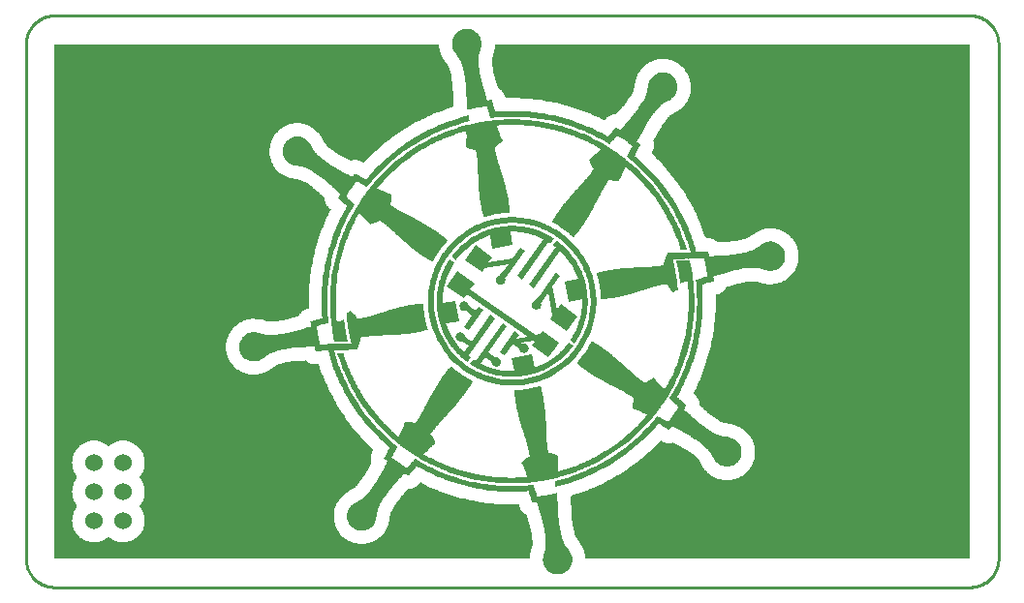
<source format=gtl>
G04 (created by PCBNEW-RS274X (2012-apr-16-27)-stable) date Sat 31 Aug 2013 11:02:28 PM CEST*
G01*
G70*
G90*
%MOIN*%
G04 Gerber Fmt 3.4, Leading zero omitted, Abs format*
%FSLAX34Y34*%
G04 APERTURE LIST*
%ADD10C,0.006000*%
%ADD11C,0.000100*%
%ADD12C,0.010000*%
%ADD13C,0.060000*%
%ADD14C,0.032000*%
G04 APERTURE END LIST*
G54D10*
G54D11*
G36*
X39463Y-25423D02*
X39430Y-25423D01*
X39397Y-25425D01*
X39363Y-25430D01*
X39338Y-25434D01*
X39314Y-25440D01*
X39272Y-25454D01*
X39232Y-25471D01*
X39193Y-25492D01*
X39157Y-25516D01*
X39123Y-25542D01*
X39092Y-25572D01*
X39063Y-25603D01*
X39037Y-25637D01*
X39014Y-25673D01*
X38994Y-25711D01*
X38977Y-25750D01*
X38964Y-25791D01*
X38954Y-25833D01*
X38948Y-25876D01*
X38946Y-25920D01*
X38947Y-25965D01*
X38953Y-26009D01*
X38962Y-26051D01*
X38973Y-26090D01*
X38987Y-26127D01*
X39002Y-26162D01*
X39019Y-26193D01*
X39036Y-26223D01*
X39054Y-26249D01*
X39074Y-26279D01*
X39096Y-26308D01*
X39118Y-26336D01*
X39139Y-26363D01*
X39158Y-26388D01*
X39170Y-26406D01*
X39182Y-26425D01*
X39194Y-26446D01*
X39206Y-26469D01*
X39219Y-26493D01*
X39232Y-26520D01*
X39244Y-26549D01*
X39257Y-26581D01*
X39270Y-26615D01*
X39283Y-26652D01*
X39296Y-26693D01*
X39309Y-26737D01*
X39321Y-26784D01*
X39334Y-26835D01*
X39346Y-26890D01*
X39358Y-26949D01*
X39370Y-27013D01*
X39377Y-27055D01*
X39383Y-27096D01*
X39389Y-27134D01*
X39395Y-27172D01*
X39400Y-27208D01*
X39404Y-27243D01*
X39408Y-27277D01*
X39412Y-27310D01*
X39415Y-27343D01*
X39418Y-27376D01*
X39421Y-27409D01*
X39424Y-27442D01*
X39426Y-27475D01*
X39428Y-27508D01*
X39430Y-27542D01*
X39432Y-27577D01*
X39434Y-27613D01*
X39436Y-27651D01*
X39438Y-27690D01*
X39440Y-27730D01*
X39442Y-27772D01*
X39444Y-27817D01*
X39447Y-27863D01*
X39450Y-27912D01*
X39453Y-27964D01*
X39456Y-28018D01*
X39460Y-28075D01*
X39461Y-28112D01*
X39462Y-28147D01*
X39462Y-28182D01*
X39463Y-28218D01*
X39502Y-28208D01*
X39542Y-28199D01*
X39581Y-28191D01*
X39621Y-28182D01*
X39660Y-28174D01*
X39700Y-28167D01*
X39740Y-28159D01*
X39779Y-28152D01*
X39818Y-28145D01*
X39857Y-28139D01*
X39895Y-28132D01*
X39934Y-28126D01*
X39971Y-28120D01*
X40008Y-28114D01*
X40045Y-28109D01*
X40081Y-28103D01*
X40116Y-28098D01*
X40151Y-28093D01*
X40151Y-28096D01*
X40162Y-28132D01*
X40173Y-28169D01*
X40184Y-28206D01*
X40195Y-28243D01*
X40206Y-28280D01*
X40217Y-28316D01*
X40228Y-28353D01*
X40238Y-28390D01*
X40249Y-28426D01*
X40259Y-28461D01*
X40269Y-28496D01*
X40272Y-28496D01*
X40312Y-28491D01*
X40351Y-28487D01*
X40390Y-28484D01*
X40429Y-28480D01*
X40468Y-28477D01*
X40508Y-28474D01*
X40547Y-28471D01*
X40675Y-28463D01*
X40803Y-28457D01*
X40931Y-28454D01*
X41059Y-28454D01*
X41186Y-28456D01*
X41312Y-28460D01*
X41439Y-28467D01*
X41564Y-28477D01*
X41689Y-28489D01*
X41814Y-28503D01*
X41938Y-28520D01*
X42062Y-28539D01*
X42184Y-28561D01*
X42306Y-28585D01*
X42428Y-28612D01*
X42548Y-28640D01*
X42668Y-28671D01*
X42787Y-28704D01*
X42906Y-28740D01*
X43023Y-28778D01*
X43139Y-28818D01*
X43255Y-28860D01*
X43369Y-28904D01*
X43483Y-28951D01*
X43596Y-28999D01*
X43707Y-29050D01*
X43818Y-29103D01*
X43927Y-29158D01*
X44035Y-29215D01*
X44142Y-29274D01*
X44248Y-29335D01*
X44352Y-29398D01*
X44379Y-29371D01*
X44405Y-29343D01*
X44432Y-29314D01*
X44460Y-29286D01*
X44487Y-29257D01*
X44513Y-29228D01*
X44540Y-29200D01*
X44565Y-29172D01*
X44590Y-29145D01*
X44614Y-29118D01*
X44637Y-29093D01*
X44671Y-29114D01*
X44705Y-29136D01*
X44739Y-29158D01*
X44773Y-29180D01*
X44807Y-29203D01*
X44841Y-29226D01*
X44875Y-29249D01*
X44909Y-29272D01*
X44942Y-29295D01*
X44975Y-29319D01*
X45007Y-29342D01*
X45039Y-29365D01*
X45070Y-29388D01*
X45100Y-29410D01*
X45129Y-29432D01*
X45158Y-29454D01*
X45141Y-29486D01*
X45123Y-29517D01*
X45106Y-29548D01*
X45088Y-29579D01*
X45071Y-29610D01*
X45054Y-29641D01*
X45037Y-29673D01*
X45019Y-29703D01*
X45003Y-29734D01*
X44986Y-29764D01*
X44971Y-29793D01*
X44956Y-29822D01*
X44984Y-29844D01*
X45012Y-29867D01*
X45039Y-29889D01*
X45066Y-29912D01*
X45093Y-29935D01*
X45120Y-29959D01*
X45147Y-29982D01*
X45235Y-30058D01*
X45321Y-30136D01*
X45406Y-30215D01*
X45489Y-30296D01*
X45571Y-30378D01*
X45652Y-30462D01*
X45731Y-30548D01*
X45809Y-30635D01*
X45884Y-30723D01*
X45959Y-30813D01*
X46032Y-30905D01*
X46103Y-30998D01*
X46172Y-31092D01*
X46240Y-31187D01*
X46307Y-31284D01*
X46371Y-31383D01*
X46434Y-31482D01*
X46495Y-31583D01*
X46554Y-31686D01*
X46611Y-31789D01*
X46667Y-31894D01*
X46720Y-32000D01*
X46772Y-32108D01*
X46822Y-32216D01*
X46870Y-32326D01*
X46915Y-32437D01*
X46959Y-32549D01*
X47001Y-32663D01*
X47041Y-32777D01*
X47078Y-32893D01*
X47114Y-33010D01*
X47147Y-33127D01*
X47110Y-33129D01*
X47072Y-33130D01*
X47035Y-33131D01*
X46999Y-33133D01*
X46963Y-33134D01*
X46929Y-33134D01*
X46913Y-33135D01*
X46888Y-33135D01*
X46854Y-33136D01*
X46814Y-33137D01*
X46768Y-33138D01*
X46719Y-33139D01*
X46668Y-33139D01*
X46616Y-33140D01*
X46565Y-33141D01*
X46516Y-33142D01*
X46471Y-33143D01*
X46431Y-33144D01*
X46398Y-33144D01*
X46374Y-33145D01*
X46359Y-33145D01*
X46346Y-33172D01*
X46335Y-33199D01*
X46325Y-33228D01*
X46316Y-33256D01*
X46307Y-33283D01*
X46293Y-33322D01*
X46284Y-33346D01*
X46273Y-33375D01*
X46261Y-33409D01*
X46249Y-33446D01*
X46237Y-33486D01*
X46227Y-33527D01*
X46220Y-33568D01*
X46181Y-33575D01*
X46143Y-33581D01*
X46106Y-33587D01*
X46071Y-33592D01*
X46037Y-33597D01*
X46004Y-33602D01*
X45971Y-33606D01*
X45938Y-33609D01*
X45904Y-33613D01*
X45870Y-33616D01*
X45835Y-33619D01*
X45799Y-33622D01*
X45761Y-33624D01*
X45721Y-33626D01*
X45679Y-33629D01*
X45635Y-33631D01*
X45587Y-33633D01*
X45536Y-33634D01*
X45499Y-33636D01*
X45461Y-33637D01*
X45422Y-33639D01*
X45383Y-33641D01*
X45344Y-33642D01*
X45304Y-33644D01*
X45263Y-33646D01*
X45223Y-33648D01*
X45182Y-33650D01*
X45141Y-33653D01*
X45100Y-33655D01*
X45058Y-33658D01*
X45017Y-33661D01*
X44975Y-33664D01*
X44934Y-33667D01*
X44893Y-33670D01*
X44851Y-33674D01*
X44810Y-33677D01*
X44769Y-33681D01*
X44729Y-33685D01*
X44689Y-33690D01*
X44649Y-33694D01*
X44609Y-33699D01*
X44570Y-33704D01*
X44532Y-33709D01*
X44494Y-33714D01*
X44456Y-33720D01*
X44420Y-33726D01*
X44384Y-33732D01*
X44350Y-33738D01*
X44315Y-33744D01*
X44280Y-33751D01*
X44245Y-33759D01*
X44209Y-33766D01*
X44172Y-33774D01*
X44136Y-33783D01*
X44099Y-33792D01*
X44062Y-33801D01*
X44024Y-33810D01*
X43987Y-33819D01*
X43949Y-33829D01*
X43911Y-33839D01*
X43923Y-33875D01*
X43934Y-33911D01*
X43946Y-33947D01*
X43956Y-33983D01*
X43967Y-34019D01*
X43976Y-34056D01*
X43986Y-34093D01*
X43995Y-34130D01*
X44003Y-34167D01*
X44011Y-34205D01*
X44019Y-34242D01*
X44026Y-34280D01*
X44032Y-34319D01*
X44038Y-34357D01*
X44043Y-34395D01*
X44048Y-34434D01*
X44052Y-34472D01*
X44055Y-34510D01*
X44058Y-34549D01*
X44061Y-34587D01*
X44063Y-34625D01*
X44065Y-34663D01*
X44066Y-34701D01*
X44068Y-34739D01*
X44106Y-34735D01*
X44145Y-34732D01*
X44184Y-34729D01*
X44222Y-34725D01*
X44261Y-34721D01*
X44299Y-34717D01*
X44336Y-34713D01*
X44373Y-34709D01*
X44410Y-34704D01*
X44446Y-34699D01*
X44482Y-34694D01*
X44516Y-34689D01*
X44550Y-34683D01*
X44586Y-34677D01*
X44623Y-34669D01*
X44660Y-34662D01*
X44697Y-34654D01*
X44735Y-34646D01*
X44773Y-34637D01*
X44811Y-34627D01*
X44850Y-34618D01*
X44889Y-34608D01*
X44929Y-34598D01*
X44968Y-34587D01*
X45008Y-34576D01*
X45047Y-34565D01*
X45087Y-34554D01*
X45127Y-34543D01*
X45166Y-34531D01*
X45206Y-34520D01*
X45245Y-34508D01*
X45285Y-34496D01*
X45324Y-34484D01*
X45363Y-34472D01*
X45402Y-34460D01*
X45440Y-34448D01*
X45478Y-34436D01*
X45516Y-34424D01*
X45553Y-34412D01*
X45589Y-34401D01*
X45626Y-34389D01*
X45661Y-34377D01*
X45710Y-34362D01*
X45755Y-34348D01*
X45798Y-34335D01*
X45839Y-34322D01*
X45878Y-34311D01*
X45915Y-34300D01*
X45950Y-34291D01*
X45985Y-34282D01*
X46019Y-34273D01*
X46052Y-34265D01*
X46085Y-34257D01*
X46118Y-34250D01*
X46151Y-34243D01*
X46186Y-34236D01*
X46221Y-34229D01*
X46257Y-34222D01*
X46295Y-34215D01*
X46335Y-34207D01*
X46354Y-34242D01*
X46374Y-34276D01*
X46396Y-34308D01*
X46418Y-34339D01*
X46442Y-34368D01*
X46466Y-34396D01*
X46491Y-34423D01*
X46557Y-34492D01*
X46634Y-34450D01*
X46658Y-34439D01*
X46687Y-34426D01*
X46720Y-34412D01*
X46716Y-34372D01*
X46712Y-34332D01*
X46707Y-34290D01*
X46702Y-34249D01*
X46697Y-34207D01*
X46692Y-34165D01*
X46686Y-34123D01*
X46680Y-34083D01*
X46674Y-34042D01*
X46668Y-34003D01*
X46663Y-33966D01*
X46657Y-33929D01*
X46651Y-33895D01*
X46646Y-33863D01*
X46640Y-33832D01*
X46634Y-33795D01*
X46627Y-33758D01*
X46621Y-33722D01*
X46614Y-33685D01*
X46607Y-33648D01*
X46599Y-33611D01*
X46592Y-33574D01*
X46584Y-33538D01*
X46577Y-33501D01*
X46569Y-33465D01*
X46560Y-33429D01*
X46552Y-33393D01*
X46543Y-33357D01*
X46856Y-33357D01*
X46863Y-33357D01*
X46936Y-33353D01*
X46960Y-33351D01*
X46984Y-33350D01*
X47109Y-33353D01*
X47106Y-33346D01*
X47138Y-33346D01*
X47170Y-33346D01*
X47203Y-33346D01*
X47217Y-33346D01*
X47251Y-33345D01*
X47286Y-33343D01*
X47321Y-33341D01*
X47356Y-33339D01*
X47382Y-33336D01*
X47408Y-33332D01*
X47442Y-33332D01*
X47477Y-33331D01*
X47511Y-33331D01*
X47545Y-33331D01*
X47580Y-33330D01*
X47616Y-33329D01*
X47624Y-33360D01*
X47634Y-33391D01*
X47643Y-33422D01*
X47651Y-33454D01*
X47658Y-33492D01*
X47664Y-33531D01*
X47670Y-33569D01*
X47676Y-33607D01*
X47682Y-33645D01*
X47689Y-33682D01*
X47696Y-33719D01*
X47704Y-33755D01*
X47711Y-33792D01*
X47717Y-33829D01*
X47720Y-33860D01*
X47722Y-33891D01*
X47724Y-33923D01*
X47727Y-33954D01*
X47701Y-33961D01*
X47674Y-33968D01*
X47647Y-33975D01*
X47526Y-34009D01*
X47522Y-34013D01*
X47487Y-34024D01*
X47453Y-34036D01*
X47418Y-34048D01*
X47389Y-34055D01*
X47360Y-34061D01*
X47331Y-34068D01*
X47346Y-34206D01*
X47358Y-34344D01*
X47367Y-34481D01*
X47372Y-34618D01*
X47375Y-34754D01*
X47375Y-34890D01*
X47372Y-35026D01*
X47366Y-35161D01*
X47358Y-35295D01*
X47346Y-35429D01*
X47332Y-35562D01*
X47315Y-35695D01*
X47295Y-35827D01*
X47272Y-35958D01*
X47247Y-36088D01*
X47219Y-36218D01*
X47188Y-36347D01*
X47155Y-36475D01*
X47119Y-36602D01*
X47081Y-36728D01*
X47040Y-36853D01*
X46996Y-36977D01*
X46950Y-37100D01*
X46902Y-37222D01*
X46851Y-37342D01*
X46798Y-37462D01*
X46742Y-37580D01*
X46684Y-37697D01*
X46624Y-37813D01*
X46561Y-37927D01*
X46496Y-38040D01*
X46429Y-38152D01*
X46451Y-38173D01*
X46475Y-38196D01*
X46498Y-38218D01*
X46524Y-38242D01*
X46549Y-38266D01*
X46575Y-38290D01*
X46600Y-38314D01*
X46626Y-38338D01*
X46652Y-38362D01*
X46679Y-38386D01*
X46706Y-38411D01*
X46734Y-38437D01*
X46738Y-38440D01*
X46719Y-38470D01*
X46699Y-38500D01*
X46680Y-38530D01*
X46661Y-38560D01*
X46641Y-38590D01*
X46621Y-38619D01*
X46601Y-38649D01*
X46581Y-38678D01*
X46561Y-38707D01*
X46538Y-38739D01*
X46516Y-38770D01*
X46493Y-38802D01*
X46470Y-38833D01*
X46447Y-38865D01*
X46424Y-38896D01*
X46400Y-38927D01*
X46377Y-38957D01*
X46370Y-38954D01*
X46345Y-38941D01*
X46321Y-38928D01*
X46297Y-38916D01*
X46186Y-38853D01*
X46182Y-38853D01*
X46161Y-38841D01*
X46140Y-38829D01*
X46137Y-38829D01*
X46113Y-38815D01*
X46088Y-38801D01*
X46060Y-38787D01*
X46030Y-38773D01*
X46002Y-38759D01*
X45920Y-38861D01*
X45836Y-38961D01*
X45750Y-39059D01*
X45662Y-39155D01*
X45572Y-39249D01*
X45480Y-39342D01*
X45386Y-39433D01*
X45290Y-39522D01*
X45192Y-39609D01*
X45092Y-39694D01*
X44991Y-39777D01*
X44888Y-39859D01*
X44782Y-39938D01*
X44676Y-40015D01*
X44567Y-40090D01*
X44457Y-40162D01*
X44345Y-40233D01*
X44231Y-40301D01*
X44115Y-40367D01*
X43998Y-40431D01*
X43880Y-40492D01*
X43760Y-40551D01*
X43638Y-40608D01*
X43515Y-40662D01*
X43390Y-40714D01*
X43264Y-40763D01*
X43136Y-40809D01*
X43007Y-40853D01*
X42877Y-40895D01*
X42745Y-40933D01*
X42612Y-40969D01*
X42477Y-41003D01*
X42479Y-41041D01*
X42481Y-41081D01*
X42484Y-41121D01*
X42486Y-41161D01*
X42488Y-41200D01*
X42622Y-41168D01*
X42754Y-41133D01*
X42886Y-41096D01*
X43016Y-41056D01*
X43145Y-41013D01*
X43272Y-40968D01*
X43398Y-40921D01*
X43522Y-40871D01*
X43646Y-40818D01*
X43767Y-40764D01*
X43887Y-40707D01*
X44006Y-40647D01*
X44123Y-40586D01*
X44239Y-40522D01*
X44353Y-40456D01*
X44466Y-40387D01*
X44577Y-40317D01*
X44686Y-40244D01*
X44793Y-40170D01*
X44899Y-40093D01*
X45004Y-40015D01*
X45106Y-39934D01*
X45207Y-39852D01*
X45306Y-39767D01*
X45403Y-39681D01*
X45499Y-39593D01*
X45593Y-39503D01*
X45684Y-39411D01*
X45774Y-39317D01*
X45862Y-39222D01*
X45949Y-39125D01*
X46033Y-39027D01*
X46057Y-39039D01*
X46081Y-39051D01*
X46193Y-39110D01*
X46226Y-39128D01*
X46259Y-39147D01*
X46293Y-39165D01*
X46327Y-39184D01*
X46360Y-39203D01*
X46394Y-39221D01*
X46411Y-39228D01*
X46432Y-39203D01*
X46453Y-39178D01*
X46474Y-39154D01*
X46495Y-39129D01*
X46515Y-39103D01*
X46558Y-39127D01*
X46599Y-39149D01*
X46638Y-39170D01*
X46675Y-39191D01*
X46711Y-39210D01*
X46745Y-39229D01*
X46779Y-39247D01*
X46811Y-39264D01*
X46841Y-39281D01*
X46871Y-39298D01*
X46901Y-39314D01*
X46929Y-39329D01*
X46957Y-39345D01*
X46984Y-39360D01*
X47016Y-39378D01*
X47047Y-39396D01*
X47078Y-39414D01*
X47109Y-39432D01*
X47141Y-39450D01*
X47172Y-39470D01*
X47205Y-39490D01*
X47238Y-39511D01*
X47272Y-39533D01*
X47306Y-39556D01*
X47343Y-39581D01*
X47380Y-39607D01*
X47433Y-39644D01*
X47481Y-39680D01*
X47526Y-39714D01*
X47567Y-39747D01*
X47604Y-39778D01*
X47639Y-39808D01*
X47670Y-39836D01*
X47698Y-39863D01*
X47724Y-39889D01*
X47747Y-39913D01*
X47767Y-39937D01*
X47786Y-39959D01*
X47803Y-39981D01*
X47818Y-40001D01*
X47832Y-40021D01*
X47844Y-40040D01*
X47856Y-40058D01*
X47873Y-40088D01*
X47888Y-40118D01*
X47904Y-40148D01*
X47920Y-40180D01*
X47939Y-40214D01*
X47943Y-40214D01*
X47959Y-40242D01*
X47979Y-40270D01*
X48001Y-40300D01*
X48026Y-40329D01*
X48055Y-40358D01*
X48086Y-40386D01*
X48120Y-40412D01*
X48158Y-40437D01*
X48198Y-40457D01*
X48238Y-40473D01*
X48280Y-40486D01*
X48322Y-40495D01*
X48365Y-40500D01*
X48407Y-40501D01*
X48450Y-40498D01*
X48492Y-40492D01*
X48534Y-40482D01*
X48574Y-40469D01*
X48614Y-40453D01*
X48652Y-40433D01*
X48689Y-40409D01*
X48723Y-40383D01*
X48756Y-40353D01*
X48786Y-40320D01*
X48814Y-40284D01*
X48829Y-40263D01*
X48842Y-40242D01*
X48862Y-40202D01*
X48878Y-40162D01*
X48891Y-40120D01*
X48899Y-40078D01*
X48905Y-40035D01*
X48906Y-39992D01*
X48904Y-39950D01*
X48899Y-39908D01*
X48890Y-39866D01*
X48877Y-39825D01*
X48861Y-39786D01*
X48842Y-39748D01*
X48820Y-39711D01*
X48794Y-39676D01*
X48764Y-39644D01*
X48732Y-39613D01*
X48696Y-39586D01*
X48665Y-39566D01*
X48633Y-39548D01*
X48601Y-39534D01*
X48569Y-39521D01*
X48539Y-39511D01*
X48509Y-39503D01*
X48480Y-39495D01*
X48453Y-39489D01*
X48450Y-39485D01*
X48412Y-39479D01*
X48376Y-39474D01*
X48342Y-39469D01*
X48309Y-39464D01*
X48276Y-39457D01*
X48255Y-39453D01*
X48233Y-39448D01*
X48209Y-39442D01*
X48185Y-39435D01*
X48158Y-39427D01*
X48131Y-39417D01*
X48101Y-39406D01*
X48070Y-39393D01*
X48037Y-39378D01*
X48001Y-39362D01*
X47964Y-39342D01*
X47924Y-39321D01*
X47882Y-39296D01*
X47837Y-39269D01*
X47789Y-39239D01*
X47739Y-39206D01*
X47686Y-39169D01*
X47650Y-39144D01*
X47615Y-39119D01*
X47583Y-39095D01*
X47552Y-39072D01*
X47522Y-39049D01*
X47494Y-39026D01*
X47466Y-39004D01*
X47439Y-38982D01*
X47413Y-38960D01*
X47387Y-38937D01*
X47361Y-38915D01*
X47336Y-38892D01*
X47310Y-38869D01*
X47284Y-38846D01*
X47257Y-38821D01*
X47230Y-38796D01*
X47202Y-38770D01*
X47173Y-38744D01*
X47143Y-38716D01*
X47111Y-38687D01*
X47078Y-38656D01*
X47043Y-38625D01*
X47006Y-38591D01*
X46967Y-38556D01*
X46925Y-38520D01*
X46942Y-38492D01*
X46958Y-38464D01*
X46973Y-38436D01*
X46989Y-38409D01*
X47005Y-38381D01*
X46991Y-38367D01*
X46962Y-38342D01*
X46933Y-38316D01*
X46905Y-38292D01*
X46878Y-38267D01*
X46850Y-38242D01*
X46823Y-38218D01*
X46796Y-38194D01*
X46769Y-38170D01*
X46743Y-38145D01*
X46716Y-38121D01*
X46689Y-38096D01*
X46750Y-37989D01*
X46809Y-37881D01*
X46865Y-37772D01*
X46920Y-37661D01*
X46972Y-37550D01*
X47023Y-37437D01*
X47071Y-37323D01*
X47118Y-37209D01*
X47162Y-37093D01*
X47204Y-36977D01*
X47243Y-36860D01*
X47281Y-36741D01*
X47316Y-36622D01*
X47350Y-36503D01*
X47380Y-36382D01*
X47409Y-36260D01*
X47435Y-36138D01*
X47459Y-36015D01*
X47481Y-35892D01*
X47501Y-35768D01*
X47518Y-35643D01*
X47532Y-35518D01*
X47544Y-35392D01*
X47554Y-35265D01*
X47562Y-35139D01*
X47566Y-35011D01*
X47569Y-34883D01*
X47569Y-34755D01*
X47566Y-34626D01*
X47561Y-34498D01*
X47553Y-34368D01*
X47543Y-34239D01*
X47567Y-34232D01*
X47592Y-34225D01*
X47713Y-34183D01*
X47750Y-34173D01*
X47787Y-34163D01*
X47824Y-34153D01*
X47861Y-34144D01*
X47898Y-34134D01*
X47936Y-34124D01*
X47953Y-34121D01*
X47950Y-34083D01*
X47946Y-34044D01*
X47943Y-34006D01*
X47932Y-33961D01*
X47983Y-33946D01*
X48031Y-33932D01*
X48076Y-33918D01*
X48120Y-33905D01*
X48162Y-33892D01*
X48202Y-33880D01*
X48240Y-33868D01*
X48277Y-33856D01*
X48313Y-33845D01*
X48347Y-33834D01*
X48381Y-33824D01*
X48414Y-33814D01*
X48447Y-33804D01*
X48479Y-33795D01*
X48511Y-33785D01*
X48543Y-33777D01*
X48575Y-33768D01*
X48607Y-33759D01*
X48640Y-33751D01*
X48674Y-33743D01*
X48709Y-33735D01*
X48744Y-33727D01*
X48781Y-33720D01*
X48819Y-33712D01*
X48859Y-33704D01*
X48901Y-33697D01*
X48965Y-33686D01*
X49024Y-33677D01*
X49080Y-33670D01*
X49133Y-33664D01*
X49181Y-33660D01*
X49227Y-33657D01*
X49269Y-33655D01*
X49309Y-33655D01*
X49345Y-33655D01*
X49380Y-33657D01*
X49411Y-33659D01*
X49441Y-33662D01*
X49468Y-33665D01*
X49494Y-33669D01*
X49517Y-33673D01*
X49540Y-33678D01*
X49561Y-33683D01*
X49594Y-33692D01*
X49627Y-33702D01*
X49661Y-33713D01*
X49697Y-33724D01*
X49734Y-33735D01*
X49734Y-33739D01*
X49765Y-33746D01*
X49799Y-33752D01*
X49834Y-33756D01*
X49872Y-33758D01*
X49911Y-33758D01*
X49952Y-33755D01*
X49995Y-33749D01*
X50039Y-33739D01*
X50082Y-33725D01*
X50122Y-33708D01*
X50161Y-33687D01*
X50197Y-33664D01*
X50230Y-33637D01*
X50262Y-33607D01*
X50290Y-33576D01*
X50316Y-33541D01*
X50339Y-33505D01*
X50358Y-33467D01*
X50375Y-33427D01*
X50388Y-33386D01*
X50397Y-33343D01*
X50403Y-33300D01*
X50405Y-33256D01*
X50403Y-33211D01*
X50397Y-33166D01*
X50395Y-33141D01*
X50390Y-33117D01*
X50379Y-33081D01*
X50364Y-33046D01*
X50347Y-33013D01*
X50328Y-32980D01*
X50307Y-32950D01*
X50283Y-32921D01*
X50258Y-32894D01*
X50231Y-32869D01*
X50202Y-32846D01*
X50172Y-32825D01*
X50137Y-32805D01*
X50101Y-32788D01*
X50064Y-32773D01*
X50025Y-32762D01*
X49986Y-32754D01*
X49946Y-32750D01*
X49905Y-32748D01*
X49863Y-32750D01*
X49821Y-32756D01*
X49785Y-32764D01*
X49750Y-32774D01*
X49717Y-32786D01*
X49686Y-32799D01*
X49657Y-32814D01*
X49630Y-32829D01*
X49603Y-32846D01*
X49578Y-32864D01*
X49578Y-32860D01*
X49547Y-32882D01*
X49518Y-32903D01*
X49491Y-32923D01*
X49464Y-32942D01*
X49436Y-32961D01*
X49418Y-32973D01*
X49398Y-32985D01*
X49378Y-32997D01*
X49356Y-33009D01*
X49331Y-33022D01*
X49305Y-33035D01*
X49277Y-33047D01*
X49246Y-33060D01*
X49212Y-33073D01*
X49176Y-33086D01*
X49136Y-33099D01*
X49092Y-33112D01*
X49046Y-33124D01*
X48995Y-33137D01*
X48940Y-33149D01*
X48881Y-33161D01*
X48818Y-33173D01*
X48776Y-33180D01*
X48736Y-33186D01*
X48697Y-33192D01*
X48659Y-33198D01*
X48623Y-33203D01*
X48587Y-33207D01*
X48552Y-33212D01*
X48518Y-33215D01*
X48484Y-33219D01*
X48450Y-33222D01*
X48417Y-33224D01*
X48383Y-33227D01*
X48349Y-33229D01*
X48314Y-33232D01*
X48279Y-33234D01*
X48243Y-33236D01*
X48207Y-33238D01*
X48169Y-33240D01*
X48130Y-33242D01*
X48089Y-33244D01*
X48047Y-33246D01*
X48003Y-33248D01*
X47957Y-33251D01*
X47910Y-33253D01*
X47860Y-33256D01*
X47807Y-33259D01*
X47800Y-33207D01*
X47772Y-33100D01*
X47755Y-33100D01*
X47718Y-33102D01*
X47681Y-33104D01*
X47643Y-33107D01*
X47606Y-33109D01*
X47569Y-33110D01*
X47533Y-33112D01*
X47496Y-33114D01*
X47460Y-33116D01*
X47424Y-33117D01*
X47388Y-33119D01*
X47352Y-33121D01*
X47333Y-33050D01*
X47313Y-32980D01*
X47292Y-32910D01*
X47271Y-32840D01*
X47249Y-32771D01*
X47226Y-32702D01*
X47202Y-32634D01*
X47178Y-32566D01*
X47153Y-32499D01*
X47127Y-32431D01*
X47101Y-32365D01*
X47074Y-32298D01*
X47046Y-32233D01*
X47017Y-32167D01*
X46988Y-32102D01*
X46958Y-32037D01*
X46928Y-31973D01*
X46897Y-31909D01*
X46865Y-31846D01*
X46832Y-31783D01*
X46799Y-31720D01*
X46766Y-31658D01*
X46731Y-31597D01*
X46696Y-31535D01*
X46661Y-31475D01*
X46624Y-31414D01*
X46587Y-31354D01*
X46550Y-31295D01*
X46512Y-31236D01*
X46473Y-31177D01*
X46434Y-31119D01*
X46394Y-31062D01*
X46374Y-31032D01*
X46353Y-31003D01*
X46332Y-30974D01*
X46312Y-30946D01*
X46291Y-30917D01*
X46269Y-30889D01*
X46248Y-30860D01*
X46220Y-30823D01*
X46191Y-30786D01*
X46163Y-30750D01*
X46134Y-30713D01*
X46104Y-30677D01*
X46075Y-30641D01*
X46045Y-30606D01*
X46015Y-30570D01*
X45985Y-30535D01*
X45954Y-30500D01*
X45924Y-30466D01*
X45893Y-30431D01*
X45862Y-30397D01*
X45830Y-30363D01*
X45799Y-30329D01*
X45767Y-30295D01*
X45735Y-30262D01*
X45702Y-30229D01*
X45670Y-30196D01*
X45637Y-30164D01*
X45604Y-30131D01*
X45571Y-30099D01*
X45538Y-30067D01*
X45504Y-30036D01*
X45470Y-30004D01*
X45436Y-29973D01*
X45402Y-29942D01*
X45367Y-29911D01*
X45333Y-29881D01*
X45298Y-29850D01*
X45263Y-29820D01*
X45227Y-29791D01*
X45245Y-29755D01*
X45264Y-29720D01*
X45282Y-29684D01*
X45300Y-29649D01*
X45319Y-29614D01*
X45337Y-29579D01*
X45355Y-29544D01*
X45373Y-29510D01*
X45391Y-29477D01*
X45408Y-29444D01*
X45425Y-29412D01*
X45400Y-29392D01*
X45376Y-29372D01*
X45350Y-29352D01*
X45325Y-29331D01*
X45300Y-29312D01*
X45326Y-29264D01*
X45351Y-29219D01*
X45374Y-29176D01*
X45396Y-29135D01*
X45417Y-29096D01*
X45437Y-29059D01*
X45456Y-29023D01*
X45475Y-28988D01*
X45493Y-28955D01*
X45510Y-28922D01*
X45527Y-28891D01*
X45544Y-28860D01*
X45561Y-28830D01*
X45577Y-28800D01*
X45594Y-28771D01*
X45611Y-28741D01*
X45629Y-28712D01*
X45646Y-28682D01*
X45665Y-28652D01*
X45682Y-28624D01*
X45700Y-28596D01*
X45719Y-28567D01*
X45739Y-28537D01*
X45760Y-28507D01*
X45781Y-28476D01*
X45804Y-28443D01*
X45827Y-28411D01*
X45849Y-28380D01*
X45870Y-28350D01*
X45890Y-28322D01*
X45911Y-28295D01*
X45930Y-28270D01*
X45950Y-28246D01*
X45985Y-28203D01*
X46019Y-28166D01*
X46051Y-28132D01*
X46081Y-28102D01*
X46110Y-28075D01*
X46138Y-28052D01*
X46163Y-28031D01*
X46188Y-28012D01*
X46212Y-27996D01*
X46234Y-27981D01*
X46255Y-27968D01*
X46279Y-27954D01*
X46303Y-27941D01*
X46328Y-27930D01*
X46354Y-27918D01*
X46382Y-27906D01*
X46411Y-27891D01*
X46444Y-27867D01*
X46476Y-27842D01*
X46507Y-27816D01*
X46536Y-27791D01*
X46563Y-27765D01*
X46588Y-27738D01*
X46609Y-27711D01*
X46634Y-27672D01*
X46654Y-27633D01*
X46671Y-27592D01*
X46683Y-27550D01*
X46692Y-27508D01*
X46697Y-27465D01*
X46699Y-27422D01*
X46697Y-27379D01*
X46691Y-27337D01*
X46681Y-27295D01*
X46669Y-27254D01*
X46652Y-27214D01*
X46632Y-27176D01*
X46609Y-27139D01*
X46583Y-27104D01*
X46553Y-27071D01*
X46520Y-27041D01*
X46484Y-27013D01*
X46463Y-26996D01*
X46443Y-26982D01*
X46403Y-26962D01*
X46362Y-26946D01*
X46320Y-26934D01*
X46278Y-26925D01*
X46235Y-26920D01*
X46192Y-26919D01*
X46149Y-26922D01*
X46106Y-26928D01*
X46065Y-26938D01*
X46024Y-26951D01*
X45984Y-26967D01*
X45945Y-26987D01*
X45908Y-27010D01*
X45874Y-27036D01*
X45841Y-27066D01*
X45810Y-27099D01*
X45783Y-27134D01*
X45760Y-27170D01*
X45740Y-27206D01*
X45724Y-27241D01*
X45711Y-27276D01*
X45700Y-27310D01*
X45692Y-27343D01*
X45686Y-27374D01*
X45679Y-27411D01*
X45674Y-27448D01*
X45670Y-27484D01*
X45666Y-27519D01*
X45661Y-27551D01*
X45657Y-27572D01*
X45651Y-27594D01*
X45645Y-27617D01*
X45638Y-27641D01*
X45629Y-27667D01*
X45619Y-27694D01*
X45607Y-27723D01*
X45594Y-27754D01*
X45579Y-27787D01*
X45561Y-27821D01*
X45541Y-27858D01*
X45519Y-27898D01*
X45494Y-27940D01*
X45467Y-27984D01*
X45436Y-28031D01*
X45403Y-28081D01*
X45366Y-28134D01*
X45342Y-28169D01*
X45318Y-28202D01*
X45295Y-28234D01*
X45272Y-28264D01*
X45250Y-28293D01*
X45228Y-28321D01*
X45207Y-28348D01*
X45185Y-28375D01*
X45164Y-28401D01*
X45142Y-28427D01*
X45121Y-28452D01*
X45099Y-28478D01*
X45077Y-28503D01*
X45054Y-28529D01*
X45031Y-28555D01*
X45008Y-28581D01*
X44983Y-28608D01*
X44958Y-28636D01*
X44932Y-28665D01*
X44905Y-28695D01*
X44877Y-28726D01*
X44848Y-28759D01*
X44817Y-28793D01*
X44785Y-28828D01*
X44752Y-28866D01*
X44717Y-28905D01*
X44683Y-28884D01*
X44649Y-28863D01*
X44616Y-28843D01*
X44581Y-28822D01*
X44555Y-28851D01*
X44528Y-28880D01*
X44500Y-28910D01*
X44473Y-28939D01*
X44446Y-28968D01*
X44419Y-28997D01*
X44393Y-29026D01*
X44367Y-29054D01*
X44342Y-29082D01*
X44317Y-29109D01*
X44293Y-29134D01*
X44186Y-29074D01*
X44078Y-29015D01*
X43969Y-28959D01*
X43858Y-28904D01*
X43747Y-28851D01*
X43634Y-28801D01*
X43521Y-28753D01*
X43406Y-28706D01*
X43290Y-28662D01*
X43174Y-28620D01*
X43057Y-28581D01*
X42938Y-28543D01*
X42819Y-28508D01*
X42699Y-28474D01*
X42579Y-28443D01*
X42457Y-28415D01*
X42335Y-28388D01*
X42212Y-28364D01*
X42089Y-28343D01*
X41965Y-28323D01*
X41840Y-28306D01*
X41715Y-28292D01*
X41589Y-28279D01*
X41462Y-28269D01*
X41335Y-28262D01*
X41208Y-28257D01*
X41080Y-28255D01*
X40952Y-28255D01*
X40823Y-28257D01*
X40694Y-28262D01*
X40565Y-28270D01*
X40436Y-28280D01*
X40424Y-28242D01*
X40413Y-28204D01*
X40401Y-28166D01*
X40390Y-28128D01*
X40378Y-28091D01*
X40367Y-28054D01*
X40356Y-28017D01*
X40345Y-27980D01*
X40335Y-27944D01*
X40324Y-27909D01*
X40314Y-27874D01*
X40280Y-27878D01*
X40248Y-27882D01*
X40217Y-27885D01*
X40186Y-27888D01*
X40154Y-27891D01*
X40140Y-27841D01*
X40126Y-27793D01*
X40112Y-27748D01*
X40099Y-27704D01*
X40086Y-27663D01*
X40074Y-27623D01*
X40063Y-27584D01*
X40051Y-27547D01*
X40041Y-27512D01*
X40030Y-27477D01*
X40020Y-27443D01*
X40011Y-27410D01*
X40001Y-27378D01*
X39992Y-27345D01*
X39983Y-27313D01*
X39975Y-27281D01*
X39966Y-27249D01*
X39958Y-27216D01*
X39950Y-27183D01*
X39943Y-27150D01*
X39935Y-27115D01*
X39927Y-27079D01*
X39920Y-27042D01*
X39912Y-27004D01*
X39905Y-26964D01*
X39897Y-26923D01*
X39887Y-26859D01*
X39878Y-26799D01*
X39870Y-26743D01*
X39864Y-26691D01*
X39860Y-26642D01*
X39857Y-26597D01*
X39855Y-26554D01*
X39854Y-26515D01*
X39854Y-26478D01*
X39855Y-26444D01*
X39857Y-26412D01*
X39859Y-26383D01*
X39863Y-26355D01*
X39866Y-26330D01*
X39871Y-26306D01*
X39875Y-26284D01*
X39880Y-26263D01*
X39892Y-26226D01*
X39903Y-26191D01*
X39913Y-26158D01*
X39923Y-26127D01*
X39932Y-26096D01*
X39940Y-26065D01*
X39946Y-26031D01*
X39951Y-25995D01*
X39954Y-25956D01*
X39954Y-25916D01*
X39952Y-25875D01*
X39946Y-25832D01*
X39937Y-25792D01*
X39925Y-25754D01*
X39911Y-25716D01*
X39893Y-25681D01*
X39873Y-25647D01*
X39850Y-25616D01*
X39825Y-25586D01*
X39798Y-25558D01*
X39769Y-25533D01*
X39738Y-25509D01*
X39707Y-25490D01*
X39675Y-25473D01*
X39642Y-25458D01*
X39608Y-25446D01*
X39573Y-25436D01*
X39537Y-25429D01*
X39500Y-25425D01*
X39463Y-25423D01*
X39463Y-25423D01*
X39463Y-25423D01*
G37*
G36*
X39533Y-28419D02*
X39399Y-28451D01*
X39266Y-28486D01*
X39135Y-28524D01*
X39005Y-28564D01*
X38876Y-28607D01*
X38749Y-28652D01*
X38623Y-28700D01*
X38498Y-28750D01*
X38375Y-28803D01*
X38254Y-28858D01*
X38134Y-28915D01*
X38015Y-28975D01*
X37898Y-29037D01*
X37783Y-29101D01*
X37669Y-29167D01*
X37556Y-29236D01*
X37446Y-29306D01*
X37337Y-29379D01*
X37229Y-29454D01*
X37123Y-29531D01*
X37019Y-29610D01*
X36917Y-29691D01*
X36816Y-29773D01*
X36717Y-29858D01*
X36620Y-29945D01*
X36525Y-30033D01*
X36431Y-30123D01*
X36339Y-30215D01*
X36250Y-30309D01*
X36162Y-30404D01*
X36075Y-30501D01*
X35991Y-30600D01*
X35965Y-30588D01*
X35939Y-30575D01*
X35828Y-30520D01*
X35795Y-30502D01*
X35762Y-30483D01*
X35729Y-30465D01*
X35697Y-30446D01*
X35664Y-30427D01*
X35630Y-30409D01*
X35609Y-30398D01*
X35589Y-30423D01*
X35569Y-30448D01*
X35549Y-30473D01*
X35528Y-30498D01*
X35509Y-30523D01*
X35463Y-30498D01*
X35419Y-30474D01*
X35377Y-30452D01*
X35337Y-30430D01*
X35299Y-30410D01*
X35262Y-30390D01*
X35227Y-30371D01*
X35193Y-30353D01*
X35160Y-30335D01*
X35128Y-30318D01*
X35097Y-30301D01*
X35066Y-30285D01*
X35036Y-30268D01*
X35007Y-30252D01*
X34978Y-30235D01*
X34949Y-30219D01*
X34921Y-30202D01*
X34892Y-30185D01*
X34863Y-30167D01*
X34833Y-30148D01*
X34803Y-30129D01*
X34772Y-30109D01*
X34741Y-30089D01*
X34709Y-30067D01*
X34675Y-30044D01*
X34640Y-30020D01*
X34588Y-29982D01*
X34539Y-29946D01*
X34495Y-29912D01*
X34454Y-29880D01*
X34416Y-29848D01*
X34382Y-29819D01*
X34351Y-29791D01*
X34323Y-29764D01*
X34297Y-29738D01*
X34274Y-29713D01*
X34253Y-29690D01*
X34234Y-29667D01*
X34218Y-29646D01*
X34202Y-29625D01*
X34189Y-29606D01*
X34176Y-29587D01*
X34165Y-29568D01*
X34148Y-29539D01*
X34132Y-29509D01*
X34117Y-29478D01*
X34100Y-29446D01*
X34081Y-29412D01*
X34065Y-29385D01*
X34045Y-29357D01*
X34023Y-29328D01*
X33998Y-29299D01*
X33969Y-29271D01*
X33938Y-29244D01*
X33904Y-29218D01*
X33870Y-29196D01*
X33835Y-29177D01*
X33798Y-29161D01*
X33761Y-29149D01*
X33724Y-29139D01*
X33686Y-29133D01*
X33648Y-29130D01*
X33609Y-29130D01*
X33571Y-29132D01*
X33533Y-29138D01*
X33495Y-29146D01*
X33458Y-29158D01*
X33422Y-29172D01*
X33387Y-29189D01*
X33354Y-29208D01*
X33321Y-29231D01*
X33291Y-29256D01*
X33262Y-29283D01*
X33235Y-29314D01*
X33210Y-29346D01*
X33195Y-29365D01*
X33182Y-29384D01*
X33162Y-29424D01*
X33146Y-29465D01*
X33133Y-29507D01*
X33125Y-29549D01*
X33119Y-29591D01*
X33118Y-29634D01*
X33120Y-29677D01*
X33125Y-29719D01*
X33134Y-29761D01*
X33147Y-29801D01*
X33163Y-29841D01*
X33182Y-29879D01*
X33204Y-29916D01*
X33230Y-29950D01*
X33260Y-29983D01*
X33292Y-30013D01*
X33328Y-30041D01*
X33364Y-30064D01*
X33400Y-30083D01*
X33436Y-30099D01*
X33472Y-30113D01*
X33507Y-30123D01*
X33540Y-30132D01*
X33571Y-30138D01*
X33578Y-30141D01*
X33615Y-30147D01*
X33649Y-30152D01*
X33681Y-30155D01*
X33712Y-30160D01*
X33745Y-30166D01*
X33766Y-30170D01*
X33788Y-30175D01*
X33811Y-30181D01*
X33836Y-30189D01*
X33863Y-30197D01*
X33891Y-30207D01*
X33921Y-30218D01*
X33952Y-30231D01*
X33986Y-30247D01*
X34022Y-30264D01*
X34059Y-30283D01*
X34099Y-30305D01*
X34142Y-30330D01*
X34187Y-30357D01*
X34235Y-30387D01*
X34285Y-30421D01*
X34338Y-30457D01*
X34373Y-30482D01*
X34406Y-30505D01*
X34437Y-30529D01*
X34467Y-30551D01*
X34496Y-30573D01*
X34524Y-30595D01*
X34551Y-30617D01*
X34578Y-30638D01*
X34603Y-30660D01*
X34629Y-30681D01*
X34654Y-30703D01*
X34679Y-30725D01*
X34704Y-30747D01*
X34730Y-30770D01*
X34755Y-30793D01*
X34781Y-30817D01*
X34808Y-30841D01*
X34836Y-30866D01*
X34864Y-30892D01*
X34894Y-30919D01*
X34925Y-30947D01*
X34957Y-30977D01*
X34990Y-31007D01*
X35026Y-31039D01*
X35063Y-31072D01*
X35102Y-31107D01*
X35085Y-31135D01*
X35069Y-31163D01*
X35052Y-31192D01*
X35036Y-31221D01*
X35019Y-31249D01*
X35029Y-31259D01*
X35059Y-31285D01*
X35087Y-31310D01*
X35116Y-31336D01*
X35144Y-31361D01*
X35172Y-31386D01*
X35199Y-31410D01*
X35227Y-31435D01*
X35254Y-31460D01*
X35281Y-31484D01*
X35308Y-31509D01*
X35335Y-31534D01*
X35274Y-31641D01*
X35216Y-31749D01*
X35159Y-31858D01*
X35105Y-31968D01*
X35052Y-32080D01*
X35002Y-32192D01*
X34953Y-32306D01*
X34907Y-32420D01*
X34863Y-32536D01*
X34821Y-32652D01*
X34781Y-32769D01*
X34743Y-32888D01*
X34707Y-33007D01*
X34674Y-33126D01*
X34643Y-33247D01*
X34614Y-33368D01*
X34588Y-33490D01*
X34564Y-33613D01*
X34542Y-33736D01*
X34522Y-33860D01*
X34505Y-33985D01*
X34490Y-34110D01*
X34478Y-34236D01*
X34468Y-34362D01*
X34460Y-34489D01*
X34455Y-34616D01*
X34452Y-34744D01*
X34452Y-34872D01*
X34455Y-35001D01*
X34460Y-35129D01*
X34467Y-35259D01*
X34477Y-35388D01*
X34455Y-35395D01*
X34432Y-35402D01*
X34314Y-35440D01*
X34277Y-35451D01*
X34240Y-35462D01*
X34202Y-35473D01*
X34164Y-35484D01*
X34126Y-35495D01*
X34088Y-35506D01*
X34071Y-35509D01*
X34076Y-35547D01*
X34083Y-35586D01*
X34088Y-35624D01*
X34092Y-35648D01*
X34095Y-35673D01*
X34045Y-35687D01*
X33996Y-35702D01*
X33950Y-35715D01*
X33906Y-35729D01*
X33864Y-35741D01*
X33824Y-35753D01*
X33785Y-35765D01*
X33748Y-35776D01*
X33712Y-35787D01*
X33677Y-35797D01*
X33643Y-35807D01*
X33610Y-35817D01*
X33577Y-35826D01*
X33544Y-35835D01*
X33512Y-35844D01*
X33480Y-35852D01*
X33447Y-35861D01*
X33415Y-35869D01*
X33382Y-35877D01*
X33348Y-35885D01*
X33313Y-35892D01*
X33277Y-35900D01*
X33240Y-35907D01*
X33201Y-35915D01*
X33161Y-35922D01*
X33120Y-35930D01*
X33056Y-35940D01*
X32996Y-35949D01*
X32940Y-35957D01*
X32887Y-35963D01*
X32838Y-35967D01*
X32793Y-35970D01*
X32750Y-35972D01*
X32710Y-35973D01*
X32673Y-35973D01*
X32639Y-35972D01*
X32607Y-35970D01*
X32577Y-35968D01*
X32550Y-35964D01*
X32524Y-35961D01*
X32500Y-35956D01*
X32477Y-35952D01*
X32456Y-35947D01*
X32424Y-35938D01*
X32393Y-35927D01*
X32363Y-35915D01*
X32330Y-35903D01*
X32293Y-35891D01*
X32290Y-35895D01*
X32259Y-35887D01*
X32226Y-35880D01*
X32191Y-35875D01*
X32154Y-35871D01*
X32115Y-35870D01*
X32075Y-35872D01*
X32033Y-35878D01*
X31988Y-35887D01*
X31946Y-35901D01*
X31905Y-35919D01*
X31866Y-35940D01*
X31830Y-35964D01*
X31796Y-35991D01*
X31765Y-36020D01*
X31736Y-36052D01*
X31710Y-36087D01*
X31687Y-36124D01*
X31667Y-36162D01*
X31650Y-36202D01*
X31637Y-36244D01*
X31627Y-36286D01*
X31621Y-36330D01*
X31619Y-36374D01*
X31621Y-36419D01*
X31627Y-36464D01*
X31629Y-36489D01*
X31634Y-36513D01*
X31648Y-36555D01*
X31665Y-36595D01*
X31686Y-36633D01*
X31710Y-36669D01*
X31737Y-36703D01*
X31767Y-36734D01*
X31800Y-36763D01*
X31834Y-36788D01*
X31871Y-36811D01*
X31909Y-36831D01*
X31949Y-36847D01*
X31990Y-36860D01*
X32033Y-36870D01*
X32076Y-36876D01*
X32120Y-36878D01*
X32165Y-36876D01*
X32210Y-36871D01*
X32246Y-36863D01*
X32279Y-36853D01*
X32311Y-36841D01*
X32341Y-36828D01*
X32368Y-36813D01*
X32394Y-36798D01*
X32419Y-36782D01*
X32443Y-36766D01*
X32446Y-36766D01*
X32478Y-36744D01*
X32507Y-36724D01*
X32535Y-36704D01*
X32563Y-36685D01*
X32592Y-36666D01*
X32610Y-36654D01*
X32629Y-36642D01*
X32650Y-36630D01*
X32672Y-36617D01*
X32696Y-36605D01*
X32722Y-36592D01*
X32751Y-36579D01*
X32782Y-36566D01*
X32815Y-36553D01*
X32852Y-36540D01*
X32892Y-36528D01*
X32935Y-36515D01*
X32982Y-36502D01*
X33033Y-36490D01*
X33087Y-36478D01*
X33146Y-36466D01*
X33210Y-36454D01*
X33252Y-36447D01*
X33292Y-36440D01*
X33331Y-36434D01*
X33368Y-36429D01*
X33404Y-36424D01*
X33439Y-36419D01*
X33474Y-36416D01*
X33508Y-36412D01*
X33541Y-36409D01*
X33574Y-36406D01*
X33607Y-36403D01*
X33640Y-36401D01*
X33673Y-36399D01*
X33707Y-36397D01*
X33742Y-36395D01*
X33777Y-36393D01*
X33813Y-36391D01*
X33850Y-36390D01*
X33889Y-36388D01*
X33930Y-36386D01*
X33972Y-36384D01*
X34015Y-36382D01*
X34061Y-36379D01*
X34110Y-36377D01*
X34160Y-36374D01*
X34213Y-36371D01*
X34219Y-36397D01*
X34224Y-36423D01*
X34252Y-36530D01*
X34269Y-36530D01*
X34307Y-36528D01*
X34345Y-36525D01*
X34382Y-36523D01*
X34419Y-36521D01*
X34456Y-36519D01*
X34493Y-36518D01*
X34530Y-36516D01*
X34567Y-36514D01*
X34603Y-36513D01*
X34639Y-36511D01*
X34675Y-36509D01*
X34710Y-36635D01*
X34747Y-36759D01*
X34786Y-36881D01*
X34828Y-37003D01*
X34871Y-37123D01*
X34917Y-37242D01*
X34966Y-37360D01*
X35016Y-37477D01*
X35068Y-37592D01*
X35123Y-37706D01*
X35180Y-37818D01*
X35238Y-37929D01*
X35299Y-38039D01*
X35362Y-38147D01*
X35426Y-38254D01*
X35493Y-38360D01*
X35561Y-38464D01*
X35631Y-38566D01*
X35704Y-38667D01*
X35778Y-38767D01*
X35853Y-38865D01*
X35931Y-38961D01*
X36010Y-39056D01*
X36091Y-39149D01*
X36174Y-39241D01*
X36258Y-39331D01*
X36344Y-39419D01*
X36431Y-39506D01*
X36520Y-39591D01*
X36611Y-39674D01*
X36703Y-39756D01*
X36797Y-39836D01*
X36783Y-39862D01*
X36769Y-39888D01*
X36713Y-39996D01*
X36696Y-40029D01*
X36678Y-40063D01*
X36660Y-40098D01*
X36642Y-40132D01*
X36624Y-40166D01*
X36606Y-40200D01*
X36595Y-40214D01*
X36621Y-40235D01*
X36648Y-40256D01*
X36674Y-40277D01*
X36701Y-40298D01*
X36727Y-40318D01*
X36702Y-40364D01*
X36678Y-40408D01*
X36656Y-40450D01*
X36634Y-40490D01*
X36614Y-40528D01*
X36594Y-40565D01*
X36575Y-40600D01*
X36557Y-40634D01*
X36539Y-40666D01*
X36522Y-40698D01*
X36505Y-40729D01*
X36489Y-40759D01*
X36472Y-40789D01*
X36456Y-40818D01*
X36439Y-40847D01*
X36423Y-40875D01*
X36406Y-40904D01*
X36389Y-40933D01*
X36371Y-40962D01*
X36352Y-40991D01*
X36333Y-41021D01*
X36313Y-41051D01*
X36293Y-41083D01*
X36271Y-41115D01*
X36248Y-41148D01*
X36224Y-41183D01*
X36186Y-41236D01*
X36150Y-41284D01*
X36116Y-41329D01*
X36083Y-41370D01*
X36051Y-41407D01*
X36021Y-41442D01*
X35992Y-41473D01*
X35964Y-41501D01*
X35938Y-41526D01*
X35913Y-41550D01*
X35889Y-41570D01*
X35866Y-41589D01*
X35844Y-41606D01*
X35823Y-41621D01*
X35803Y-41635D01*
X35784Y-41647D01*
X35765Y-41659D01*
X35736Y-41676D01*
X35706Y-41691D01*
X35675Y-41707D01*
X35643Y-41723D01*
X35609Y-41742D01*
X35613Y-41746D01*
X35585Y-41762D01*
X35557Y-41780D01*
X35528Y-41801D01*
X35500Y-41825D01*
X35471Y-41852D01*
X35444Y-41882D01*
X35418Y-41916D01*
X35394Y-41954D01*
X35373Y-41994D01*
X35357Y-42035D01*
X35344Y-42077D01*
X35335Y-42120D01*
X35330Y-42163D01*
X35329Y-42206D01*
X35331Y-42249D01*
X35337Y-42292D01*
X35346Y-42334D01*
X35359Y-42375D01*
X35375Y-42415D01*
X35395Y-42454D01*
X35418Y-42491D01*
X35445Y-42526D01*
X35474Y-42559D01*
X35507Y-42589D01*
X35543Y-42617D01*
X35562Y-42632D01*
X35581Y-42645D01*
X35610Y-42659D01*
X35639Y-42670D01*
X35668Y-42680D01*
X35707Y-42691D01*
X35747Y-42699D01*
X35787Y-42704D01*
X35827Y-42705D01*
X35867Y-42704D01*
X35907Y-42700D01*
X35946Y-42693D01*
X35985Y-42682D01*
X36023Y-42669D01*
X36059Y-42653D01*
X36095Y-42634D01*
X36129Y-42612D01*
X36161Y-42587D01*
X36191Y-42559D01*
X36219Y-42529D01*
X36245Y-42496D01*
X36267Y-42460D01*
X36286Y-42423D01*
X36301Y-42387D01*
X36312Y-42352D01*
X36322Y-42317D01*
X36329Y-42284D01*
X36335Y-42253D01*
X36338Y-42253D01*
X36344Y-42215D01*
X36349Y-42179D01*
X36353Y-42145D01*
X36357Y-42112D01*
X36363Y-42079D01*
X36368Y-42054D01*
X36374Y-42028D01*
X36382Y-42001D01*
X36392Y-41971D01*
X36403Y-41940D01*
X36416Y-41906D01*
X36432Y-41870D01*
X36450Y-41831D01*
X36471Y-41789D01*
X36495Y-41745D01*
X36522Y-41697D01*
X36538Y-41670D01*
X36555Y-41643D01*
X36572Y-41614D01*
X36591Y-41584D01*
X36611Y-41553D01*
X36632Y-41521D01*
X36654Y-41489D01*
X36677Y-41456D01*
X36699Y-41426D01*
X36721Y-41396D01*
X36742Y-41367D01*
X36763Y-41340D01*
X36783Y-41313D01*
X36804Y-41287D01*
X36827Y-41258D01*
X36851Y-41231D01*
X36874Y-41204D01*
X36898Y-41178D01*
X36922Y-41151D01*
X36946Y-41124D01*
X36967Y-41100D01*
X36988Y-41076D01*
X37010Y-41052D01*
X37032Y-41027D01*
X37055Y-41001D01*
X37079Y-40974D01*
X37103Y-40947D01*
X37129Y-40918D01*
X37155Y-40889D01*
X37182Y-40858D01*
X37211Y-40826D01*
X37240Y-40793D01*
X37271Y-40758D01*
X37304Y-40721D01*
X37332Y-40739D01*
X37360Y-40756D01*
X37389Y-40774D01*
X37418Y-40791D01*
X37446Y-40808D01*
X37456Y-40794D01*
X37482Y-40765D01*
X37507Y-40736D01*
X37533Y-40708D01*
X37558Y-40680D01*
X37583Y-40652D01*
X37607Y-40624D01*
X37632Y-40597D01*
X37657Y-40570D01*
X37681Y-40543D01*
X37706Y-40516D01*
X37731Y-40489D01*
X37838Y-40549D01*
X37946Y-40608D01*
X38055Y-40665D01*
X38166Y-40719D01*
X38277Y-40772D01*
X38390Y-40823D01*
X38503Y-40871D01*
X38618Y-40918D01*
X38733Y-40962D01*
X38849Y-41004D01*
X38966Y-41044D01*
X39084Y-41082D01*
X39203Y-41117D01*
X39323Y-41151D01*
X39444Y-41182D01*
X39565Y-41210D01*
X39687Y-41237D01*
X39809Y-41261D01*
X39933Y-41283D01*
X40057Y-41302D01*
X40181Y-41320D01*
X40306Y-41334D01*
X40432Y-41347D01*
X40559Y-41357D01*
X40685Y-41364D01*
X40813Y-41369D01*
X40940Y-41372D01*
X41069Y-41372D01*
X41197Y-41369D01*
X41326Y-41364D01*
X41455Y-41356D01*
X41585Y-41346D01*
X41592Y-41370D01*
X41599Y-41395D01*
X41640Y-41516D01*
X41651Y-41553D01*
X41662Y-41590D01*
X41672Y-41627D01*
X41682Y-41664D01*
X41692Y-41701D01*
X41703Y-41739D01*
X41706Y-41749D01*
X41743Y-41746D01*
X41780Y-41742D01*
X41818Y-41739D01*
X41866Y-41732D01*
X41881Y-41783D01*
X41896Y-41832D01*
X41909Y-41878D01*
X41923Y-41922D01*
X41935Y-41964D01*
X41948Y-42004D01*
X41959Y-42043D01*
X41971Y-42080D01*
X41982Y-42116D01*
X41992Y-42150D01*
X42002Y-42184D01*
X42012Y-42217D01*
X42022Y-42250D01*
X42031Y-42282D01*
X42040Y-42313D01*
X42048Y-42345D01*
X42057Y-42377D01*
X42065Y-42410D01*
X42073Y-42443D01*
X42081Y-42476D01*
X42089Y-42511D01*
X42096Y-42547D01*
X42104Y-42584D01*
X42112Y-42622D01*
X42119Y-42662D01*
X42127Y-42704D01*
X42137Y-42768D01*
X42146Y-42827D01*
X42154Y-42883D01*
X42160Y-42936D01*
X42165Y-42984D01*
X42168Y-43030D01*
X42171Y-43072D01*
X42172Y-43112D01*
X42172Y-43148D01*
X42171Y-43183D01*
X42170Y-43214D01*
X42167Y-43244D01*
X42164Y-43271D01*
X42161Y-43297D01*
X42157Y-43320D01*
X42152Y-43343D01*
X42147Y-43364D01*
X42138Y-43396D01*
X42127Y-43427D01*
X42115Y-43457D01*
X42103Y-43490D01*
X42092Y-43527D01*
X42095Y-43534D01*
X42088Y-43565D01*
X42081Y-43598D01*
X42075Y-43634D01*
X42072Y-43672D01*
X42071Y-43711D01*
X42072Y-43752D01*
X42078Y-43794D01*
X42087Y-43836D01*
X42100Y-43876D01*
X42115Y-43915D01*
X42134Y-43951D01*
X42155Y-43986D01*
X42180Y-44019D01*
X42206Y-44050D01*
X42235Y-44078D01*
X42266Y-44104D01*
X42299Y-44127D01*
X42333Y-44148D01*
X42370Y-44166D01*
X42404Y-44179D01*
X42439Y-44190D01*
X42475Y-44199D01*
X42512Y-44204D01*
X42550Y-44208D01*
X42588Y-44208D01*
X42626Y-44206D01*
X42665Y-44200D01*
X42688Y-44196D01*
X42710Y-44190D01*
X42750Y-44177D01*
X42788Y-44160D01*
X42825Y-44141D01*
X42859Y-44119D01*
X42892Y-44094D01*
X42923Y-44066D01*
X42951Y-44037D01*
X42977Y-44005D01*
X43000Y-43971D01*
X43021Y-43936D01*
X43039Y-43899D01*
X43054Y-43861D01*
X43066Y-43822D01*
X43075Y-43781D01*
X43080Y-43740D01*
X43082Y-43698D01*
X43080Y-43656D01*
X43075Y-43614D01*
X43065Y-43572D01*
X43053Y-43534D01*
X43038Y-43499D01*
X43021Y-43466D01*
X43003Y-43435D01*
X42985Y-43407D01*
X42967Y-43381D01*
X42963Y-43378D01*
X42941Y-43347D01*
X42921Y-43319D01*
X42901Y-43292D01*
X42882Y-43266D01*
X42863Y-43239D01*
X42851Y-43221D01*
X42839Y-43201D01*
X42827Y-43181D01*
X42815Y-43158D01*
X42802Y-43134D01*
X42790Y-43107D01*
X42777Y-43079D01*
X42765Y-43047D01*
X42752Y-43013D01*
X42740Y-42976D01*
X42727Y-42936D01*
X42715Y-42893D01*
X42702Y-42846D01*
X42690Y-42795D01*
X42678Y-42740D01*
X42666Y-42681D01*
X42654Y-42617D01*
X42647Y-42575D01*
X42641Y-42534D01*
X42635Y-42496D01*
X42629Y-42458D01*
X42624Y-42422D01*
X42620Y-42387D01*
X42616Y-42352D01*
X42612Y-42319D01*
X42609Y-42286D01*
X42606Y-42253D01*
X42603Y-42220D01*
X42601Y-42187D01*
X42598Y-42154D01*
X42596Y-42120D01*
X42594Y-42086D01*
X42592Y-42050D01*
X42590Y-42014D01*
X42588Y-41977D01*
X42586Y-41938D01*
X42584Y-41897D01*
X42582Y-41855D01*
X42580Y-41810D01*
X42577Y-41763D01*
X42574Y-41714D01*
X42571Y-41663D01*
X42568Y-41608D01*
X42564Y-41551D01*
X42562Y-41515D01*
X42560Y-41481D01*
X42559Y-41447D01*
X42557Y-41412D01*
X42528Y-41419D01*
X42498Y-41426D01*
X42463Y-41434D01*
X42428Y-41441D01*
X42392Y-41449D01*
X42357Y-41456D01*
X42321Y-41463D01*
X42286Y-41469D01*
X42250Y-41476D01*
X42214Y-41482D01*
X42179Y-41489D01*
X42144Y-41495D01*
X42110Y-41501D01*
X42075Y-41507D01*
X42040Y-41513D01*
X42005Y-41518D01*
X41970Y-41523D01*
X41949Y-41523D01*
X41929Y-41523D01*
X41901Y-41528D01*
X41873Y-41534D01*
X41865Y-41505D01*
X41857Y-41475D01*
X41849Y-41447D01*
X41814Y-41329D01*
X41811Y-41322D01*
X41801Y-41287D01*
X41792Y-41254D01*
X41783Y-41221D01*
X41773Y-41191D01*
X41762Y-41161D01*
X41752Y-41131D01*
X41614Y-41146D01*
X41476Y-41158D01*
X41339Y-41166D01*
X41203Y-41172D01*
X41066Y-41175D01*
X40931Y-41175D01*
X40795Y-41172D01*
X40660Y-41166D01*
X40526Y-41158D01*
X40393Y-41146D01*
X40260Y-41132D01*
X40127Y-41115D01*
X39996Y-41095D01*
X39865Y-41073D01*
X39735Y-41048D01*
X39605Y-41020D01*
X39477Y-40990D01*
X39349Y-40956D01*
X39223Y-40921D01*
X39097Y-40883D01*
X38972Y-40842D01*
X38849Y-40798D01*
X38726Y-40753D01*
X38604Y-40704D01*
X38484Y-40654D01*
X38365Y-40600D01*
X38246Y-40545D01*
X38130Y-40487D01*
X38014Y-40426D01*
X37900Y-40364D01*
X37787Y-40299D01*
X37675Y-40232D01*
X37655Y-40252D01*
X37633Y-40273D01*
X37613Y-40294D01*
X37609Y-40301D01*
X37585Y-40327D01*
X37561Y-40352D01*
X37537Y-40378D01*
X37513Y-40403D01*
X37489Y-40429D01*
X37465Y-40455D01*
X37441Y-40482D01*
X37416Y-40509D01*
X37390Y-40537D01*
X37387Y-40541D01*
X37357Y-40521D01*
X37327Y-40502D01*
X37297Y-40482D01*
X37267Y-40462D01*
X37237Y-40442D01*
X37208Y-40422D01*
X37178Y-40401D01*
X37149Y-40381D01*
X37120Y-40360D01*
X37088Y-40338D01*
X37056Y-40315D01*
X37024Y-40293D01*
X36992Y-40270D01*
X36960Y-40246D01*
X36928Y-40223D01*
X36897Y-40200D01*
X36866Y-40176D01*
X36870Y-40173D01*
X36882Y-40148D01*
X36895Y-40124D01*
X36908Y-40100D01*
X36970Y-39989D01*
X36977Y-39985D01*
X36986Y-39964D01*
X36995Y-39943D01*
X37002Y-39937D01*
X37014Y-39912D01*
X37026Y-39888D01*
X37039Y-39860D01*
X37051Y-39832D01*
X37064Y-39805D01*
X36968Y-39727D01*
X36873Y-39647D01*
X36780Y-39566D01*
X36688Y-39483D01*
X36598Y-39398D01*
X36510Y-39311D01*
X36423Y-39223D01*
X36338Y-39132D01*
X36255Y-39040D01*
X36173Y-38947D01*
X36093Y-38851D01*
X36015Y-38754D01*
X35939Y-38656D01*
X35865Y-38555D01*
X35792Y-38453D01*
X35722Y-38350D01*
X35653Y-38245D01*
X35587Y-38138D01*
X35522Y-38030D01*
X35460Y-37921D01*
X35399Y-37810D01*
X35341Y-37698D01*
X35285Y-37584D01*
X35231Y-37469D01*
X35179Y-37352D01*
X35130Y-37234D01*
X35082Y-37115D01*
X35037Y-36994D01*
X34994Y-36872D01*
X34954Y-36749D01*
X34916Y-36625D01*
X34880Y-36499D01*
X34917Y-36498D01*
X34954Y-36496D01*
X34990Y-36495D01*
X35027Y-36494D01*
X35062Y-36493D01*
X35095Y-36492D01*
X35111Y-36492D01*
X35136Y-36491D01*
X35170Y-36491D01*
X35210Y-36490D01*
X35256Y-36489D01*
X35305Y-36488D01*
X35356Y-36487D01*
X35408Y-36486D01*
X35459Y-36485D01*
X35508Y-36484D01*
X35553Y-36483D01*
X35593Y-36483D01*
X35626Y-36482D01*
X35650Y-36482D01*
X35665Y-36482D01*
X35679Y-36455D01*
X35692Y-36428D01*
X35703Y-36398D01*
X35712Y-36370D01*
X35721Y-36343D01*
X35734Y-36305D01*
X35743Y-36281D01*
X35753Y-36252D01*
X35764Y-36218D01*
X35775Y-36181D01*
X35785Y-36141D01*
X35794Y-36100D01*
X35800Y-36058D01*
X35840Y-36051D01*
X35878Y-36045D01*
X35914Y-36039D01*
X35949Y-36034D01*
X35983Y-36029D01*
X36017Y-36024D01*
X36050Y-36020D01*
X36083Y-36016D01*
X36116Y-36012D01*
X36150Y-36008D01*
X36185Y-36005D01*
X36221Y-36002D01*
X36259Y-36000D01*
X36299Y-35997D01*
X36341Y-35995D01*
X36386Y-35993D01*
X36433Y-35991D01*
X36484Y-35989D01*
X36522Y-35987D01*
X36560Y-35986D01*
X36598Y-35984D01*
X36638Y-35983D01*
X36677Y-35981D01*
X36717Y-35980D01*
X36758Y-35978D01*
X36798Y-35976D01*
X36839Y-35974D01*
X36881Y-35972D01*
X36922Y-35970D01*
X36964Y-35968D01*
X37005Y-35965D01*
X37047Y-35963D01*
X37088Y-35960D01*
X37130Y-35957D01*
X37171Y-35954D01*
X37213Y-35950D01*
X37254Y-35947D01*
X37294Y-35943D01*
X37335Y-35939D01*
X37375Y-35935D01*
X37414Y-35931D01*
X37454Y-35926D01*
X37492Y-35921D01*
X37530Y-35916D01*
X37568Y-35910D01*
X37604Y-35904D01*
X37640Y-35898D01*
X37675Y-35892D01*
X37709Y-35885D01*
X37745Y-35878D01*
X37780Y-35870D01*
X37817Y-35861D01*
X37853Y-35853D01*
X37890Y-35843D01*
X37927Y-35834D01*
X37965Y-35824D01*
X38002Y-35814D01*
X38040Y-35804D01*
X38078Y-35794D01*
X38116Y-35784D01*
X38104Y-35748D01*
X38093Y-35712D01*
X38082Y-35676D01*
X38071Y-35640D01*
X38061Y-35604D01*
X38051Y-35567D01*
X38042Y-35530D01*
X38033Y-35493D01*
X38024Y-35456D01*
X38016Y-35418D01*
X38009Y-35381D01*
X38002Y-35343D01*
X37995Y-35304D01*
X37989Y-35266D01*
X37984Y-35228D01*
X37979Y-35189D01*
X37974Y-35151D01*
X37970Y-35113D01*
X37967Y-35075D01*
X37964Y-35036D01*
X37961Y-34998D01*
X37959Y-34960D01*
X37958Y-34922D01*
X37956Y-34884D01*
X37918Y-34888D01*
X37879Y-34891D01*
X37841Y-34895D01*
X37802Y-34899D01*
X37764Y-34903D01*
X37727Y-34907D01*
X37690Y-34912D01*
X37653Y-34917D01*
X37617Y-34922D01*
X37581Y-34927D01*
X37546Y-34932D01*
X37511Y-34938D01*
X37477Y-34943D01*
X37441Y-34950D01*
X37405Y-34957D01*
X37368Y-34965D01*
X37330Y-34973D01*
X37292Y-34981D01*
X37254Y-34990D01*
X37216Y-34999D01*
X37177Y-35009D01*
X37137Y-35019D01*
X37098Y-35029D01*
X37058Y-35039D01*
X37019Y-35050D01*
X36979Y-35061D01*
X36939Y-35072D01*
X36899Y-35084D01*
X36859Y-35095D01*
X36819Y-35107D01*
X36780Y-35119D01*
X36740Y-35131D01*
X36701Y-35143D01*
X36662Y-35155D01*
X36623Y-35167D01*
X36584Y-35179D01*
X36546Y-35191D01*
X36509Y-35202D01*
X36471Y-35214D01*
X36435Y-35226D01*
X36398Y-35238D01*
X36363Y-35249D01*
X36314Y-35264D01*
X36269Y-35279D01*
X36226Y-35292D01*
X36185Y-35304D01*
X36146Y-35316D01*
X36109Y-35326D01*
X36074Y-35336D01*
X36039Y-35345D01*
X36005Y-35354D01*
X35972Y-35362D01*
X35939Y-35369D01*
X35906Y-35377D01*
X35873Y-35384D01*
X35838Y-35391D01*
X35803Y-35398D01*
X35767Y-35405D01*
X35729Y-35412D01*
X35689Y-35419D01*
X35670Y-35384D01*
X35651Y-35350D01*
X35630Y-35317D01*
X35608Y-35285D01*
X35585Y-35255D01*
X35561Y-35227D01*
X35536Y-35200D01*
X35467Y-35134D01*
X35390Y-35180D01*
X35368Y-35190D01*
X35342Y-35201D01*
X35311Y-35214D01*
X35314Y-35254D01*
X35318Y-35295D01*
X35322Y-35337D01*
X35327Y-35379D01*
X35331Y-35421D01*
X35336Y-35463D01*
X35340Y-35505D01*
X35345Y-35546D01*
X35350Y-35586D01*
X35355Y-35626D01*
X35360Y-35664D01*
X35365Y-35700D01*
X35370Y-35735D01*
X35375Y-35767D01*
X35380Y-35798D01*
X35387Y-35835D01*
X35394Y-35871D01*
X35401Y-35908D01*
X35409Y-35945D01*
X35417Y-35981D01*
X35426Y-36017D01*
X35434Y-36054D01*
X35443Y-36090D01*
X35452Y-36126D01*
X35461Y-36162D01*
X35470Y-36198D01*
X35479Y-36234D01*
X35488Y-36270D01*
X35168Y-36273D01*
X35165Y-36270D01*
X35095Y-36273D01*
X35066Y-36275D01*
X35036Y-36277D01*
X34918Y-36270D01*
X34918Y-36277D01*
X34888Y-36279D01*
X34856Y-36282D01*
X34824Y-36284D01*
X34792Y-36285D01*
X34759Y-36285D01*
X34725Y-36285D01*
X34691Y-36286D01*
X34657Y-36286D01*
X34623Y-36287D01*
X34587Y-36289D01*
X34551Y-36290D01*
X34515Y-36292D01*
X34478Y-36294D01*
X34442Y-36296D01*
X34404Y-36298D01*
X34401Y-36301D01*
X34394Y-36267D01*
X34387Y-36232D01*
X34380Y-36197D01*
X34377Y-36180D01*
X34369Y-36146D01*
X34362Y-36114D01*
X34355Y-36081D01*
X34348Y-36048D01*
X34341Y-36015D01*
X34335Y-35982D01*
X34329Y-35945D01*
X34326Y-35908D01*
X34322Y-35871D01*
X34319Y-35834D01*
X34314Y-35798D01*
X34307Y-35758D01*
X34300Y-35719D01*
X34293Y-35680D01*
X34297Y-35676D01*
X34322Y-35667D01*
X34348Y-35657D01*
X34373Y-35648D01*
X34495Y-35617D01*
X34502Y-35617D01*
X34537Y-35606D01*
X34571Y-35594D01*
X34606Y-35582D01*
X34635Y-35573D01*
X34664Y-35564D01*
X34693Y-35555D01*
X34678Y-35417D01*
X34666Y-35279D01*
X34657Y-35142D01*
X34652Y-35006D01*
X34649Y-34869D01*
X34649Y-34734D01*
X34652Y-34598D01*
X34658Y-34463D01*
X34666Y-34329D01*
X34678Y-34196D01*
X34692Y-34063D01*
X34709Y-33930D01*
X34729Y-33799D01*
X34752Y-33668D01*
X34777Y-33538D01*
X34805Y-33408D01*
X34836Y-33280D01*
X34869Y-33152D01*
X34905Y-33026D01*
X34943Y-32900D01*
X34984Y-32775D01*
X35028Y-32652D01*
X35074Y-32529D01*
X35122Y-32407D01*
X35173Y-32287D01*
X35226Y-32168D01*
X35282Y-32050D01*
X35340Y-31933D01*
X35400Y-31817D01*
X35463Y-31703D01*
X35528Y-31590D01*
X35595Y-31478D01*
X35574Y-31458D01*
X35552Y-31437D01*
X35529Y-31416D01*
X35533Y-31412D01*
X35507Y-31388D01*
X35481Y-31364D01*
X35454Y-31340D01*
X35427Y-31316D01*
X35400Y-31292D01*
X35372Y-31267D01*
X35345Y-31243D01*
X35317Y-31218D01*
X35290Y-31193D01*
X35309Y-31163D01*
X35328Y-31133D01*
X35347Y-31102D01*
X35367Y-31072D01*
X35386Y-31042D01*
X35406Y-31012D01*
X35426Y-30982D01*
X35446Y-30952D01*
X35467Y-30923D01*
X35489Y-30891D01*
X35512Y-30859D01*
X35534Y-30828D01*
X35557Y-30797D01*
X35580Y-30765D01*
X35604Y-30734D01*
X35627Y-30703D01*
X35651Y-30673D01*
X35675Y-30685D01*
X35700Y-30698D01*
X35724Y-30711D01*
X35838Y-30770D01*
X35845Y-30777D01*
X35865Y-30787D01*
X35884Y-30798D01*
X35911Y-30813D01*
X35939Y-30829D01*
X35966Y-30842D01*
X35993Y-30854D01*
X36019Y-30867D01*
X36101Y-30766D01*
X36185Y-30666D01*
X36271Y-30568D01*
X36359Y-30471D01*
X36449Y-30376D01*
X36541Y-30283D01*
X36635Y-30192D01*
X36730Y-30103D01*
X36828Y-30016D01*
X36928Y-29930D01*
X37029Y-29847D01*
X37133Y-29765D01*
X37238Y-29686D01*
X37345Y-29609D01*
X37453Y-29534D01*
X37564Y-29461D01*
X37676Y-29390D01*
X37790Y-29321D01*
X37905Y-29255D01*
X38022Y-29191D01*
X38141Y-29129D01*
X38261Y-29070D01*
X38382Y-29013D01*
X38506Y-28959D01*
X38630Y-28907D01*
X38757Y-28858D01*
X38884Y-28811D01*
X39013Y-28767D01*
X39144Y-28725D01*
X39276Y-28686D01*
X39409Y-28650D01*
X39543Y-28617D01*
X39542Y-28578D01*
X39539Y-28539D01*
X39537Y-28499D01*
X39535Y-28459D01*
X39533Y-28419D01*
X39533Y-28419D01*
X39533Y-28419D01*
G37*
G36*
X40849Y-28548D02*
X40810Y-28549D01*
X40770Y-28550D01*
X40731Y-28552D01*
X40692Y-28554D01*
X40653Y-28556D01*
X40613Y-28559D01*
X40574Y-28562D01*
X40535Y-28565D01*
X40495Y-28568D01*
X40456Y-28572D01*
X40416Y-28575D01*
X40377Y-28579D01*
X40337Y-28584D01*
X40298Y-28588D01*
X40258Y-28593D01*
X40218Y-28598D01*
X40179Y-28603D01*
X40144Y-28608D01*
X40108Y-28612D01*
X40073Y-28617D01*
X40038Y-28622D01*
X40002Y-28627D01*
X39967Y-28632D01*
X39932Y-28638D01*
X39929Y-28638D01*
X39893Y-28645D01*
X39858Y-28652D01*
X39824Y-28659D01*
X39790Y-28667D01*
X39755Y-28674D01*
X39721Y-28682D01*
X39686Y-28690D01*
X39650Y-28698D01*
X39615Y-28706D01*
X39580Y-28714D01*
X39544Y-28723D01*
X39509Y-28731D01*
X39474Y-28740D01*
X39439Y-28749D01*
X39316Y-28782D01*
X39194Y-28818D01*
X39074Y-28855D01*
X38954Y-28895D01*
X38836Y-28938D01*
X38719Y-28982D01*
X38603Y-29029D01*
X38489Y-29078D01*
X38375Y-29129D01*
X38264Y-29182D01*
X38153Y-29237D01*
X38044Y-29294D01*
X37936Y-29354D01*
X37830Y-29415D01*
X37725Y-29478D01*
X37621Y-29543D01*
X37519Y-29610D01*
X37419Y-29679D01*
X37320Y-29750D01*
X37222Y-29823D01*
X37126Y-29897D01*
X37032Y-29973D01*
X36939Y-30051D01*
X36848Y-30131D01*
X36758Y-30212D01*
X36670Y-30295D01*
X36584Y-30380D01*
X36499Y-30466D01*
X36417Y-30553D01*
X36336Y-30643D01*
X36256Y-30733D01*
X36179Y-30825D01*
X36157Y-30852D01*
X36134Y-30879D01*
X36112Y-30905D01*
X36090Y-30932D01*
X36069Y-30959D01*
X36047Y-30986D01*
X36026Y-31013D01*
X36004Y-31041D01*
X35983Y-31069D01*
X35962Y-31097D01*
X35942Y-31125D01*
X35921Y-31153D01*
X35900Y-31182D01*
X35880Y-31211D01*
X35860Y-31240D01*
X35839Y-31270D01*
X35819Y-31301D01*
X35800Y-31331D01*
X35780Y-31362D01*
X35761Y-31392D01*
X35741Y-31423D01*
X35720Y-31456D01*
X35699Y-31490D01*
X35678Y-31524D01*
X35657Y-31559D01*
X35637Y-31593D01*
X35616Y-31627D01*
X35613Y-31638D01*
X35546Y-31755D01*
X35481Y-31873D01*
X35419Y-31993D01*
X35359Y-32114D01*
X35302Y-32236D01*
X35248Y-32360D01*
X35196Y-32485D01*
X35147Y-32611D01*
X35100Y-32738D01*
X35056Y-32867D01*
X35015Y-32996D01*
X34977Y-33127D01*
X34942Y-33258D01*
X34909Y-33391D01*
X34879Y-33524D01*
X34852Y-33659D01*
X34828Y-33794D01*
X34807Y-33930D01*
X34789Y-34067D01*
X34774Y-34204D01*
X34762Y-34342D01*
X34753Y-34481D01*
X34747Y-34620D01*
X34744Y-34760D01*
X34745Y-34901D01*
X34748Y-35042D01*
X34755Y-35183D01*
X34765Y-35325D01*
X34779Y-35467D01*
X34795Y-35609D01*
X34815Y-35752D01*
X34838Y-35895D01*
X34835Y-35895D01*
X34842Y-35934D01*
X34849Y-35973D01*
X34856Y-36012D01*
X34863Y-36050D01*
X34871Y-36089D01*
X34879Y-36127D01*
X34887Y-36166D01*
X34894Y-36166D01*
X34901Y-36190D01*
X34908Y-36214D01*
X35363Y-36211D01*
X35354Y-36176D01*
X35346Y-36140D01*
X35338Y-36105D01*
X35331Y-36070D01*
X35323Y-36034D01*
X35316Y-35998D01*
X35309Y-35963D01*
X35302Y-35927D01*
X35296Y-35891D01*
X35289Y-35855D01*
X35283Y-35818D01*
X35276Y-35780D01*
X35270Y-35743D01*
X35264Y-35705D01*
X35259Y-35667D01*
X35254Y-35629D01*
X35249Y-35591D01*
X35244Y-35553D01*
X35239Y-35516D01*
X35235Y-35478D01*
X35231Y-35440D01*
X34984Y-35523D01*
X34971Y-35397D01*
X34960Y-35272D01*
X34951Y-35146D01*
X34945Y-35021D01*
X34942Y-34897D01*
X34941Y-34772D01*
X34943Y-34648D01*
X34947Y-34525D01*
X34954Y-34402D01*
X34963Y-34279D01*
X34975Y-34157D01*
X34989Y-34036D01*
X35006Y-33915D01*
X35025Y-33795D01*
X35046Y-33675D01*
X35070Y-33557D01*
X35096Y-33438D01*
X35124Y-33321D01*
X35155Y-33204D01*
X35187Y-33089D01*
X35223Y-32974D01*
X35260Y-32860D01*
X35299Y-32746D01*
X35341Y-32634D01*
X35385Y-32523D01*
X35431Y-32413D01*
X35479Y-32303D01*
X35530Y-32195D01*
X35582Y-32088D01*
X35636Y-31982D01*
X35693Y-31877D01*
X35752Y-31773D01*
X35788Y-31809D01*
X35823Y-31844D01*
X35857Y-31878D01*
X35890Y-31911D01*
X35921Y-31942D01*
X35950Y-31973D01*
X35977Y-32001D01*
X36002Y-32027D01*
X36025Y-32052D01*
X36044Y-32074D01*
X36061Y-32093D01*
X36074Y-32110D01*
X36127Y-32176D01*
X36203Y-32145D01*
X36238Y-32131D01*
X36273Y-32116D01*
X36309Y-32098D01*
X36344Y-32079D01*
X36379Y-32057D01*
X36413Y-32034D01*
X36446Y-32009D01*
X36479Y-32033D01*
X36510Y-32055D01*
X36540Y-32077D01*
X36568Y-32098D01*
X36596Y-32119D01*
X36623Y-32139D01*
X36649Y-32160D01*
X36675Y-32180D01*
X36701Y-32202D01*
X36728Y-32224D01*
X36755Y-32246D01*
X36782Y-32270D01*
X36811Y-32295D01*
X36841Y-32322D01*
X36872Y-32350D01*
X36905Y-32380D01*
X36940Y-32412D01*
X36977Y-32447D01*
X37004Y-32472D01*
X37031Y-32497D01*
X37058Y-32522D01*
X37086Y-32548D01*
X37114Y-32573D01*
X37143Y-32600D01*
X37172Y-32626D01*
X37201Y-32652D01*
X37230Y-32679D01*
X37260Y-32705D01*
X37290Y-32732D01*
X37320Y-32759D01*
X37350Y-32785D01*
X37381Y-32812D01*
X37411Y-32838D01*
X37442Y-32865D01*
X37472Y-32891D01*
X37503Y-32917D01*
X37534Y-32942D01*
X37564Y-32967D01*
X37595Y-32993D01*
X37625Y-33017D01*
X37656Y-33041D01*
X37686Y-33065D01*
X37716Y-33089D01*
X37746Y-33111D01*
X37775Y-33134D01*
X37805Y-33155D01*
X37834Y-33177D01*
X37863Y-33197D01*
X37891Y-33217D01*
X37920Y-33236D01*
X37950Y-33256D01*
X37981Y-33275D01*
X38012Y-33295D01*
X38044Y-33314D01*
X38076Y-33334D01*
X38108Y-33353D01*
X38141Y-33373D01*
X38175Y-33392D01*
X38208Y-33412D01*
X38242Y-33431D01*
X38276Y-33450D01*
X38294Y-33415D01*
X38312Y-33380D01*
X38331Y-33345D01*
X38351Y-33310D01*
X38371Y-33276D01*
X38391Y-33242D01*
X38412Y-33208D01*
X38433Y-33174D01*
X38454Y-33141D01*
X38476Y-33108D01*
X38499Y-33076D01*
X38522Y-33043D01*
X38545Y-33011D01*
X38569Y-32980D01*
X38593Y-32948D01*
X38617Y-32917D01*
X38642Y-32886D01*
X38668Y-32856D01*
X38693Y-32825D01*
X38719Y-32795D01*
X38746Y-32766D01*
X38773Y-32736D01*
X38800Y-32707D01*
X38770Y-32682D01*
X38740Y-32657D01*
X38710Y-32632D01*
X38681Y-32607D01*
X38651Y-32583D01*
X38621Y-32559D01*
X38591Y-32535D01*
X38562Y-32512D01*
X38533Y-32490D01*
X38504Y-32468D01*
X38475Y-32446D01*
X38446Y-32425D01*
X38418Y-32405D01*
X38389Y-32385D01*
X38360Y-32365D01*
X38329Y-32345D01*
X38298Y-32324D01*
X38266Y-32304D01*
X38234Y-32284D01*
X38202Y-32264D01*
X38168Y-32243D01*
X38135Y-32223D01*
X38101Y-32203D01*
X38067Y-32183D01*
X38032Y-32163D01*
X37997Y-32143D01*
X37962Y-32123D01*
X37927Y-32103D01*
X37892Y-32084D01*
X37857Y-32064D01*
X37821Y-32045D01*
X37786Y-32026D01*
X37751Y-32007D01*
X37715Y-31988D01*
X37680Y-31969D01*
X37646Y-31951D01*
X37611Y-31933D01*
X37577Y-31915D01*
X37543Y-31897D01*
X37509Y-31879D01*
X37476Y-31862D01*
X37443Y-31845D01*
X37411Y-31829D01*
X37366Y-31806D01*
X37324Y-31784D01*
X37284Y-31763D01*
X37247Y-31743D01*
X37212Y-31724D01*
X37178Y-31706D01*
X37147Y-31688D01*
X37116Y-31670D01*
X37086Y-31653D01*
X37057Y-31635D01*
X37029Y-31618D01*
X37000Y-31600D01*
X36972Y-31582D01*
X36943Y-31563D01*
X36913Y-31544D01*
X36883Y-31523D01*
X36851Y-31501D01*
X36818Y-31478D01*
X36829Y-31440D01*
X36839Y-31401D01*
X36847Y-31362D01*
X36854Y-31323D01*
X36859Y-31285D01*
X36862Y-31248D01*
X36863Y-31211D01*
X36863Y-31121D01*
X36779Y-31100D01*
X36759Y-31093D01*
X36735Y-31083D01*
X36708Y-31072D01*
X36678Y-31060D01*
X36646Y-31045D01*
X36611Y-31029D01*
X36573Y-31012D01*
X36534Y-30993D01*
X36493Y-30973D01*
X36450Y-30953D01*
X36405Y-30931D01*
X36359Y-30909D01*
X36433Y-30822D01*
X36509Y-30737D01*
X36586Y-30653D01*
X36664Y-30571D01*
X36745Y-30490D01*
X36826Y-30411D01*
X36910Y-30333D01*
X36995Y-30256D01*
X37081Y-30181D01*
X37169Y-30108D01*
X37258Y-30036D01*
X37349Y-29966D01*
X37441Y-29898D01*
X37534Y-29831D01*
X37629Y-29766D01*
X37726Y-29703D01*
X37823Y-29642D01*
X37922Y-29582D01*
X38023Y-29524D01*
X38124Y-29468D01*
X38227Y-29414D01*
X38331Y-29361D01*
X38437Y-29311D01*
X38543Y-29262D01*
X38651Y-29216D01*
X38760Y-29171D01*
X38871Y-29129D01*
X38982Y-29088D01*
X39095Y-29050D01*
X39208Y-29013D01*
X39323Y-28979D01*
X39439Y-28947D01*
X39440Y-28998D01*
X39440Y-29047D01*
X39441Y-29095D01*
X39441Y-29141D01*
X39441Y-29185D01*
X39440Y-29226D01*
X39440Y-29265D01*
X39439Y-29300D01*
X39438Y-29333D01*
X39436Y-29362D01*
X39434Y-29387D01*
X39432Y-29409D01*
X39422Y-29496D01*
X39502Y-29527D01*
X39536Y-29542D01*
X39571Y-29556D01*
X39608Y-29569D01*
X39646Y-29580D01*
X39685Y-29589D01*
X39724Y-29597D01*
X39765Y-29603D01*
X39772Y-29643D01*
X39779Y-29681D01*
X39784Y-29717D01*
X39790Y-29752D01*
X39795Y-29786D01*
X39800Y-29820D01*
X39804Y-29853D01*
X39808Y-29886D01*
X39812Y-29919D01*
X39815Y-29953D01*
X39818Y-29988D01*
X39821Y-30024D01*
X39824Y-30062D01*
X39826Y-30102D01*
X39829Y-30144D01*
X39831Y-30189D01*
X39833Y-30236D01*
X39835Y-30287D01*
X39836Y-30323D01*
X39838Y-30360D01*
X39839Y-30397D01*
X39841Y-30435D01*
X39842Y-30474D01*
X39844Y-30512D01*
X39846Y-30551D01*
X39848Y-30590D01*
X39849Y-30630D01*
X39852Y-30670D01*
X39854Y-30710D01*
X39856Y-30750D01*
X39859Y-30790D01*
X39861Y-30830D01*
X39864Y-30871D01*
X39867Y-30911D01*
X39870Y-30951D01*
X39873Y-30991D01*
X39877Y-31031D01*
X39880Y-31070D01*
X39884Y-31110D01*
X39888Y-31149D01*
X39893Y-31187D01*
X39897Y-31225D01*
X39902Y-31263D01*
X39907Y-31300D01*
X39912Y-31337D01*
X39917Y-31373D01*
X39923Y-31409D01*
X39929Y-31443D01*
X39935Y-31478D01*
X39942Y-31512D01*
X39949Y-31548D01*
X39956Y-31584D01*
X39964Y-31620D01*
X39973Y-31656D01*
X39981Y-31693D01*
X39990Y-31730D01*
X40000Y-31768D01*
X40010Y-31806D01*
X40019Y-31843D01*
X40029Y-31881D01*
X40040Y-31919D01*
X40076Y-31907D01*
X40112Y-31896D01*
X40148Y-31885D01*
X40185Y-31874D01*
X40221Y-31864D01*
X40258Y-31854D01*
X40295Y-31845D01*
X40333Y-31836D01*
X40370Y-31827D01*
X40408Y-31819D01*
X40446Y-31812D01*
X40484Y-31805D01*
X40522Y-31798D01*
X40560Y-31792D01*
X40598Y-31787D01*
X40636Y-31782D01*
X40674Y-31777D01*
X40712Y-31773D01*
X40750Y-31770D01*
X40788Y-31767D01*
X40826Y-31764D01*
X40864Y-31762D01*
X40902Y-31761D01*
X40939Y-31759D01*
X40936Y-31720D01*
X40932Y-31681D01*
X40929Y-31643D01*
X40925Y-31604D01*
X40921Y-31566D01*
X40916Y-31528D01*
X40912Y-31491D01*
X40907Y-31454D01*
X40902Y-31417D01*
X40897Y-31381D01*
X40891Y-31346D01*
X40886Y-31311D01*
X40880Y-31277D01*
X40874Y-31241D01*
X40867Y-31204D01*
X40859Y-31167D01*
X40851Y-31130D01*
X40843Y-31092D01*
X40835Y-31054D01*
X40826Y-31015D01*
X40816Y-30976D01*
X40807Y-30937D01*
X40797Y-30898D01*
X40787Y-30858D01*
X40776Y-30818D01*
X40766Y-30778D01*
X40755Y-30738D01*
X40744Y-30699D01*
X40732Y-30659D01*
X40721Y-30619D01*
X40710Y-30579D01*
X40698Y-30540D01*
X40686Y-30500D01*
X40675Y-30461D01*
X40663Y-30422D01*
X40651Y-30384D01*
X40639Y-30346D01*
X40628Y-30308D01*
X40616Y-30271D01*
X40604Y-30234D01*
X40593Y-30198D01*
X40581Y-30162D01*
X40566Y-30114D01*
X40552Y-30068D01*
X40538Y-30025D01*
X40526Y-29985D01*
X40514Y-29946D01*
X40504Y-29909D01*
X40493Y-29873D01*
X40484Y-29839D01*
X40475Y-29805D01*
X40467Y-29772D01*
X40459Y-29739D01*
X40451Y-29706D01*
X40444Y-29672D01*
X40437Y-29638D01*
X40429Y-29603D01*
X40422Y-29566D01*
X40415Y-29528D01*
X40408Y-29489D01*
X40443Y-29470D01*
X40477Y-29450D01*
X40509Y-29429D01*
X40540Y-29408D01*
X40569Y-29385D01*
X40597Y-29361D01*
X40623Y-29336D01*
X40689Y-29270D01*
X40644Y-29193D01*
X40634Y-29174D01*
X40624Y-29150D01*
X40613Y-29123D01*
X40601Y-29093D01*
X40588Y-29060D01*
X40574Y-29024D01*
X40560Y-28985D01*
X40545Y-28944D01*
X40530Y-28900D01*
X40514Y-28855D01*
X40498Y-28808D01*
X40481Y-28759D01*
X40533Y-28755D01*
X40586Y-28751D01*
X40638Y-28748D01*
X40690Y-28745D01*
X40743Y-28742D01*
X40795Y-28740D01*
X40847Y-28738D01*
X40899Y-28737D01*
X40952Y-28736D01*
X41004Y-28736D01*
X41056Y-28736D01*
X41108Y-28737D01*
X41159Y-28738D01*
X41211Y-28739D01*
X41263Y-28741D01*
X41314Y-28743D01*
X41366Y-28746D01*
X41417Y-28749D01*
X41469Y-28753D01*
X41520Y-28757D01*
X41571Y-28762D01*
X41622Y-28767D01*
X41673Y-28772D01*
X41724Y-28778D01*
X41775Y-28784D01*
X41825Y-28791D01*
X41876Y-28798D01*
X41926Y-28805D01*
X41977Y-28813D01*
X42027Y-28821D01*
X42077Y-28830D01*
X42127Y-28839D01*
X42164Y-28847D01*
X42202Y-28854D01*
X42240Y-28863D01*
X42277Y-28871D01*
X42315Y-28879D01*
X42352Y-28888D01*
X42408Y-28901D01*
X42465Y-28915D01*
X42520Y-28929D01*
X42576Y-28943D01*
X42632Y-28959D01*
X42687Y-28974D01*
X42742Y-28990D01*
X42797Y-29007D01*
X42852Y-29024D01*
X42906Y-29042D01*
X42961Y-29060D01*
X43015Y-29079D01*
X43069Y-29098D01*
X43123Y-29118D01*
X43176Y-29138D01*
X43229Y-29159D01*
X43283Y-29180D01*
X43335Y-29201D01*
X43388Y-29224D01*
X43440Y-29246D01*
X43493Y-29269D01*
X43545Y-29293D01*
X43596Y-29317D01*
X43648Y-29341D01*
X43699Y-29366D01*
X43750Y-29392D01*
X43801Y-29418D01*
X43851Y-29444D01*
X43901Y-29471D01*
X43951Y-29499D01*
X44001Y-29526D01*
X44050Y-29555D01*
X44015Y-29591D01*
X43980Y-29626D01*
X43947Y-29660D01*
X43915Y-29692D01*
X43884Y-29723D01*
X43855Y-29751D01*
X43827Y-29778D01*
X43801Y-29803D01*
X43778Y-29825D01*
X43756Y-29844D01*
X43737Y-29861D01*
X43720Y-29874D01*
X43651Y-29930D01*
X43679Y-30006D01*
X43692Y-30041D01*
X43709Y-30076D01*
X43727Y-30112D01*
X43747Y-30147D01*
X43769Y-30181D01*
X43792Y-30216D01*
X43818Y-30249D01*
X43794Y-30282D01*
X43772Y-30313D01*
X43750Y-30343D01*
X43729Y-30372D01*
X43708Y-30400D01*
X43688Y-30427D01*
X43667Y-30453D01*
X43647Y-30480D01*
X43625Y-30506D01*
X43603Y-30533D01*
X43581Y-30560D01*
X43557Y-30588D01*
X43532Y-30617D01*
X43505Y-30647D01*
X43477Y-30678D01*
X43447Y-30711D01*
X43415Y-30746D01*
X43380Y-30784D01*
X43355Y-30811D01*
X43329Y-30839D01*
X43303Y-30867D01*
X43276Y-30896D01*
X43249Y-30925D01*
X43222Y-30955D01*
X43195Y-30985D01*
X43168Y-31015D01*
X43141Y-31045D01*
X43113Y-31076D01*
X43086Y-31107D01*
X43059Y-31138D01*
X43031Y-31169D01*
X43004Y-31200D01*
X42977Y-31232D01*
X42950Y-31263D01*
X42923Y-31295D01*
X42897Y-31326D01*
X42871Y-31358D01*
X42845Y-31389D01*
X42819Y-31421D01*
X42794Y-31452D01*
X42770Y-31483D01*
X42746Y-31514D01*
X42722Y-31545D01*
X42699Y-31575D01*
X42676Y-31606D01*
X42655Y-31636D01*
X42634Y-31666D01*
X42614Y-31694D01*
X42594Y-31723D01*
X42574Y-31753D01*
X42554Y-31783D01*
X42535Y-31814D01*
X42515Y-31845D01*
X42495Y-31877D01*
X42475Y-31909D01*
X42455Y-31942D01*
X42435Y-31975D01*
X42416Y-32008D01*
X42396Y-32042D01*
X42377Y-32075D01*
X42411Y-32093D01*
X42444Y-32110D01*
X42477Y-32129D01*
X42510Y-32147D01*
X42543Y-32167D01*
X42575Y-32186D01*
X42608Y-32206D01*
X42640Y-32227D01*
X42671Y-32247D01*
X42703Y-32268D01*
X42734Y-32290D01*
X42765Y-32312D01*
X42797Y-32334D01*
X42827Y-32356D01*
X42858Y-32379D01*
X42888Y-32402D01*
X42918Y-32425D01*
X42948Y-32449D01*
X42977Y-32473D01*
X43006Y-32498D01*
X43035Y-32523D01*
X43064Y-32548D01*
X43092Y-32574D01*
X43120Y-32600D01*
X43145Y-32570D01*
X43170Y-32540D01*
X43194Y-32511D01*
X43219Y-32481D01*
X43243Y-32452D01*
X43266Y-32422D01*
X43290Y-32393D01*
X43312Y-32364D01*
X43335Y-32335D01*
X43357Y-32306D01*
X43378Y-32278D01*
X43398Y-32249D01*
X43418Y-32221D01*
X43438Y-32192D01*
X43459Y-32163D01*
X43479Y-32132D01*
X43499Y-32101D01*
X43519Y-32069D01*
X43540Y-32037D01*
X43560Y-32005D01*
X43580Y-31971D01*
X43600Y-31938D01*
X43621Y-31904D01*
X43641Y-31870D01*
X43661Y-31835D01*
X43681Y-31800D01*
X43701Y-31765D01*
X43720Y-31730D01*
X43740Y-31695D01*
X43759Y-31660D01*
X43779Y-31624D01*
X43798Y-31589D01*
X43817Y-31554D01*
X43836Y-31518D01*
X43854Y-31483D01*
X43873Y-31449D01*
X43891Y-31414D01*
X43909Y-31380D01*
X43927Y-31346D01*
X43944Y-31312D01*
X43961Y-31279D01*
X43978Y-31246D01*
X43995Y-31214D01*
X44019Y-31168D01*
X44042Y-31124D01*
X44063Y-31083D01*
X44084Y-31045D01*
X44103Y-31009D01*
X44122Y-30975D01*
X44141Y-30943D01*
X44159Y-30911D01*
X44177Y-30881D01*
X44195Y-30852D01*
X44213Y-30822D01*
X44232Y-30793D01*
X44252Y-30763D01*
X44269Y-30736D01*
X44288Y-30709D01*
X44307Y-30680D01*
X44328Y-30651D01*
X44349Y-30621D01*
X44387Y-30632D01*
X44425Y-30642D01*
X44464Y-30650D01*
X44501Y-30657D01*
X44539Y-30662D01*
X44576Y-30665D01*
X44613Y-30666D01*
X44703Y-30666D01*
X44731Y-30582D01*
X44739Y-30557D01*
X44750Y-30527D01*
X44763Y-30493D01*
X44779Y-30454D01*
X44797Y-30412D01*
X44811Y-30380D01*
X44826Y-30347D01*
X44843Y-30313D01*
X44860Y-30277D01*
X44877Y-30240D01*
X44896Y-30201D01*
X44915Y-30162D01*
X44991Y-30227D01*
X45067Y-30294D01*
X45141Y-30361D01*
X45214Y-30430D01*
X45286Y-30500D01*
X45357Y-30572D01*
X45427Y-30644D01*
X45495Y-30718D01*
X45563Y-30793D01*
X45629Y-30869D01*
X45694Y-30946D01*
X45757Y-31024D01*
X45820Y-31104D01*
X45881Y-31184D01*
X45941Y-31266D01*
X46000Y-31349D01*
X46057Y-31433D01*
X46113Y-31517D01*
X46167Y-31603D01*
X46221Y-31690D01*
X46272Y-31779D01*
X46323Y-31868D01*
X46372Y-31958D01*
X46419Y-32049D01*
X46465Y-32141D01*
X46510Y-32234D01*
X46553Y-32328D01*
X46594Y-32423D01*
X46634Y-32519D01*
X46673Y-32615D01*
X46709Y-32713D01*
X46745Y-32812D01*
X46757Y-32847D01*
X46770Y-32883D01*
X46782Y-32919D01*
X46794Y-32955D01*
X46806Y-32991D01*
X46818Y-33027D01*
X46845Y-33027D01*
X46873Y-33027D01*
X46904Y-33027D01*
X46940Y-33025D01*
X46980Y-33022D01*
X47019Y-33020D01*
X46984Y-32906D01*
X46947Y-32793D01*
X46907Y-32681D01*
X46866Y-32570D01*
X46823Y-32460D01*
X46778Y-32352D01*
X46731Y-32244D01*
X46682Y-32138D01*
X46631Y-32033D01*
X46578Y-31929D01*
X46524Y-31826D01*
X46467Y-31725D01*
X46409Y-31624D01*
X46349Y-31525D01*
X46288Y-31428D01*
X46225Y-31331D01*
X46160Y-31236D01*
X46093Y-31143D01*
X46025Y-31051D01*
X45955Y-30960D01*
X45884Y-30870D01*
X45811Y-30782D01*
X45736Y-30695D01*
X45660Y-30610D01*
X45583Y-30526D01*
X45504Y-30444D01*
X45424Y-30363D01*
X45342Y-30284D01*
X45259Y-30206D01*
X45174Y-30129D01*
X45089Y-30055D01*
X45002Y-29982D01*
X44970Y-29956D01*
X44939Y-29931D01*
X44909Y-29906D01*
X44878Y-29881D01*
X44846Y-29857D01*
X44814Y-29832D01*
X44786Y-29811D01*
X44758Y-29789D01*
X44729Y-29767D01*
X44700Y-29746D01*
X44671Y-29724D01*
X44641Y-29703D01*
X44613Y-29683D01*
X44583Y-29663D01*
X44553Y-29642D01*
X44523Y-29622D01*
X44492Y-29603D01*
X44462Y-29583D01*
X44431Y-29564D01*
X44401Y-29544D01*
X44372Y-29526D01*
X44343Y-29507D01*
X44314Y-29488D01*
X44284Y-29470D01*
X44255Y-29451D01*
X44226Y-29433D01*
X44196Y-29416D01*
X44189Y-29412D01*
X44120Y-29372D01*
X44051Y-29333D01*
X43981Y-29295D01*
X43910Y-29257D01*
X43840Y-29221D01*
X43768Y-29185D01*
X43696Y-29151D01*
X43624Y-29117D01*
X43551Y-29084D01*
X43478Y-29052D01*
X43405Y-29021D01*
X43331Y-28991D01*
X43256Y-28962D01*
X43181Y-28934D01*
X43106Y-28906D01*
X43030Y-28880D01*
X42954Y-28855D01*
X42878Y-28830D01*
X42801Y-28807D01*
X42724Y-28784D01*
X42647Y-28763D01*
X42569Y-28742D01*
X42491Y-28723D01*
X42412Y-28704D01*
X42333Y-28687D01*
X42254Y-28670D01*
X42174Y-28655D01*
X42095Y-28640D01*
X42015Y-28627D01*
X41934Y-28614D01*
X41853Y-28603D01*
X41772Y-28593D01*
X41735Y-28588D01*
X41698Y-28584D01*
X41660Y-28580D01*
X41622Y-28576D01*
X41584Y-28572D01*
X41546Y-28568D01*
X41509Y-28565D01*
X41470Y-28562D01*
X41431Y-28559D01*
X41393Y-28557D01*
X41354Y-28555D01*
X41316Y-28553D01*
X41277Y-28551D01*
X41238Y-28549D01*
X41199Y-28548D01*
X41161Y-28547D01*
X41122Y-28546D01*
X41083Y-28546D01*
X41044Y-28545D01*
X41005Y-28545D01*
X40966Y-28546D01*
X40927Y-28546D01*
X40888Y-28547D01*
X40849Y-28548D01*
X40849Y-28548D01*
X40849Y-28548D01*
G37*
G36*
X40949Y-31916D02*
X40913Y-31917D01*
X40877Y-31918D01*
X40840Y-31920D01*
X40803Y-31923D01*
X40767Y-31926D01*
X40730Y-31930D01*
X40693Y-31934D01*
X40656Y-31938D01*
X40619Y-31943D01*
X40582Y-31949D01*
X40545Y-31955D01*
X40509Y-31961D01*
X40440Y-31974D01*
X40372Y-31988D01*
X40304Y-32004D01*
X40237Y-32022D01*
X40172Y-32041D01*
X40106Y-32062D01*
X40042Y-32084D01*
X39978Y-32107D01*
X39915Y-32132D01*
X39853Y-32158D01*
X39792Y-32186D01*
X39732Y-32215D01*
X39672Y-32245D01*
X39614Y-32276D01*
X39556Y-32309D01*
X39499Y-32343D01*
X39443Y-32379D01*
X39388Y-32415D01*
X39334Y-32453D01*
X39281Y-32492D01*
X39229Y-32532D01*
X39178Y-32573D01*
X39128Y-32615D01*
X39079Y-32658D01*
X39031Y-32703D01*
X38984Y-32748D01*
X38938Y-32794D01*
X38893Y-32842D01*
X38849Y-32890D01*
X38806Y-32939D01*
X38764Y-32990D01*
X38724Y-33041D01*
X38703Y-33068D01*
X38681Y-33096D01*
X38661Y-33124D01*
X38640Y-33152D01*
X38601Y-33209D01*
X38563Y-33268D01*
X38527Y-33327D01*
X38492Y-33387D01*
X38458Y-33448D01*
X38426Y-33510D01*
X38396Y-33572D01*
X38366Y-33635D01*
X38339Y-33699D01*
X38313Y-33764D01*
X38288Y-33830D01*
X38265Y-33896D01*
X38244Y-33962D01*
X38224Y-34030D01*
X38206Y-34098D01*
X38189Y-34166D01*
X38174Y-34235D01*
X38161Y-34304D01*
X38149Y-34374D01*
X38140Y-34445D01*
X38131Y-34516D01*
X38125Y-34587D01*
X38121Y-34658D01*
X38118Y-34730D01*
X38117Y-34803D01*
X38117Y-34875D01*
X38120Y-34948D01*
X38125Y-35021D01*
X38131Y-35094D01*
X38139Y-35168D01*
X38149Y-35241D01*
X38161Y-35315D01*
X38191Y-35461D01*
X38227Y-35604D01*
X38271Y-35743D01*
X38321Y-35880D01*
X38377Y-36012D01*
X38439Y-36141D01*
X38508Y-36265D01*
X38582Y-36386D01*
X38661Y-36502D01*
X38746Y-36615D01*
X38836Y-36722D01*
X38931Y-36825D01*
X39030Y-36923D01*
X39134Y-37016D01*
X39242Y-37104D01*
X39354Y-37187D01*
X39470Y-37264D01*
X39589Y-37335D01*
X39712Y-37401D01*
X39838Y-37461D01*
X39967Y-37515D01*
X40099Y-37563D01*
X40233Y-37605D01*
X40369Y-37640D01*
X40508Y-37668D01*
X40648Y-37690D01*
X40790Y-37705D01*
X40934Y-37712D01*
X41079Y-37713D01*
X41225Y-37706D01*
X41372Y-37691D01*
X41519Y-37669D01*
X41665Y-37640D01*
X41808Y-37603D01*
X41947Y-37560D01*
X42083Y-37510D01*
X42215Y-37453D01*
X42344Y-37391D01*
X42468Y-37322D01*
X42589Y-37248D01*
X42705Y-37169D01*
X42817Y-37084D01*
X42924Y-36994D01*
X43027Y-36899D01*
X43124Y-36799D01*
X43217Y-36695D01*
X43305Y-36587D01*
X43387Y-36475D01*
X43464Y-36359D01*
X43535Y-36239D01*
X43601Y-36116D01*
X43661Y-35990D01*
X43714Y-35861D01*
X43762Y-35729D01*
X43803Y-35595D01*
X43838Y-35458D01*
X43866Y-35320D01*
X43888Y-35179D01*
X43902Y-35037D01*
X43910Y-34893D01*
X43910Y-34748D01*
X43903Y-34602D01*
X43888Y-34455D01*
X43866Y-34308D01*
X43852Y-34235D01*
X43837Y-34162D01*
X43819Y-34090D01*
X43800Y-34019D01*
X43779Y-33949D01*
X43757Y-33880D01*
X43733Y-33812D01*
X43707Y-33744D01*
X43680Y-33678D01*
X43651Y-33612D01*
X43620Y-33548D01*
X43588Y-33484D01*
X43555Y-33422D01*
X43520Y-33360D01*
X43484Y-33299D01*
X43446Y-33240D01*
X43407Y-33182D01*
X43367Y-33124D01*
X43325Y-33068D01*
X43282Y-33013D01*
X43238Y-32959D01*
X43193Y-32906D01*
X43146Y-32854D01*
X43098Y-32803D01*
X43049Y-32754D01*
X42999Y-32706D01*
X42947Y-32659D01*
X42895Y-32613D01*
X42842Y-32569D01*
X42787Y-32526D01*
X42732Y-32484D01*
X42675Y-32443D01*
X42629Y-32412D01*
X42581Y-32380D01*
X42534Y-32350D01*
X42485Y-32321D01*
X42436Y-32293D01*
X42387Y-32265D01*
X42337Y-32239D01*
X42286Y-32213D01*
X42235Y-32189D01*
X42183Y-32165D01*
X42131Y-32143D01*
X42079Y-32121D01*
X42026Y-32101D01*
X41972Y-32081D01*
X41918Y-32062D01*
X41864Y-32045D01*
X41809Y-32029D01*
X41754Y-32013D01*
X41699Y-31999D01*
X41643Y-31986D01*
X41586Y-31974D01*
X41530Y-31962D01*
X41473Y-31953D01*
X41416Y-31944D01*
X41358Y-31936D01*
X41301Y-31930D01*
X41243Y-31924D01*
X41185Y-31920D01*
X41126Y-31917D01*
X41067Y-31916D01*
X41009Y-31915D01*
X40949Y-31916D01*
X40956Y-32114D01*
X41011Y-32113D01*
X41066Y-32113D01*
X41121Y-32115D01*
X41175Y-32117D01*
X41230Y-32121D01*
X41284Y-32126D01*
X41337Y-32131D01*
X41391Y-32138D01*
X41444Y-32146D01*
X41497Y-32155D01*
X41550Y-32165D01*
X41602Y-32176D01*
X41654Y-32188D01*
X41706Y-32201D01*
X41757Y-32215D01*
X41808Y-32231D01*
X41859Y-32247D01*
X41909Y-32264D01*
X41959Y-32282D01*
X42008Y-32301D01*
X42057Y-32320D01*
X42106Y-32341D01*
X42154Y-32363D01*
X42202Y-32386D01*
X42249Y-32409D01*
X42295Y-32434D01*
X42342Y-32459D01*
X42387Y-32486D01*
X42432Y-32513D01*
X42477Y-32541D01*
X42521Y-32570D01*
X42564Y-32600D01*
X42617Y-32638D01*
X42668Y-32677D01*
X42719Y-32717D01*
X42769Y-32758D01*
X42817Y-32801D01*
X42865Y-32845D01*
X42912Y-32890D01*
X42957Y-32936D01*
X43002Y-32983D01*
X43045Y-33032D01*
X43088Y-33081D01*
X43129Y-33132D01*
X43169Y-33183D01*
X43208Y-33236D01*
X43245Y-33290D01*
X43281Y-33344D01*
X43316Y-33400D01*
X43350Y-33457D01*
X43382Y-33514D01*
X43413Y-33573D01*
X43443Y-33632D01*
X43471Y-33693D01*
X43498Y-33754D01*
X43523Y-33816D01*
X43547Y-33879D01*
X43570Y-33943D01*
X43591Y-34008D01*
X43610Y-34073D01*
X43628Y-34139D01*
X43644Y-34206D01*
X43659Y-34274D01*
X43672Y-34343D01*
X43692Y-34480D01*
X43706Y-34617D01*
X43713Y-34753D01*
X43712Y-34888D01*
X43705Y-35022D01*
X43692Y-35155D01*
X43672Y-35286D01*
X43645Y-35415D01*
X43613Y-35542D01*
X43574Y-35667D01*
X43530Y-35790D01*
X43480Y-35910D01*
X43424Y-36027D01*
X43363Y-36142D01*
X43296Y-36253D01*
X43224Y-36361D01*
X43148Y-36465D01*
X43066Y-36566D01*
X42979Y-36662D01*
X42888Y-36755D01*
X42792Y-36843D01*
X42692Y-36927D01*
X42588Y-37006D01*
X42479Y-37080D01*
X42367Y-37149D01*
X42251Y-37212D01*
X42131Y-37270D01*
X42007Y-37323D01*
X41881Y-37369D01*
X41750Y-37410D01*
X41617Y-37444D01*
X41481Y-37471D01*
X41343Y-37492D01*
X41206Y-37505D01*
X41070Y-37512D01*
X40935Y-37512D01*
X40801Y-37505D01*
X40669Y-37491D01*
X40538Y-37471D01*
X40408Y-37445D01*
X40281Y-37412D01*
X40156Y-37374D01*
X40034Y-37329D01*
X39913Y-37279D01*
X39796Y-37224D01*
X39682Y-37162D01*
X39571Y-37096D01*
X39463Y-37024D01*
X39358Y-36947D01*
X39258Y-36865D01*
X39161Y-36779D01*
X39069Y-36688D01*
X38980Y-36592D01*
X38897Y-36492D01*
X38818Y-36387D01*
X38744Y-36279D01*
X38675Y-36167D01*
X38611Y-36050D01*
X38553Y-35930D01*
X38501Y-35807D01*
X38454Y-35680D01*
X38414Y-35550D01*
X38380Y-35417D01*
X38352Y-35280D01*
X38341Y-35211D01*
X38332Y-35143D01*
X38324Y-35074D01*
X38318Y-35006D01*
X38314Y-34938D01*
X38312Y-34870D01*
X38311Y-34802D01*
X38312Y-34735D01*
X38315Y-34667D01*
X38319Y-34601D01*
X38325Y-34534D01*
X38332Y-34468D01*
X38342Y-34402D01*
X38353Y-34337D01*
X38365Y-34272D01*
X38379Y-34208D01*
X38394Y-34144D01*
X38411Y-34081D01*
X38430Y-34018D01*
X38450Y-33956D01*
X38471Y-33894D01*
X38494Y-33833D01*
X38519Y-33773D01*
X38545Y-33713D01*
X38572Y-33654D01*
X38600Y-33596D01*
X38630Y-33539D01*
X38662Y-33482D01*
X38694Y-33426D01*
X38728Y-33371D01*
X38764Y-33316D01*
X38800Y-33263D01*
X38819Y-33237D01*
X38838Y-33210D01*
X38857Y-33184D01*
X38877Y-33159D01*
X38914Y-33111D01*
X38953Y-33064D01*
X38993Y-33019D01*
X39034Y-32974D01*
X39076Y-32930D01*
X39119Y-32886D01*
X39163Y-32844D01*
X39208Y-32803D01*
X39254Y-32763D01*
X39301Y-32724D01*
X39349Y-32685D01*
X39398Y-32648D01*
X39448Y-32612D01*
X39498Y-32577D01*
X39550Y-32543D01*
X39602Y-32511D01*
X39655Y-32479D01*
X39710Y-32449D01*
X39764Y-32419D01*
X39820Y-32391D01*
X39877Y-32364D01*
X39934Y-32339D01*
X39992Y-32314D01*
X40051Y-32291D01*
X40111Y-32270D01*
X40171Y-32249D01*
X40232Y-32230D01*
X40293Y-32212D01*
X40356Y-32196D01*
X40419Y-32181D01*
X40482Y-32167D01*
X40547Y-32155D01*
X40584Y-32149D01*
X40622Y-32143D01*
X40659Y-32138D01*
X40696Y-32133D01*
X40734Y-32129D01*
X40771Y-32125D01*
X40808Y-32121D01*
X40845Y-32119D01*
X40882Y-32116D01*
X40919Y-32115D01*
X40956Y-32114D01*
X40949Y-31916D01*
X40949Y-31916D01*
G37*
G36*
X40946Y-32214D02*
X40908Y-32216D01*
X40870Y-32218D01*
X40831Y-32221D01*
X40793Y-32224D01*
X40754Y-32228D01*
X40715Y-32233D01*
X40677Y-32238D01*
X40638Y-32243D01*
X40599Y-32249D01*
X40561Y-32256D01*
X40497Y-32268D01*
X40433Y-32282D01*
X40371Y-32297D01*
X40309Y-32313D01*
X40247Y-32331D01*
X40187Y-32350D01*
X40127Y-32371D01*
X40068Y-32393D01*
X40009Y-32417D01*
X39952Y-32441D01*
X39895Y-32467D01*
X39839Y-32495D01*
X39784Y-32523D01*
X39730Y-32553D01*
X39676Y-32584D01*
X39624Y-32616D01*
X39572Y-32649D01*
X39521Y-32684D01*
X39471Y-32720D01*
X39422Y-32756D01*
X39375Y-32794D01*
X39328Y-32833D01*
X39282Y-32873D01*
X39237Y-32914D01*
X39193Y-32956D01*
X39150Y-32999D01*
X39108Y-33043D01*
X39067Y-33088D01*
X39027Y-33134D01*
X38989Y-33181D01*
X38951Y-33228D01*
X38915Y-33277D01*
X39078Y-33391D01*
X39105Y-33355D01*
X39133Y-33319D01*
X39162Y-33284D01*
X39191Y-33249D01*
X39221Y-33215D01*
X39252Y-33181D01*
X39283Y-33148D01*
X39315Y-33115D01*
X39347Y-33083D01*
X39380Y-33052D01*
X39414Y-33021D01*
X39448Y-32991D01*
X39483Y-32961D01*
X39519Y-32932D01*
X39555Y-32904D01*
X39592Y-32877D01*
X39629Y-32850D01*
X39667Y-32823D01*
X39705Y-32798D01*
X39744Y-32773D01*
X39784Y-32749D01*
X39824Y-32725D01*
X39865Y-32703D01*
X39906Y-32681D01*
X39947Y-32659D01*
X39989Y-32639D01*
X40032Y-32620D01*
X40075Y-32601D01*
X40118Y-32583D01*
X40162Y-32566D01*
X40207Y-32549D01*
X40252Y-32534D01*
X40331Y-32989D01*
X41033Y-32864D01*
X40953Y-32412D01*
X40994Y-32411D01*
X41034Y-32411D01*
X41074Y-32412D01*
X41114Y-32413D01*
X41154Y-32415D01*
X41194Y-32418D01*
X41234Y-32421D01*
X41273Y-32425D01*
X41313Y-32430D01*
X41352Y-32436D01*
X41391Y-32442D01*
X41430Y-32448D01*
X41468Y-32456D01*
X41507Y-32464D01*
X41545Y-32472D01*
X41583Y-32481D01*
X41621Y-32491D01*
X41658Y-32502D01*
X41696Y-32513D01*
X41733Y-32524D01*
X41770Y-32537D01*
X41807Y-32549D01*
X41843Y-32563D01*
X41879Y-32577D01*
X41915Y-32591D01*
X41951Y-32607D01*
X41987Y-32622D01*
X42022Y-32638D01*
X42057Y-32655D01*
X42092Y-32673D01*
X41193Y-33950D01*
X41356Y-34065D01*
X42265Y-32770D01*
X42292Y-32785D01*
X42319Y-32799D01*
X42345Y-32815D01*
X42460Y-32652D01*
X42419Y-32625D01*
X42377Y-32599D01*
X42335Y-32573D01*
X42292Y-32548D01*
X42249Y-32525D01*
X42205Y-32502D01*
X42161Y-32479D01*
X42117Y-32458D01*
X42072Y-32437D01*
X42026Y-32418D01*
X41980Y-32399D01*
X41934Y-32381D01*
X41887Y-32364D01*
X41841Y-32347D01*
X41793Y-32332D01*
X41746Y-32318D01*
X41698Y-32304D01*
X41649Y-32291D01*
X41601Y-32280D01*
X41552Y-32269D01*
X41502Y-32259D01*
X41453Y-32250D01*
X41403Y-32242D01*
X41353Y-32235D01*
X41303Y-32229D01*
X41253Y-32224D01*
X41202Y-32220D01*
X41151Y-32217D01*
X41100Y-32215D01*
X41049Y-32213D01*
X40998Y-32213D01*
X40946Y-32214D01*
X40946Y-32214D01*
X40946Y-32214D01*
G37*
G36*
X42547Y-32718D02*
X42432Y-32881D01*
X42459Y-32902D01*
X42486Y-32925D01*
X42512Y-32947D01*
X41606Y-34239D01*
X41765Y-34353D01*
X42661Y-33075D01*
X42689Y-33102D01*
X42717Y-33129D01*
X42744Y-33157D01*
X42770Y-33185D01*
X42796Y-33213D01*
X42822Y-33242D01*
X42848Y-33271D01*
X42873Y-33300D01*
X42897Y-33331D01*
X42921Y-33361D01*
X42945Y-33392D01*
X42968Y-33423D01*
X42990Y-33455D01*
X43013Y-33487D01*
X43034Y-33519D01*
X43055Y-33552D01*
X43076Y-33585D01*
X43096Y-33619D01*
X43116Y-33653D01*
X43135Y-33687D01*
X43153Y-33722D01*
X43171Y-33757D01*
X43189Y-33793D01*
X43205Y-33829D01*
X43222Y-33865D01*
X43237Y-33901D01*
X43252Y-33938D01*
X43266Y-33976D01*
X43280Y-34013D01*
X43293Y-34051D01*
X42838Y-34131D01*
X42963Y-34829D01*
X43418Y-34749D01*
X43419Y-34796D01*
X43419Y-34844D01*
X43418Y-34891D01*
X43416Y-34938D01*
X43413Y-34985D01*
X43409Y-35032D01*
X43404Y-35078D01*
X43398Y-35124D01*
X43392Y-35170D01*
X43384Y-35216D01*
X43376Y-35262D01*
X43366Y-35307D01*
X43356Y-35352D01*
X43345Y-35397D01*
X43334Y-35442D01*
X43321Y-35486D01*
X43307Y-35530D01*
X43293Y-35574D01*
X43278Y-35617D01*
X43262Y-35660D01*
X43245Y-35702D01*
X43228Y-35745D01*
X43210Y-35787D01*
X43191Y-35828D01*
X43171Y-35869D01*
X43150Y-35910D01*
X43129Y-35950D01*
X43107Y-35990D01*
X43084Y-36029D01*
X43061Y-36068D01*
X43037Y-36107D01*
X43012Y-36145D01*
X43172Y-36256D01*
X43205Y-36205D01*
X43237Y-36154D01*
X43268Y-36101D01*
X43297Y-36048D01*
X43325Y-35995D01*
X43352Y-35940D01*
X43378Y-35885D01*
X43403Y-35830D01*
X43426Y-35773D01*
X43448Y-35716D01*
X43469Y-35659D01*
X43488Y-35601D01*
X43506Y-35542D01*
X43523Y-35483D01*
X43538Y-35424D01*
X43552Y-35364D01*
X43564Y-35303D01*
X43575Y-35243D01*
X43585Y-35181D01*
X43593Y-35120D01*
X43599Y-35058D01*
X43604Y-34996D01*
X43608Y-34933D01*
X43610Y-34870D01*
X43611Y-34807D01*
X43610Y-34744D01*
X43607Y-34680D01*
X43603Y-34617D01*
X43598Y-34553D01*
X43590Y-34489D01*
X43582Y-34424D01*
X43571Y-34360D01*
X43559Y-34296D01*
X43545Y-34233D01*
X43530Y-34170D01*
X43514Y-34108D01*
X43496Y-34047D01*
X43476Y-33987D01*
X43455Y-33927D01*
X43433Y-33868D01*
X43410Y-33810D01*
X43385Y-33752D01*
X43359Y-33695D01*
X43331Y-33640D01*
X43303Y-33585D01*
X43273Y-33531D01*
X43242Y-33477D01*
X43209Y-33425D01*
X43176Y-33373D01*
X43141Y-33323D01*
X43105Y-33273D01*
X43068Y-33224D01*
X43030Y-33177D01*
X42991Y-33130D01*
X42951Y-33084D01*
X42910Y-33039D01*
X42868Y-32995D01*
X42825Y-32952D01*
X42781Y-32911D01*
X42736Y-32870D01*
X42690Y-32830D01*
X42643Y-32792D01*
X42595Y-32754D01*
X42547Y-32718D01*
X42547Y-32718D01*
X42547Y-32718D01*
G37*
G36*
X39759Y-32881D02*
X39397Y-33395D01*
X39981Y-33801D01*
X40068Y-33676D01*
X40877Y-33534D01*
X40783Y-33666D01*
X40606Y-33916D01*
X40571Y-33921D01*
X40538Y-33934D01*
X40509Y-33954D01*
X40484Y-33982D01*
X40465Y-34019D01*
X40456Y-34060D01*
X40458Y-34101D01*
X40470Y-34140D01*
X40491Y-34175D01*
X40522Y-34204D01*
X40560Y-34223D01*
X40601Y-34231D01*
X40642Y-34228D01*
X40681Y-34216D01*
X40716Y-34194D01*
X40745Y-34162D01*
X40761Y-34132D01*
X40770Y-34099D01*
X40771Y-34066D01*
X40765Y-34034D01*
X40946Y-33777D01*
X41443Y-33068D01*
X41283Y-32961D01*
X41015Y-33336D01*
X40203Y-33478D01*
X40338Y-33287D01*
X39759Y-32881D01*
X39759Y-32881D01*
G37*
G36*
X38859Y-33367D02*
X38826Y-33418D01*
X38794Y-33469D01*
X38763Y-33522D01*
X38734Y-33575D01*
X38705Y-33628D01*
X38678Y-33683D01*
X38652Y-33738D01*
X38628Y-33794D01*
X38604Y-33850D01*
X38582Y-33907D01*
X38561Y-33964D01*
X38542Y-34022D01*
X38524Y-34081D01*
X38507Y-34140D01*
X38492Y-34199D01*
X38478Y-34259D01*
X38465Y-34320D01*
X38454Y-34380D01*
X38444Y-34442D01*
X38436Y-34503D01*
X38429Y-34565D01*
X38424Y-34627D01*
X38420Y-34690D01*
X38418Y-34753D01*
X38417Y-34816D01*
X38418Y-34879D01*
X38420Y-34943D01*
X38424Y-35006D01*
X38430Y-35070D01*
X38437Y-35134D01*
X38446Y-35199D01*
X38456Y-35263D01*
X38464Y-35302D01*
X38471Y-35341D01*
X38480Y-35379D01*
X38488Y-35418D01*
X38498Y-35456D01*
X38508Y-35493D01*
X38518Y-35531D01*
X38529Y-35568D01*
X38541Y-35605D01*
X38553Y-35642D01*
X38565Y-35678D01*
X38578Y-35715D01*
X38592Y-35750D01*
X38606Y-35786D01*
X38621Y-35821D01*
X38636Y-35856D01*
X38651Y-35891D01*
X38667Y-35926D01*
X38684Y-35960D01*
X38701Y-35993D01*
X38719Y-36027D01*
X38737Y-36060D01*
X38755Y-36093D01*
X38770Y-36119D01*
X38786Y-36145D01*
X38801Y-36171D01*
X38818Y-36197D01*
X38839Y-36230D01*
X38861Y-36262D01*
X38883Y-36294D01*
X38905Y-36325D01*
X38929Y-36356D01*
X38952Y-36387D01*
X38976Y-36418D01*
X39001Y-36448D01*
X39026Y-36478D01*
X39051Y-36507D01*
X39077Y-36536D01*
X39103Y-36564D01*
X39130Y-36593D01*
X39157Y-36620D01*
X39184Y-36648D01*
X39212Y-36674D01*
X39240Y-36701D01*
X39268Y-36727D01*
X39297Y-36753D01*
X39323Y-36775D01*
X39349Y-36798D01*
X39375Y-36820D01*
X39402Y-36842D01*
X39429Y-36863D01*
X39456Y-36885D01*
X39484Y-36905D01*
X39595Y-36749D01*
X39570Y-36728D01*
X39544Y-36705D01*
X39519Y-36683D01*
X40425Y-35388D01*
X40265Y-35277D01*
X39627Y-36187D01*
X39397Y-36027D01*
X39392Y-35993D01*
X39379Y-35961D01*
X39359Y-35933D01*
X39331Y-35909D01*
X39294Y-35889D01*
X39253Y-35881D01*
X39212Y-35882D01*
X39173Y-35894D01*
X39138Y-35916D01*
X39109Y-35947D01*
X39090Y-35984D01*
X39082Y-36024D01*
X39085Y-36064D01*
X39097Y-36103D01*
X39120Y-36137D01*
X39151Y-36166D01*
X39179Y-36180D01*
X39213Y-36190D01*
X39248Y-36193D01*
X39283Y-36187D01*
X39512Y-36350D01*
X39366Y-36558D01*
X39339Y-36532D01*
X39312Y-36505D01*
X39285Y-36478D01*
X39259Y-36450D01*
X39233Y-36422D01*
X39207Y-36393D01*
X39182Y-36364D01*
X39158Y-36334D01*
X39134Y-36304D01*
X39110Y-36274D01*
X39087Y-36243D01*
X39064Y-36211D01*
X39042Y-36180D01*
X39020Y-36148D01*
X38998Y-36115D01*
X38978Y-36082D01*
X38957Y-36049D01*
X38938Y-36016D01*
X38918Y-35982D01*
X38900Y-35949D01*
X38883Y-35916D01*
X38865Y-35883D01*
X38849Y-35850D01*
X38833Y-35816D01*
X38818Y-35782D01*
X38803Y-35748D01*
X38789Y-35713D01*
X38776Y-35678D01*
X38762Y-35643D01*
X38750Y-35608D01*
X38738Y-35572D01*
X39182Y-35496D01*
X39064Y-34801D01*
X38620Y-34878D01*
X38619Y-34837D01*
X38619Y-34796D01*
X38619Y-34756D01*
X38621Y-34715D01*
X38623Y-34675D01*
X38625Y-34635D01*
X38629Y-34595D01*
X38633Y-34555D01*
X38638Y-34515D01*
X38643Y-34476D01*
X38649Y-34436D01*
X38655Y-34397D01*
X38663Y-34358D01*
X38671Y-34319D01*
X38679Y-34280D01*
X38688Y-34242D01*
X38698Y-34203D01*
X38708Y-34165D01*
X38720Y-34127D01*
X38731Y-34090D01*
X38743Y-34052D01*
X38756Y-34015D01*
X38770Y-33978D01*
X38784Y-33941D01*
X38798Y-33905D01*
X38813Y-33869D01*
X38829Y-33833D01*
X38845Y-33798D01*
X38861Y-33765D01*
X38877Y-33733D01*
X38894Y-33701D01*
X38911Y-33670D01*
X38929Y-33638D01*
X38947Y-33606D01*
X38965Y-33575D01*
X38983Y-33543D01*
X39003Y-33512D01*
X39022Y-33482D01*
X38859Y-33367D01*
X38859Y-33367D01*
G37*
G36*
X47120Y-33412D02*
X46661Y-33419D01*
X46671Y-33458D01*
X46680Y-33496D01*
X46688Y-33535D01*
X46696Y-33573D01*
X46704Y-33612D01*
X46712Y-33651D01*
X46720Y-33690D01*
X46727Y-33729D01*
X46734Y-33768D01*
X46741Y-33808D01*
X46748Y-33846D01*
X46754Y-33885D01*
X46760Y-33923D01*
X46766Y-33962D01*
X46772Y-34001D01*
X46778Y-34040D01*
X46783Y-34079D01*
X46788Y-34117D01*
X46792Y-34156D01*
X46797Y-34193D01*
X47043Y-34100D01*
X47057Y-34226D01*
X47068Y-34352D01*
X47076Y-34477D01*
X47082Y-34602D01*
X47085Y-34727D01*
X47086Y-34851D01*
X47084Y-34975D01*
X47079Y-35099D01*
X47072Y-35222D01*
X47063Y-35344D01*
X47051Y-35466D01*
X47037Y-35588D01*
X47020Y-35708D01*
X47001Y-35828D01*
X46979Y-35948D01*
X46955Y-36067D01*
X46929Y-36185D01*
X46900Y-36302D01*
X46869Y-36419D01*
X46836Y-36534D01*
X46801Y-36649D01*
X46763Y-36763D01*
X46723Y-36877D01*
X46681Y-36989D01*
X46637Y-37100D01*
X46591Y-37210D01*
X46542Y-37320D01*
X46492Y-37428D01*
X46439Y-37535D01*
X46384Y-37641D01*
X46328Y-37746D01*
X46269Y-37850D01*
X46233Y-37814D01*
X46197Y-37780D01*
X46164Y-37746D01*
X46131Y-37714D01*
X46101Y-37683D01*
X46072Y-37654D01*
X46045Y-37626D01*
X46021Y-37601D01*
X45999Y-37577D01*
X45980Y-37556D01*
X45963Y-37537D01*
X45950Y-37520D01*
X45897Y-37450D01*
X45818Y-37482D01*
X45783Y-37495D01*
X45748Y-37511D01*
X45713Y-37528D01*
X45679Y-37548D01*
X45645Y-37569D01*
X45611Y-37592D01*
X45578Y-37617D01*
X45545Y-37594D01*
X45514Y-37571D01*
X45484Y-37550D01*
X45456Y-37529D01*
X45428Y-37509D01*
X45401Y-37488D01*
X45375Y-37468D01*
X45349Y-37448D01*
X45323Y-37427D01*
X45296Y-37405D01*
X45269Y-37383D01*
X45242Y-37359D01*
X45213Y-37334D01*
X45183Y-37308D01*
X45152Y-37280D01*
X45119Y-37250D01*
X45084Y-37218D01*
X45047Y-37183D01*
X45019Y-37158D01*
X44991Y-37132D01*
X44963Y-37105D01*
X44934Y-37079D01*
X44905Y-37052D01*
X44876Y-37025D01*
X44846Y-36998D01*
X44816Y-36970D01*
X44785Y-36943D01*
X44755Y-36915D01*
X44724Y-36888D01*
X44693Y-36860D01*
X44662Y-36833D01*
X44630Y-36805D01*
X44599Y-36778D01*
X44567Y-36751D01*
X44536Y-36724D01*
X44504Y-36698D01*
X44473Y-36671D01*
X44441Y-36645D01*
X44410Y-36620D01*
X44379Y-36594D01*
X44347Y-36570D01*
X44316Y-36545D01*
X44286Y-36522D01*
X44255Y-36499D01*
X44225Y-36476D01*
X44195Y-36454D01*
X44165Y-36433D01*
X44136Y-36413D01*
X44107Y-36394D01*
X44077Y-36374D01*
X44046Y-36354D01*
X44014Y-36334D01*
X43982Y-36314D01*
X43950Y-36294D01*
X43917Y-36275D01*
X43884Y-36255D01*
X43850Y-36235D01*
X43816Y-36215D01*
X43782Y-36196D01*
X43748Y-36176D01*
X43730Y-36212D01*
X43712Y-36247D01*
X43693Y-36282D01*
X43673Y-36317D01*
X43653Y-36352D01*
X43633Y-36386D01*
X43612Y-36420D01*
X43591Y-36454D01*
X43570Y-36488D01*
X43548Y-36521D01*
X43525Y-36554D01*
X43502Y-36587D01*
X43479Y-36619D01*
X43455Y-36652D01*
X43431Y-36684D01*
X43407Y-36715D01*
X43382Y-36746D01*
X43356Y-36777D01*
X43331Y-36808D01*
X43305Y-36838D01*
X43278Y-36868D01*
X43251Y-36897D01*
X43224Y-36926D01*
X43254Y-36951D01*
X43283Y-36976D01*
X43313Y-37000D01*
X43343Y-37024D01*
X43373Y-37048D01*
X43403Y-37071D01*
X43433Y-37094D01*
X43462Y-37117D01*
X43491Y-37139D01*
X43521Y-37160D01*
X43549Y-37181D01*
X43578Y-37201D01*
X43606Y-37221D01*
X43636Y-37242D01*
X43667Y-37263D01*
X43698Y-37284D01*
X43730Y-37305D01*
X43763Y-37326D01*
X43796Y-37346D01*
X43830Y-37367D01*
X43865Y-37388D01*
X43900Y-37409D01*
X43935Y-37430D01*
X43970Y-37450D01*
X44006Y-37471D01*
X44042Y-37491D01*
X44079Y-37511D01*
X44115Y-37532D01*
X44152Y-37552D01*
X44188Y-37572D01*
X44225Y-37591D01*
X44261Y-37611D01*
X44298Y-37630D01*
X44334Y-37649D01*
X44370Y-37668D01*
X44406Y-37687D01*
X44441Y-37706D01*
X44476Y-37724D01*
X44511Y-37742D01*
X44546Y-37760D01*
X44579Y-37777D01*
X44613Y-37794D01*
X44658Y-37818D01*
X44700Y-37840D01*
X44740Y-37861D01*
X44777Y-37881D01*
X44812Y-37900D01*
X44846Y-37919D01*
X44878Y-37938D01*
X44908Y-37956D01*
X44938Y-37974D01*
X44967Y-37992D01*
X44995Y-38010D01*
X45024Y-38028D01*
X45052Y-38047D01*
X45081Y-38066D01*
X45111Y-38086D01*
X45141Y-38107D01*
X45173Y-38129D01*
X45206Y-38152D01*
X45195Y-38190D01*
X45184Y-38228D01*
X45175Y-38267D01*
X45168Y-38304D01*
X45162Y-38342D01*
X45159Y-38379D01*
X45158Y-38416D01*
X45158Y-38506D01*
X45245Y-38530D01*
X45265Y-38537D01*
X45289Y-38546D01*
X45315Y-38557D01*
X45345Y-38570D01*
X45377Y-38584D01*
X45412Y-38599D01*
X45448Y-38616D01*
X45488Y-38634D01*
X45528Y-38654D01*
X45571Y-38674D01*
X45616Y-38696D01*
X45661Y-38718D01*
X45587Y-38804D01*
X45512Y-38889D01*
X45435Y-38973D01*
X45356Y-39055D01*
X45276Y-39136D01*
X45194Y-39216D01*
X45111Y-39293D01*
X45026Y-39370D01*
X44939Y-39445D01*
X44851Y-39518D01*
X44762Y-39590D01*
X44671Y-39660D01*
X44579Y-39728D01*
X44486Y-39795D01*
X44391Y-39860D01*
X44294Y-39923D01*
X44197Y-39985D01*
X44098Y-40045D01*
X43997Y-40102D01*
X43896Y-40159D01*
X43793Y-40213D01*
X43689Y-40265D01*
X43583Y-40316D01*
X43477Y-40364D01*
X43369Y-40411D01*
X43260Y-40455D01*
X43150Y-40498D01*
X43038Y-40539D01*
X42926Y-40577D01*
X42812Y-40613D01*
X42697Y-40648D01*
X42581Y-40680D01*
X42581Y-40629D01*
X42581Y-40580D01*
X42581Y-40532D01*
X42581Y-40487D01*
X42581Y-40443D01*
X42582Y-40402D01*
X42583Y-40364D01*
X42584Y-40329D01*
X42586Y-40297D01*
X42588Y-40268D01*
X42590Y-40243D01*
X42592Y-40221D01*
X42602Y-40134D01*
X42522Y-40096D01*
X42488Y-40081D01*
X42452Y-40068D01*
X42415Y-40056D01*
X42376Y-40045D01*
X42337Y-40036D01*
X42296Y-40029D01*
X42255Y-40023D01*
X42248Y-39984D01*
X42242Y-39946D01*
X42237Y-39909D01*
X42232Y-39874D01*
X42227Y-39840D01*
X42223Y-39807D01*
X42219Y-39774D01*
X42215Y-39741D01*
X42212Y-39707D01*
X42210Y-39673D01*
X42207Y-39638D01*
X42205Y-39602D01*
X42202Y-39564D01*
X42200Y-39524D01*
X42198Y-39482D01*
X42196Y-39438D01*
X42194Y-39390D01*
X42193Y-39339D01*
X42191Y-39302D01*
X42190Y-39264D01*
X42188Y-39225D01*
X42186Y-39186D01*
X42185Y-39147D01*
X42183Y-39107D01*
X42181Y-39066D01*
X42179Y-39026D01*
X42177Y-38985D01*
X42174Y-38944D01*
X42172Y-38903D01*
X42169Y-38861D01*
X42166Y-38820D01*
X42163Y-38778D01*
X42160Y-38737D01*
X42157Y-38696D01*
X42153Y-38654D01*
X42150Y-38613D01*
X42146Y-38572D01*
X42142Y-38532D01*
X42137Y-38492D01*
X42133Y-38452D01*
X42128Y-38412D01*
X42123Y-38373D01*
X42118Y-38335D01*
X42113Y-38297D01*
X42107Y-38259D01*
X42101Y-38223D01*
X42095Y-38187D01*
X42089Y-38152D01*
X42083Y-38118D01*
X42076Y-38083D01*
X42068Y-38047D01*
X42061Y-38011D01*
X42053Y-37974D01*
X42044Y-37937D01*
X42036Y-37900D01*
X42027Y-37862D01*
X42017Y-37824D01*
X42008Y-37787D01*
X41998Y-37749D01*
X41988Y-37711D01*
X41952Y-37723D01*
X41916Y-37734D01*
X41880Y-37745D01*
X41843Y-37756D01*
X41806Y-37766D01*
X41769Y-37776D01*
X41732Y-37785D01*
X41695Y-37794D01*
X41657Y-37803D01*
X41619Y-37811D01*
X41581Y-37818D01*
X41543Y-37825D01*
X41505Y-37832D01*
X41467Y-37838D01*
X41429Y-37843D01*
X41391Y-37848D01*
X41353Y-37853D01*
X41315Y-37857D01*
X41277Y-37860D01*
X41239Y-37863D01*
X41202Y-37866D01*
X41164Y-37868D01*
X41126Y-37869D01*
X41088Y-37871D01*
X41092Y-37909D01*
X41095Y-37948D01*
X41098Y-37987D01*
X41102Y-38025D01*
X41106Y-38063D01*
X41110Y-38100D01*
X41114Y-38137D01*
X41118Y-38174D01*
X41123Y-38210D01*
X41128Y-38246D01*
X41133Y-38281D01*
X41138Y-38316D01*
X41144Y-38350D01*
X41150Y-38386D01*
X41157Y-38422D01*
X41165Y-38459D01*
X41173Y-38497D01*
X41181Y-38535D01*
X41190Y-38573D01*
X41199Y-38611D01*
X41208Y-38650D01*
X41218Y-38690D01*
X41228Y-38729D01*
X41238Y-38769D01*
X41249Y-38808D01*
X41260Y-38848D01*
X41271Y-38888D01*
X41282Y-38928D01*
X41294Y-38968D01*
X41305Y-39008D01*
X41317Y-39047D01*
X41328Y-39087D01*
X41340Y-39126D01*
X41352Y-39165D01*
X41364Y-39204D01*
X41376Y-39243D01*
X41388Y-39281D01*
X41400Y-39318D01*
X41411Y-39356D01*
X41423Y-39392D01*
X41435Y-39429D01*
X41446Y-39464D01*
X41461Y-39513D01*
X41476Y-39558D01*
X41489Y-39601D01*
X41501Y-39642D01*
X41513Y-39681D01*
X41523Y-39718D01*
X41533Y-39753D01*
X41542Y-39788D01*
X41551Y-39822D01*
X41559Y-39855D01*
X41566Y-39888D01*
X41574Y-39921D01*
X41581Y-39954D01*
X41588Y-39989D01*
X41595Y-40024D01*
X41602Y-40060D01*
X41609Y-40098D01*
X41616Y-40138D01*
X41581Y-40157D01*
X41547Y-40176D01*
X41514Y-40197D01*
X41482Y-40219D01*
X41452Y-40242D01*
X41424Y-40266D01*
X41397Y-40291D01*
X41331Y-40360D01*
X41380Y-40437D01*
X41389Y-40456D01*
X41400Y-40479D01*
X41411Y-40505D01*
X41422Y-40535D01*
X41435Y-40568D01*
X41448Y-40603D01*
X41462Y-40641D01*
X41476Y-40682D01*
X41491Y-40724D01*
X41507Y-40769D01*
X41523Y-40816D01*
X41540Y-40864D01*
X41500Y-40867D01*
X41460Y-40870D01*
X41420Y-40873D01*
X41380Y-40876D01*
X41340Y-40878D01*
X41300Y-40880D01*
X41260Y-40882D01*
X41221Y-40884D01*
X41181Y-40885D01*
X41141Y-40886D01*
X41101Y-40887D01*
X41062Y-40887D01*
X41022Y-40888D01*
X40983Y-40888D01*
X40943Y-40887D01*
X40904Y-40887D01*
X40864Y-40886D01*
X40825Y-40885D01*
X40785Y-40884D01*
X40746Y-40882D01*
X40707Y-40881D01*
X40668Y-40879D01*
X40628Y-40876D01*
X40589Y-40874D01*
X40550Y-40871D01*
X40511Y-40868D01*
X40472Y-40865D01*
X40433Y-40861D01*
X40395Y-40857D01*
X40356Y-40853D01*
X40317Y-40849D01*
X40279Y-40845D01*
X40241Y-40840D01*
X40203Y-40836D01*
X40165Y-40831D01*
X40127Y-40825D01*
X40062Y-40816D01*
X39997Y-40805D01*
X39933Y-40794D01*
X39869Y-40782D01*
X39805Y-40769D01*
X39741Y-40756D01*
X39678Y-40742D01*
X39614Y-40728D01*
X39551Y-40713D01*
X39489Y-40697D01*
X39426Y-40680D01*
X39364Y-40663D01*
X39301Y-40645D01*
X39239Y-40627D01*
X39178Y-40608D01*
X39116Y-40588D01*
X39055Y-40568D01*
X38994Y-40546D01*
X38934Y-40525D01*
X38873Y-40503D01*
X38813Y-40480D01*
X38753Y-40456D01*
X38694Y-40432D01*
X38635Y-40407D01*
X38576Y-40382D01*
X38517Y-40356D01*
X38459Y-40329D01*
X38401Y-40302D01*
X38343Y-40274D01*
X38286Y-40245D01*
X38228Y-40216D01*
X38172Y-40187D01*
X38138Y-40169D01*
X38104Y-40150D01*
X38070Y-40132D01*
X38037Y-40113D01*
X38003Y-40094D01*
X37970Y-40075D01*
X38006Y-40039D01*
X38041Y-40004D01*
X38075Y-39970D01*
X38108Y-39938D01*
X38140Y-39907D01*
X38170Y-39878D01*
X38198Y-39852D01*
X38224Y-39827D01*
X38249Y-39805D01*
X38271Y-39786D01*
X38290Y-39770D01*
X38307Y-39756D01*
X38373Y-39700D01*
X38342Y-39621D01*
X38328Y-39585D01*
X38313Y-39550D01*
X38295Y-39515D01*
X38276Y-39480D01*
X38254Y-39445D01*
X38231Y-39411D01*
X38206Y-39378D01*
X38231Y-39343D01*
X38254Y-39311D01*
X38276Y-39281D01*
X38298Y-39251D01*
X38319Y-39223D01*
X38341Y-39195D01*
X38362Y-39168D01*
X38384Y-39141D01*
X38406Y-39114D01*
X38429Y-39087D01*
X38453Y-39058D01*
X38478Y-39029D01*
X38505Y-38999D01*
X38525Y-38976D01*
X38547Y-38952D01*
X38569Y-38927D01*
X38593Y-38902D01*
X38618Y-38874D01*
X38644Y-38846D01*
X38669Y-38819D01*
X38695Y-38791D01*
X38722Y-38763D01*
X38748Y-38734D01*
X38775Y-38705D01*
X38802Y-38675D01*
X38829Y-38645D01*
X38857Y-38615D01*
X38884Y-38585D01*
X38912Y-38554D01*
X38939Y-38523D01*
X38967Y-38492D01*
X38994Y-38461D01*
X39022Y-38430D01*
X39049Y-38398D01*
X39076Y-38367D01*
X39103Y-38335D01*
X39129Y-38304D01*
X39156Y-38272D01*
X39182Y-38241D01*
X39207Y-38209D01*
X39233Y-38178D01*
X39257Y-38147D01*
X39282Y-38116D01*
X39305Y-38085D01*
X39328Y-38055D01*
X39351Y-38024D01*
X39373Y-37994D01*
X39394Y-37964D01*
X39414Y-37936D01*
X39434Y-37907D01*
X39454Y-37877D01*
X39474Y-37847D01*
X39494Y-37816D01*
X39514Y-37785D01*
X39535Y-37753D01*
X39555Y-37721D01*
X39575Y-37689D01*
X39595Y-37656D01*
X39615Y-37622D01*
X39635Y-37589D01*
X39654Y-37555D01*
X39619Y-37537D01*
X39583Y-37518D01*
X39548Y-37499D01*
X39513Y-37480D01*
X39479Y-37460D01*
X39444Y-37440D01*
X39410Y-37419D01*
X39376Y-37398D01*
X39343Y-37376D01*
X39309Y-37354D01*
X39276Y-37332D01*
X39244Y-37309D01*
X39211Y-37285D01*
X39179Y-37262D01*
X39147Y-37238D01*
X39116Y-37213D01*
X39084Y-37188D01*
X39054Y-37163D01*
X39023Y-37137D01*
X38993Y-37111D01*
X38963Y-37084D01*
X38933Y-37058D01*
X38904Y-37030D01*
X38879Y-37060D01*
X38854Y-37090D01*
X38829Y-37120D01*
X38805Y-37149D01*
X38781Y-37179D01*
X38757Y-37208D01*
X38734Y-37237D01*
X38712Y-37266D01*
X38689Y-37295D01*
X38668Y-37324D01*
X38646Y-37352D01*
X38626Y-37381D01*
X38606Y-37409D01*
X38586Y-37438D01*
X38565Y-37467D01*
X38545Y-37498D01*
X38525Y-37529D01*
X38505Y-37561D01*
X38484Y-37593D01*
X38464Y-37625D01*
X38444Y-37659D01*
X38424Y-37692D01*
X38403Y-37726D01*
X38383Y-37760D01*
X38363Y-37795D01*
X38343Y-37830D01*
X38324Y-37865D01*
X38304Y-37900D01*
X38284Y-37935D01*
X38265Y-37970D01*
X38245Y-38006D01*
X38226Y-38041D01*
X38207Y-38076D01*
X38188Y-38112D01*
X38170Y-38147D01*
X38151Y-38181D01*
X38133Y-38216D01*
X38115Y-38250D01*
X38097Y-38284D01*
X38080Y-38318D01*
X38063Y-38351D01*
X38046Y-38384D01*
X38029Y-38416D01*
X38006Y-38461D01*
X37984Y-38503D01*
X37963Y-38542D01*
X37943Y-38580D01*
X37924Y-38615D01*
X37905Y-38648D01*
X37887Y-38679D01*
X37869Y-38710D01*
X37852Y-38739D01*
X37834Y-38768D01*
X37816Y-38796D01*
X37798Y-38824D01*
X37780Y-38852D01*
X37761Y-38881D01*
X37741Y-38911D01*
X37720Y-38941D01*
X37698Y-38973D01*
X37675Y-39006D01*
X37637Y-38995D01*
X37598Y-38985D01*
X37559Y-38977D01*
X37520Y-38972D01*
X37482Y-38968D01*
X37445Y-38965D01*
X37408Y-38964D01*
X37321Y-38961D01*
X37297Y-39048D01*
X37288Y-39072D01*
X37277Y-39102D01*
X37263Y-39135D01*
X37246Y-39173D01*
X37227Y-39214D01*
X37214Y-39242D01*
X37201Y-39272D01*
X37186Y-39302D01*
X37171Y-39334D01*
X37155Y-39366D01*
X37139Y-39399D01*
X37123Y-39433D01*
X37106Y-39468D01*
X37065Y-39433D01*
X37024Y-39398D01*
X36984Y-39363D01*
X36944Y-39327D01*
X36905Y-39291D01*
X36866Y-39255D01*
X36827Y-39218D01*
X36788Y-39181D01*
X36750Y-39144D01*
X36712Y-39106D01*
X36674Y-39068D01*
X36637Y-39029D01*
X36600Y-38990D01*
X36563Y-38951D01*
X36527Y-38912D01*
X36491Y-38872D01*
X36455Y-38832D01*
X36420Y-38791D01*
X36385Y-38750D01*
X36350Y-38709D01*
X36316Y-38668D01*
X36282Y-38626D01*
X36249Y-38584D01*
X36216Y-38541D01*
X36183Y-38498D01*
X36150Y-38455D01*
X36118Y-38412D01*
X36087Y-38368D01*
X36055Y-38324D01*
X36024Y-38280D01*
X35994Y-38235D01*
X35963Y-38190D01*
X35944Y-38160D01*
X35924Y-38129D01*
X35905Y-38099D01*
X35886Y-38068D01*
X35868Y-38037D01*
X35849Y-38006D01*
X35824Y-37965D01*
X35800Y-37925D01*
X35775Y-37883D01*
X35751Y-37842D01*
X35728Y-37801D01*
X35704Y-37759D01*
X35681Y-37717D01*
X35659Y-37675D01*
X35636Y-37633D01*
X35614Y-37590D01*
X35592Y-37547D01*
X35570Y-37505D01*
X35549Y-37461D01*
X35528Y-37418D01*
X35508Y-37374D01*
X35487Y-37331D01*
X35468Y-37287D01*
X35448Y-37243D01*
X35429Y-37198D01*
X35410Y-37154D01*
X35391Y-37109D01*
X35373Y-37064D01*
X35355Y-37019D01*
X35337Y-36973D01*
X35320Y-36928D01*
X35303Y-36882D01*
X35287Y-36836D01*
X35271Y-36790D01*
X35255Y-36743D01*
X35240Y-36697D01*
X35225Y-36650D01*
X35210Y-36603D01*
X35179Y-36603D01*
X35147Y-36603D01*
X35113Y-36603D01*
X35078Y-36603D01*
X35042Y-36603D01*
X35005Y-36603D01*
X35040Y-36718D01*
X35077Y-36831D01*
X35116Y-36943D01*
X35158Y-37054D01*
X35201Y-37164D01*
X35246Y-37273D01*
X35292Y-37380D01*
X35341Y-37487D01*
X35392Y-37592D01*
X35444Y-37696D01*
X35499Y-37799D01*
X35555Y-37901D01*
X35613Y-38001D01*
X35672Y-38100D01*
X35734Y-38198D01*
X35797Y-38294D01*
X35862Y-38389D01*
X35928Y-38483D01*
X35996Y-38575D01*
X36066Y-38666D01*
X36137Y-38756D01*
X36210Y-38844D01*
X36284Y-38931D01*
X36360Y-39016D01*
X36437Y-39100D01*
X36516Y-39183D01*
X36597Y-39263D01*
X36678Y-39343D01*
X36761Y-39421D01*
X36846Y-39497D01*
X36932Y-39572D01*
X37019Y-39645D01*
X37036Y-39659D01*
X37063Y-39681D01*
X37090Y-39702D01*
X37117Y-39724D01*
X37144Y-39745D01*
X37172Y-39766D01*
X37200Y-39788D01*
X37228Y-39810D01*
X37257Y-39831D01*
X37285Y-39853D01*
X37314Y-39874D01*
X37345Y-39897D01*
X37376Y-39921D01*
X37408Y-39943D01*
X37434Y-39961D01*
X37460Y-39978D01*
X37486Y-39996D01*
X37512Y-40013D01*
X37538Y-40030D01*
X37564Y-40048D01*
X37590Y-40066D01*
X37616Y-40082D01*
X37623Y-40086D01*
X37654Y-40106D01*
X37684Y-40126D01*
X37715Y-40146D01*
X37745Y-40165D01*
X37776Y-40185D01*
X37807Y-40204D01*
X37835Y-40218D01*
X37866Y-40236D01*
X37898Y-40254D01*
X37930Y-40272D01*
X37961Y-40290D01*
X37993Y-40308D01*
X38025Y-40325D01*
X38057Y-40343D01*
X38163Y-40398D01*
X38270Y-40452D01*
X38379Y-40503D01*
X38488Y-40552D01*
X38598Y-40600D01*
X38710Y-40645D01*
X38822Y-40688D01*
X38935Y-40729D01*
X39049Y-40768D01*
X39164Y-40804D01*
X39280Y-40839D01*
X39396Y-40871D01*
X39514Y-40901D01*
X39632Y-40929D01*
X39751Y-40954D01*
X39870Y-40978D01*
X39990Y-40998D01*
X40111Y-41017D01*
X40232Y-41033D01*
X40354Y-41047D01*
X40477Y-41059D01*
X40600Y-41068D01*
X40723Y-41075D01*
X40847Y-41079D01*
X40972Y-41081D01*
X41097Y-41080D01*
X41222Y-41077D01*
X41347Y-41071D01*
X41473Y-41063D01*
X41599Y-41053D01*
X41726Y-41039D01*
X41852Y-41023D01*
X41887Y-41019D01*
X41921Y-41014D01*
X41955Y-41010D01*
X41989Y-41005D01*
X42023Y-41000D01*
X42058Y-40994D01*
X42092Y-40989D01*
X42128Y-40982D01*
X42163Y-40976D01*
X42198Y-40969D01*
X42233Y-40962D01*
X42268Y-40955D01*
X42303Y-40948D01*
X42338Y-40940D01*
X42374Y-40932D01*
X42409Y-40924D01*
X42444Y-40916D01*
X42480Y-40907D01*
X42515Y-40899D01*
X42550Y-40890D01*
X42585Y-40881D01*
X42708Y-40848D01*
X42830Y-40812D01*
X42950Y-40775D01*
X43070Y-40735D01*
X43188Y-40692D01*
X43305Y-40648D01*
X43420Y-40601D01*
X43535Y-40552D01*
X43648Y-40501D01*
X43759Y-40448D01*
X43870Y-40393D01*
X43979Y-40335D01*
X44086Y-40276D01*
X44193Y-40215D01*
X44297Y-40152D01*
X44401Y-40086D01*
X44503Y-40019D01*
X44603Y-39950D01*
X44702Y-39879D01*
X44799Y-39807D01*
X44895Y-39732D01*
X44989Y-39656D01*
X45082Y-39578D01*
X45173Y-39499D01*
X45263Y-39417D01*
X45351Y-39335D01*
X45437Y-39250D01*
X45521Y-39164D01*
X45604Y-39076D01*
X45685Y-38987D01*
X45764Y-38897D01*
X45842Y-38805D01*
X45867Y-38775D01*
X45893Y-38746D01*
X45918Y-38717D01*
X45943Y-38687D01*
X45960Y-38661D01*
X45977Y-38635D01*
X45995Y-38610D01*
X46019Y-38579D01*
X46042Y-38549D01*
X46066Y-38519D01*
X46090Y-38489D01*
X46113Y-38457D01*
X46127Y-38437D01*
X46140Y-38416D01*
X46161Y-38384D01*
X46183Y-38353D01*
X46205Y-38320D01*
X46227Y-38288D01*
X46249Y-38256D01*
X46270Y-38223D01*
X46292Y-38191D01*
X46313Y-38158D01*
X46334Y-38125D01*
X46354Y-38092D01*
X46375Y-38059D01*
X46395Y-38025D01*
X46415Y-37992D01*
X46482Y-37875D01*
X46547Y-37757D01*
X46609Y-37637D01*
X46669Y-37516D01*
X46726Y-37394D01*
X46780Y-37270D01*
X46832Y-37145D01*
X46881Y-37019D01*
X46928Y-36892D01*
X46972Y-36764D01*
X47013Y-36634D01*
X47051Y-36504D01*
X47086Y-36372D01*
X47119Y-36239D01*
X47149Y-36106D01*
X47176Y-35972D01*
X47200Y-35837D01*
X47221Y-35701D01*
X47239Y-35564D01*
X47254Y-35426D01*
X47266Y-35288D01*
X47275Y-35149D01*
X47281Y-35010D01*
X47283Y-34870D01*
X47283Y-34730D01*
X47279Y-34589D01*
X47272Y-34447D01*
X47262Y-34306D01*
X47249Y-34163D01*
X47232Y-34021D01*
X47212Y-33878D01*
X47189Y-33735D01*
X47182Y-33696D01*
X47175Y-33657D01*
X47167Y-33617D01*
X47159Y-33578D01*
X47150Y-33538D01*
X47142Y-33499D01*
X47134Y-33461D01*
X47130Y-33461D01*
X47125Y-33436D01*
X47120Y-33412D01*
X47120Y-33412D01*
X47120Y-33412D01*
G37*
G36*
X39130Y-33784D02*
X38765Y-34298D01*
X39349Y-34707D01*
X39453Y-34555D01*
X41547Y-36023D01*
X41158Y-36096D01*
X41252Y-35964D01*
X41085Y-35846D01*
X40585Y-36562D01*
X40745Y-36673D01*
X41019Y-36294D01*
X41050Y-36287D01*
X41259Y-36437D01*
X41265Y-36470D01*
X41278Y-36502D01*
X41298Y-36531D01*
X41325Y-36555D01*
X41362Y-36574D01*
X41402Y-36582D01*
X41442Y-36579D01*
X41480Y-36566D01*
X41515Y-36544D01*
X41543Y-36513D01*
X41563Y-36476D01*
X41571Y-36437D01*
X41570Y-36397D01*
X41558Y-36360D01*
X41536Y-36326D01*
X41505Y-36298D01*
X41477Y-36282D01*
X41448Y-36272D01*
X41417Y-36268D01*
X41387Y-36270D01*
X41370Y-36277D01*
X41318Y-36239D01*
X41745Y-36159D01*
X41790Y-36190D01*
X41686Y-36343D01*
X42262Y-36746D01*
X42370Y-36600D01*
X42484Y-36437D01*
X42627Y-36232D01*
X42047Y-35829D01*
X41960Y-35950D01*
X41818Y-35975D01*
X39564Y-34391D01*
X39710Y-34193D01*
X39130Y-33784D01*
X39130Y-33784D01*
G37*
G36*
X42509Y-33815D02*
X42012Y-34523D01*
X41835Y-34777D01*
X41801Y-34783D01*
X41769Y-34796D01*
X41741Y-34816D01*
X41717Y-34843D01*
X41697Y-34881D01*
X41688Y-34921D01*
X41689Y-34962D01*
X41700Y-35001D01*
X41721Y-35036D01*
X41752Y-35065D01*
X41789Y-35084D01*
X41830Y-35092D01*
X41871Y-35090D01*
X41910Y-35077D01*
X41945Y-35055D01*
X41974Y-35023D01*
X41992Y-34991D01*
X42001Y-34957D01*
X42002Y-34922D01*
X41995Y-34888D01*
X42262Y-34509D01*
X42404Y-35318D01*
X42318Y-35443D01*
X42897Y-35843D01*
X43259Y-35329D01*
X42679Y-34919D01*
X42543Y-35114D01*
X42401Y-34305D01*
X42672Y-33933D01*
X42509Y-33815D01*
X42509Y-33815D01*
G37*
G36*
X39335Y-34832D02*
X39306Y-34840D01*
X39279Y-34854D01*
X39255Y-34874D01*
X39234Y-34898D01*
X39215Y-34936D01*
X39206Y-34976D01*
X39208Y-35016D01*
X39220Y-35054D01*
X39241Y-35089D01*
X39272Y-35117D01*
X39300Y-35131D01*
X39336Y-35142D01*
X39372Y-35144D01*
X39408Y-35138D01*
X39634Y-35298D01*
X39356Y-35697D01*
X39519Y-35808D01*
X40015Y-35100D01*
X39852Y-34989D01*
X39748Y-35138D01*
X39519Y-34978D01*
X39513Y-34944D01*
X39500Y-34913D01*
X39480Y-34884D01*
X39453Y-34860D01*
X39425Y-34844D01*
X39396Y-34834D01*
X39365Y-34830D01*
X39335Y-34832D01*
X39335Y-34832D01*
X39335Y-34832D01*
G37*
G36*
X40675Y-35562D02*
X39762Y-36857D01*
X39735Y-36842D01*
X39709Y-36827D01*
X39682Y-36812D01*
X39568Y-36971D01*
X39618Y-37004D01*
X39670Y-37036D01*
X39722Y-37067D01*
X39775Y-37097D01*
X39829Y-37125D01*
X39884Y-37152D01*
X39939Y-37178D01*
X39995Y-37203D01*
X40051Y-37226D01*
X40108Y-37248D01*
X40166Y-37269D01*
X40224Y-37289D01*
X40282Y-37307D01*
X40342Y-37323D01*
X40401Y-37339D01*
X40461Y-37353D01*
X40522Y-37365D01*
X40583Y-37377D01*
X40644Y-37386D01*
X40706Y-37395D01*
X40768Y-37401D01*
X40831Y-37407D01*
X40893Y-37410D01*
X40956Y-37413D01*
X41019Y-37413D01*
X41083Y-37413D01*
X41146Y-37410D01*
X41210Y-37406D01*
X41274Y-37401D01*
X41338Y-37393D01*
X41403Y-37385D01*
X41467Y-37374D01*
X41531Y-37362D01*
X41594Y-37348D01*
X41657Y-37333D01*
X41719Y-37317D01*
X41780Y-37298D01*
X41840Y-37279D01*
X41900Y-37258D01*
X41959Y-37236D01*
X42017Y-37212D01*
X42075Y-37187D01*
X42131Y-37161D01*
X42187Y-37133D01*
X42242Y-37104D01*
X42296Y-37074D01*
X42350Y-37043D01*
X42402Y-37010D01*
X42454Y-36977D01*
X42504Y-36942D01*
X42554Y-36906D01*
X42603Y-36869D01*
X42650Y-36831D01*
X42697Y-36791D01*
X42743Y-36751D01*
X42788Y-36710D01*
X42832Y-36668D01*
X42875Y-36624D01*
X42916Y-36580D01*
X42957Y-36535D01*
X42997Y-36489D01*
X43035Y-36442D01*
X43073Y-36395D01*
X43109Y-36346D01*
X42946Y-36235D01*
X42924Y-36264D01*
X42903Y-36293D01*
X42881Y-36322D01*
X42858Y-36350D01*
X42835Y-36378D01*
X42809Y-36407D01*
X42782Y-36437D01*
X42755Y-36466D01*
X42728Y-36495D01*
X42700Y-36523D01*
X42671Y-36551D01*
X42642Y-36578D01*
X42613Y-36605D01*
X42583Y-36632D01*
X42553Y-36658D01*
X42522Y-36683D01*
X42491Y-36708D01*
X42459Y-36733D01*
X42427Y-36757D01*
X42395Y-36780D01*
X42362Y-36803D01*
X42328Y-36826D01*
X42295Y-36848D01*
X42260Y-36869D01*
X42226Y-36890D01*
X42191Y-36910D01*
X42155Y-36929D01*
X42119Y-36949D01*
X42083Y-36967D01*
X42047Y-36985D01*
X42010Y-37002D01*
X41972Y-37019D01*
X41934Y-37035D01*
X41896Y-37050D01*
X41858Y-37065D01*
X41819Y-37079D01*
X41779Y-37093D01*
X41696Y-36638D01*
X40998Y-36759D01*
X41078Y-37214D01*
X41040Y-37215D01*
X41002Y-37215D01*
X40964Y-37215D01*
X40926Y-37214D01*
X40888Y-37212D01*
X40851Y-37210D01*
X40813Y-37207D01*
X40776Y-37204D01*
X40739Y-37200D01*
X40703Y-37196D01*
X40666Y-37192D01*
X40630Y-37187D01*
X40592Y-37180D01*
X40554Y-37173D01*
X40516Y-37165D01*
X40478Y-37157D01*
X40441Y-37148D01*
X40403Y-37138D01*
X40366Y-37128D01*
X40329Y-37117D01*
X40293Y-37106D01*
X40256Y-37094D01*
X40220Y-37081D01*
X40184Y-37068D01*
X40148Y-37054D01*
X40113Y-37040D01*
X40078Y-37025D01*
X40043Y-37010D01*
X40008Y-36994D01*
X39973Y-36978D01*
X39939Y-36961D01*
X40085Y-36749D01*
X40314Y-36909D01*
X40320Y-36943D01*
X40333Y-36974D01*
X40353Y-37003D01*
X40380Y-37027D01*
X40418Y-37046D01*
X40457Y-37055D01*
X40497Y-37053D01*
X40536Y-37041D01*
X40570Y-37020D01*
X40599Y-36989D01*
X40618Y-36951D01*
X40627Y-36910D01*
X40625Y-36869D01*
X40613Y-36830D01*
X40592Y-36795D01*
X40561Y-36766D01*
X40528Y-36749D01*
X40494Y-36740D01*
X40459Y-36739D01*
X40425Y-36746D01*
X40199Y-36586D01*
X40835Y-35676D01*
X40675Y-35562D01*
X40675Y-35562D01*
G37*
G36*
X26623Y-43107D02*
X26577Y-43105D01*
X26532Y-43101D01*
X26488Y-43095D01*
X26445Y-43085D01*
X26403Y-43074D01*
X26361Y-43060D01*
X26321Y-43043D01*
X26282Y-43025D01*
X26245Y-43004D01*
X26208Y-42982D01*
X26173Y-42957D01*
X26140Y-42930D01*
X26108Y-42902D01*
X26078Y-42872D01*
X26050Y-42840D01*
X26023Y-42806D01*
X25998Y-42772D01*
X25976Y-42735D01*
X25955Y-42698D01*
X25936Y-42659D01*
X25920Y-42618D01*
X25906Y-42577D01*
X25894Y-42535D01*
X25885Y-42491D01*
X25879Y-42447D01*
X25874Y-42402D01*
X25873Y-42357D01*
X25874Y-42316D01*
X25877Y-42276D01*
X25883Y-42236D01*
X25890Y-42197D01*
X25900Y-42159D01*
X25911Y-42121D01*
X25924Y-42084D01*
X25939Y-42049D01*
X25956Y-42014D01*
X25974Y-41980D01*
X25994Y-41948D01*
X26016Y-41916D01*
X26039Y-41886D01*
X26064Y-41857D01*
X26039Y-41828D01*
X26016Y-41797D01*
X25994Y-41766D01*
X25974Y-41733D01*
X25955Y-41699D01*
X25939Y-41665D01*
X25924Y-41629D01*
X25911Y-41593D01*
X25899Y-41555D01*
X25890Y-41517D01*
X25883Y-41478D01*
X25877Y-41438D01*
X25874Y-41398D01*
X25873Y-41357D01*
X25874Y-41316D01*
X25877Y-41276D01*
X25883Y-41236D01*
X25890Y-41197D01*
X25900Y-41159D01*
X25911Y-41121D01*
X25924Y-41084D01*
X25939Y-41049D01*
X25956Y-41014D01*
X25974Y-40980D01*
X25994Y-40948D01*
X26016Y-40916D01*
X26039Y-40886D01*
X26064Y-40857D01*
X26039Y-40828D01*
X26016Y-40797D01*
X25994Y-40766D01*
X25974Y-40733D01*
X25955Y-40699D01*
X25939Y-40665D01*
X25924Y-40629D01*
X25911Y-40593D01*
X25899Y-40555D01*
X25890Y-40517D01*
X25883Y-40478D01*
X25877Y-40438D01*
X25874Y-40398D01*
X25873Y-40357D01*
X25874Y-40311D01*
X25879Y-40266D01*
X25885Y-40222D01*
X25894Y-40179D01*
X25906Y-40136D01*
X25920Y-40095D01*
X25936Y-40055D01*
X25955Y-40016D01*
X25976Y-39978D01*
X25998Y-39942D01*
X26023Y-39907D01*
X26050Y-39873D01*
X26078Y-39842D01*
X26108Y-39811D01*
X26140Y-39783D01*
X26173Y-39756D01*
X26208Y-39732D01*
X26245Y-39709D01*
X26282Y-39688D01*
X26321Y-39670D01*
X26361Y-39654D01*
X26403Y-39640D01*
X26445Y-39628D01*
X26488Y-39619D01*
X26532Y-39612D01*
X26577Y-39608D01*
X26623Y-39607D01*
X26664Y-39608D01*
X26704Y-39611D01*
X26744Y-39616D01*
X26783Y-39624D01*
X26821Y-39633D01*
X26859Y-39644D01*
X26895Y-39657D01*
X26931Y-39672D01*
X26966Y-39689D01*
X27000Y-39708D01*
X27032Y-39728D01*
X27064Y-39750D01*
X27094Y-39773D01*
X27123Y-39798D01*
X27152Y-39773D01*
X27183Y-39750D01*
X27214Y-39728D01*
X27247Y-39708D01*
X27280Y-39689D01*
X27315Y-39672D01*
X27351Y-39657D01*
X27387Y-39644D01*
X27425Y-39633D01*
X27463Y-39624D01*
X27502Y-39616D01*
X27542Y-39611D01*
X27582Y-39608D01*
X27623Y-39607D01*
X27669Y-39608D01*
X27714Y-39612D01*
X27758Y-39619D01*
X27801Y-39628D01*
X27844Y-39640D01*
X27885Y-39654D01*
X27925Y-39670D01*
X27964Y-39688D01*
X28002Y-39709D01*
X28038Y-39732D01*
X28073Y-39756D01*
X28106Y-39783D01*
X28138Y-39811D01*
X28168Y-39842D01*
X28197Y-39873D01*
X28223Y-39907D01*
X28248Y-39942D01*
X28271Y-39978D01*
X28291Y-40016D01*
X28310Y-40055D01*
X28326Y-40095D01*
X28340Y-40136D01*
X28352Y-40179D01*
X28361Y-40222D01*
X28368Y-40266D01*
X28372Y-40311D01*
X28373Y-40357D01*
X28372Y-40398D01*
X28369Y-40438D01*
X28364Y-40478D01*
X28356Y-40517D01*
X28347Y-40555D01*
X28336Y-40593D01*
X28322Y-40629D01*
X28308Y-40665D01*
X28291Y-40699D01*
X28272Y-40733D01*
X28252Y-40766D01*
X28230Y-40797D01*
X28207Y-40828D01*
X28182Y-40857D01*
X28207Y-40886D01*
X28230Y-40916D01*
X28252Y-40948D01*
X28272Y-40980D01*
X28290Y-41014D01*
X28307Y-41049D01*
X28322Y-41084D01*
X28335Y-41121D01*
X28347Y-41159D01*
X28356Y-41197D01*
X28363Y-41236D01*
X28369Y-41276D01*
X28372Y-41316D01*
X28373Y-41357D01*
X28372Y-41398D01*
X28369Y-41438D01*
X28364Y-41478D01*
X28356Y-41517D01*
X28347Y-41555D01*
X28336Y-41593D01*
X28322Y-41629D01*
X28308Y-41665D01*
X28291Y-41699D01*
X28272Y-41733D01*
X28252Y-41766D01*
X28230Y-41797D01*
X28207Y-41828D01*
X28182Y-41857D01*
X28207Y-41886D01*
X28230Y-41916D01*
X28252Y-41948D01*
X28272Y-41980D01*
X28290Y-42014D01*
X28307Y-42049D01*
X28322Y-42084D01*
X28335Y-42121D01*
X28347Y-42159D01*
X28356Y-42197D01*
X28363Y-42236D01*
X28369Y-42276D01*
X28372Y-42316D01*
X28373Y-42357D01*
X28372Y-42402D01*
X28368Y-42447D01*
X28361Y-42491D01*
X28352Y-42535D01*
X28340Y-42577D01*
X28326Y-42618D01*
X28310Y-42659D01*
X28291Y-42698D01*
X28271Y-42735D01*
X28248Y-42772D01*
X28223Y-42806D01*
X28197Y-42840D01*
X28168Y-42872D01*
X28138Y-42902D01*
X28106Y-42930D01*
X28073Y-42957D01*
X28038Y-42982D01*
X28002Y-43004D01*
X27964Y-43025D01*
X27925Y-43043D01*
X27885Y-43060D01*
X27844Y-43074D01*
X27801Y-43085D01*
X27758Y-43095D01*
X27714Y-43101D01*
X27669Y-43105D01*
X27623Y-43107D01*
X27582Y-43106D01*
X27542Y-43102D01*
X27502Y-43097D01*
X27463Y-43089D01*
X27425Y-43079D01*
X27387Y-43068D01*
X27351Y-43054D01*
X27315Y-43039D01*
X27280Y-43022D01*
X27247Y-43003D01*
X27214Y-42982D01*
X27183Y-42961D01*
X27152Y-42937D01*
X27123Y-42912D01*
X27094Y-42937D01*
X27064Y-42961D01*
X27032Y-42982D01*
X27000Y-43003D01*
X26966Y-43022D01*
X26931Y-43039D01*
X26895Y-43054D01*
X26859Y-43068D01*
X26821Y-43079D01*
X26783Y-43089D01*
X26744Y-43097D01*
X26704Y-43102D01*
X26664Y-43106D01*
X26623Y-43107D01*
X26623Y-43673D01*
X41616Y-43673D01*
X41619Y-43631D01*
X41624Y-43591D01*
X41630Y-43553D01*
X41637Y-43516D01*
X41639Y-43480D01*
X41643Y-43444D01*
X41651Y-43409D01*
X41669Y-43346D01*
X41684Y-43299D01*
X41695Y-43269D01*
X41702Y-43255D01*
X41703Y-43256D01*
X41706Y-43242D01*
X41710Y-43226D01*
X41712Y-43207D01*
X41715Y-43185D01*
X41716Y-43158D01*
X41716Y-43126D01*
X41715Y-43089D01*
X41712Y-43044D01*
X41706Y-42992D01*
X41699Y-42932D01*
X41688Y-42863D01*
X41675Y-42784D01*
X41668Y-42744D01*
X41660Y-42704D01*
X41652Y-42665D01*
X41643Y-42627D01*
X41634Y-42589D01*
X41624Y-42552D01*
X41615Y-42516D01*
X41605Y-42480D01*
X41594Y-42444D01*
X41584Y-42408D01*
X41573Y-42373D01*
X41563Y-42338D01*
X41552Y-42303D01*
X41541Y-42268D01*
X41530Y-42233D01*
X41519Y-42197D01*
X41509Y-42162D01*
X41476Y-42144D01*
X41446Y-42124D01*
X41417Y-42101D01*
X41390Y-42076D01*
X41365Y-42049D01*
X41342Y-42020D01*
X41321Y-41990D01*
X41304Y-41957D01*
X41290Y-41931D01*
X41279Y-41905D01*
X41269Y-41878D01*
X41265Y-41867D01*
X41265Y-41864D01*
X41257Y-41834D01*
X41248Y-41805D01*
X41135Y-41808D01*
X41022Y-41809D01*
X40909Y-41808D01*
X40796Y-41806D01*
X40684Y-41801D01*
X40573Y-41795D01*
X40461Y-41787D01*
X40351Y-41778D01*
X40240Y-41766D01*
X40130Y-41753D01*
X40020Y-41738D01*
X39911Y-41722D01*
X39802Y-41704D01*
X39694Y-41684D01*
X39586Y-41662D01*
X39479Y-41639D01*
X39373Y-41614D01*
X39266Y-41587D01*
X39161Y-41559D01*
X39056Y-41529D01*
X38951Y-41497D01*
X38847Y-41464D01*
X38744Y-41430D01*
X38642Y-41393D01*
X38540Y-41356D01*
X38438Y-41316D01*
X38338Y-41275D01*
X38238Y-41233D01*
X38139Y-41189D01*
X38040Y-41143D01*
X37942Y-41096D01*
X37845Y-41048D01*
X37823Y-41072D01*
X37800Y-41096D01*
X37786Y-41114D01*
X37758Y-41142D01*
X37728Y-41168D01*
X37695Y-41192D01*
X37661Y-41212D01*
X37624Y-41229D01*
X37587Y-41244D01*
X37548Y-41255D01*
X37509Y-41262D01*
X37469Y-41266D01*
X37429Y-41266D01*
X37405Y-41292D01*
X37380Y-41320D01*
X37355Y-41349D01*
X37330Y-41377D01*
X37307Y-41403D01*
X37286Y-41426D01*
X37257Y-41459D01*
X37231Y-41489D01*
X37206Y-41517D01*
X37183Y-41545D01*
X37161Y-41572D01*
X37141Y-41598D01*
X37120Y-41626D01*
X37099Y-41655D01*
X37077Y-41686D01*
X37053Y-41718D01*
X37029Y-41753D01*
X37008Y-41784D01*
X36987Y-41815D01*
X36967Y-41844D01*
X36949Y-41873D01*
X36931Y-41902D01*
X36915Y-41930D01*
X36882Y-41987D01*
X36857Y-42034D01*
X36840Y-42072D01*
X36828Y-42102D01*
X36820Y-42128D01*
X36815Y-42149D01*
X36811Y-42169D01*
X36809Y-42180D01*
X36806Y-42200D01*
X36802Y-42232D01*
X36796Y-42274D01*
X36786Y-42329D01*
X36778Y-42368D01*
X36765Y-42405D01*
X36759Y-42434D01*
X36752Y-42464D01*
X36743Y-42495D01*
X36732Y-42529D01*
X36719Y-42564D01*
X36704Y-42600D01*
X36687Y-42637D01*
X36667Y-42676D01*
X36643Y-42716D01*
X36616Y-42756D01*
X36590Y-42792D01*
X36562Y-42827D01*
X36532Y-42859D01*
X36502Y-42891D01*
X36470Y-42920D01*
X36438Y-42948D01*
X36404Y-42974D01*
X36369Y-42999D01*
X36334Y-43022D01*
X36297Y-43043D01*
X36260Y-43062D01*
X36222Y-43080D01*
X36183Y-43096D01*
X36144Y-43111D01*
X36104Y-43123D01*
X36064Y-43134D01*
X36023Y-43143D01*
X35982Y-43151D01*
X35941Y-43156D01*
X35900Y-43160D01*
X35858Y-43162D01*
X35816Y-43162D01*
X35774Y-43161D01*
X35732Y-43157D01*
X35691Y-43152D01*
X35649Y-43145D01*
X35608Y-43137D01*
X35567Y-43126D01*
X35526Y-43114D01*
X35504Y-43107D01*
X35476Y-43097D01*
X35442Y-43084D01*
X35403Y-43067D01*
X35359Y-43044D01*
X35309Y-43013D01*
X35284Y-42995D01*
X35283Y-42992D01*
X35243Y-42963D01*
X35206Y-42932D01*
X35170Y-42900D01*
X35137Y-42866D01*
X35105Y-42830D01*
X35075Y-42794D01*
X35048Y-42756D01*
X35022Y-42716D01*
X34998Y-42676D01*
X34976Y-42635D01*
X34957Y-42593D01*
X34939Y-42550D01*
X34924Y-42507D01*
X34910Y-42462D01*
X34899Y-42417D01*
X34890Y-42372D01*
X34883Y-42327D01*
X34878Y-42281D01*
X34875Y-42234D01*
X34875Y-42188D01*
X34877Y-42142D01*
X34880Y-42096D01*
X34887Y-42050D01*
X34895Y-42004D01*
X34906Y-41958D01*
X34919Y-41913D01*
X34934Y-41868D01*
X34952Y-41824D01*
X34972Y-41781D01*
X34995Y-41738D01*
X35020Y-41696D01*
X35047Y-41655D01*
X35073Y-41620D01*
X35099Y-41588D01*
X35126Y-41558D01*
X35153Y-41531D01*
X35181Y-41505D01*
X35208Y-41481D01*
X35236Y-41459D01*
X35263Y-41439D01*
X35290Y-41419D01*
X35319Y-41392D01*
X35350Y-41368D01*
X35384Y-41346D01*
X35431Y-41319D01*
X35470Y-41299D01*
X35499Y-41285D01*
X35519Y-41275D01*
X35529Y-41270D01*
X35545Y-41260D01*
X35561Y-41250D01*
X35578Y-41238D01*
X35597Y-41223D01*
X35617Y-41206D01*
X35640Y-41184D01*
X35665Y-41157D01*
X35694Y-41124D01*
X35726Y-41085D01*
X35762Y-41038D01*
X35803Y-40983D01*
X35849Y-40919D01*
X35873Y-40884D01*
X35897Y-40849D01*
X35919Y-40814D01*
X35941Y-40779D01*
X35962Y-40745D01*
X35983Y-40710D01*
X36002Y-40676D01*
X36022Y-40642D01*
X36041Y-40608D01*
X36059Y-40574D01*
X36078Y-40540D01*
X36096Y-40506D01*
X36114Y-40472D01*
X36132Y-40438D01*
X36150Y-40405D01*
X36168Y-40371D01*
X36157Y-40334D01*
X36148Y-40296D01*
X36143Y-40257D01*
X36141Y-40219D01*
X36142Y-40180D01*
X36147Y-40142D01*
X36154Y-40104D01*
X36165Y-40066D01*
X36179Y-40030D01*
X36196Y-39996D01*
X36206Y-39982D01*
X36206Y-39978D01*
X36220Y-39950D01*
X36231Y-39933D01*
X36238Y-39923D01*
X36159Y-39848D01*
X36081Y-39772D01*
X36004Y-39695D01*
X35929Y-39617D01*
X35855Y-39537D01*
X35782Y-39457D01*
X35710Y-39375D01*
X35639Y-39292D01*
X35570Y-39208D01*
X35502Y-39123D01*
X35435Y-39037D01*
X35370Y-38949D01*
X35306Y-38861D01*
X35243Y-38771D01*
X35181Y-38680D01*
X35121Y-38589D01*
X35063Y-38496D01*
X35005Y-38402D01*
X34950Y-38307D01*
X34895Y-38211D01*
X34842Y-38114D01*
X34791Y-38016D01*
X34740Y-37917D01*
X34692Y-37817D01*
X34645Y-37716D01*
X34599Y-37614D01*
X34555Y-37511D01*
X34513Y-37407D01*
X34472Y-37302D01*
X34433Y-37196D01*
X34395Y-37089D01*
X34359Y-36982D01*
X34330Y-36983D01*
X34300Y-36985D01*
X34274Y-36986D01*
X34255Y-36985D01*
X34215Y-36983D01*
X34175Y-36978D01*
X34136Y-36969D01*
X34097Y-36957D01*
X34060Y-36942D01*
X34024Y-36923D01*
X33990Y-36902D01*
X33958Y-36877D01*
X33929Y-36850D01*
X33892Y-36851D01*
X33855Y-36853D01*
X33818Y-36854D01*
X33782Y-36856D01*
X33745Y-36857D01*
X33708Y-36859D01*
X33671Y-36861D01*
X33634Y-36863D01*
X33597Y-36865D01*
X33560Y-36868D01*
X33523Y-36871D01*
X33485Y-36875D01*
X33447Y-36879D01*
X33408Y-36884D01*
X33369Y-36889D01*
X33330Y-36895D01*
X33290Y-36902D01*
X33213Y-36916D01*
X33147Y-36929D01*
X33090Y-36942D01*
X33042Y-36954D01*
X33002Y-36966D01*
X32968Y-36977D01*
X32940Y-36988D01*
X32916Y-37000D01*
X32895Y-37011D01*
X32876Y-37022D01*
X32859Y-37033D01*
X32842Y-37044D01*
X32823Y-37057D01*
X32802Y-37073D01*
X32777Y-37093D01*
X32746Y-37115D01*
X32710Y-37141D01*
X32696Y-37148D01*
X32672Y-37162D01*
X32658Y-37169D01*
X32634Y-37187D01*
X32605Y-37203D01*
X32574Y-37220D01*
X32541Y-37237D01*
X32505Y-37253D01*
X32466Y-37269D01*
X32425Y-37284D01*
X32387Y-37296D01*
X32351Y-37305D01*
X32318Y-37312D01*
X32286Y-37318D01*
X32241Y-37325D01*
X32195Y-37330D01*
X32150Y-37333D01*
X32105Y-37333D01*
X32060Y-37331D01*
X32016Y-37327D01*
X31972Y-37322D01*
X31929Y-37314D01*
X31886Y-37304D01*
X31844Y-37293D01*
X31803Y-37279D01*
X31762Y-37264D01*
X31722Y-37247D01*
X31683Y-37228D01*
X31645Y-37208D01*
X31608Y-37185D01*
X31572Y-37161D01*
X31537Y-37136D01*
X31504Y-37109D01*
X31471Y-37081D01*
X31440Y-37051D01*
X31410Y-37019D01*
X31381Y-36986D01*
X31354Y-36952D01*
X31329Y-36917D01*
X31304Y-36880D01*
X31282Y-36842D01*
X31261Y-36803D01*
X31242Y-36762D01*
X31225Y-36721D01*
X31210Y-36678D01*
X31196Y-36634D01*
X31182Y-36577D01*
X31176Y-36546D01*
X31175Y-36541D01*
X31179Y-36541D01*
X31171Y-36492D01*
X31167Y-36444D01*
X31165Y-36396D01*
X31165Y-36349D01*
X31167Y-36302D01*
X31172Y-36255D01*
X31179Y-36208D01*
X31188Y-36163D01*
X31200Y-36118D01*
X31213Y-36073D01*
X31229Y-36030D01*
X31247Y-35987D01*
X31266Y-35945D01*
X31288Y-35905D01*
X31311Y-35865D01*
X31337Y-35826D01*
X31364Y-35789D01*
X31393Y-35753D01*
X31423Y-35719D01*
X31455Y-35686D01*
X31489Y-35654D01*
X31524Y-35624D01*
X31561Y-35596D01*
X31600Y-35570D01*
X31639Y-35545D01*
X31680Y-35522D01*
X31723Y-35501D01*
X31766Y-35483D01*
X31811Y-35466D01*
X31857Y-35452D01*
X31905Y-35439D01*
X31953Y-35430D01*
X32000Y-35423D01*
X32045Y-35418D01*
X32088Y-35416D01*
X32129Y-35416D01*
X32168Y-35418D01*
X32206Y-35421D01*
X32243Y-35425D01*
X32277Y-35431D01*
X32311Y-35437D01*
X32321Y-35437D01*
X32351Y-35439D01*
X32382Y-35444D01*
X32411Y-35450D01*
X32475Y-35469D01*
X32521Y-35485D01*
X32551Y-35497D01*
X32565Y-35505D01*
X32564Y-35506D01*
X32579Y-35509D01*
X32596Y-35513D01*
X32616Y-35516D01*
X32639Y-35518D01*
X32666Y-35519D01*
X32698Y-35519D01*
X32736Y-35518D01*
X32780Y-35515D01*
X32832Y-35509D01*
X32892Y-35502D01*
X32961Y-35491D01*
X33040Y-35478D01*
X33082Y-35470D01*
X33124Y-35462D01*
X33165Y-35453D01*
X33205Y-35444D01*
X33244Y-35435D01*
X33284Y-35425D01*
X33322Y-35414D01*
X33360Y-35404D01*
X33398Y-35393D01*
X33436Y-35382D01*
X33473Y-35371D01*
X33510Y-35360D01*
X33547Y-35349D01*
X33584Y-35337D01*
X33621Y-35326D01*
X33658Y-35315D01*
X33676Y-35281D01*
X33696Y-35250D01*
X33720Y-35220D01*
X33746Y-35192D01*
X33773Y-35166D01*
X33803Y-35142D01*
X33835Y-35121D01*
X33868Y-35103D01*
X33903Y-35088D01*
X33939Y-35075D01*
X33963Y-35068D01*
X33943Y-35072D01*
X33986Y-35059D01*
X34011Y-35051D01*
X34019Y-35048D01*
X34016Y-34934D01*
X34015Y-34821D01*
X34016Y-34709D01*
X34019Y-34596D01*
X34023Y-34484D01*
X34029Y-34373D01*
X34037Y-34261D01*
X34047Y-34150D01*
X34058Y-34040D01*
X34072Y-33930D01*
X34087Y-33820D01*
X34103Y-33711D01*
X34122Y-33602D01*
X34142Y-33494D01*
X34164Y-33386D01*
X34187Y-33279D01*
X34212Y-33172D01*
X34239Y-33066D01*
X34267Y-32960D01*
X34297Y-32855D01*
X34329Y-32751D01*
X34362Y-32647D01*
X34397Y-32544D01*
X34433Y-32441D01*
X34471Y-32339D01*
X34511Y-32238D01*
X34552Y-32137D01*
X34594Y-32037D01*
X34638Y-31938D01*
X34684Y-31840D01*
X34731Y-31742D01*
X34779Y-31645D01*
X34755Y-31624D01*
X34731Y-31603D01*
X34727Y-31600D01*
X34717Y-31589D01*
X34697Y-31570D01*
X34679Y-31549D01*
X34661Y-31527D01*
X34639Y-31496D01*
X34620Y-31464D01*
X34603Y-31430D01*
X34589Y-31394D01*
X34578Y-31358D01*
X34571Y-31321D01*
X34566Y-31283D01*
X34564Y-31246D01*
X34537Y-31221D01*
X34510Y-31195D01*
X34483Y-31170D01*
X34456Y-31145D01*
X34429Y-31120D01*
X34402Y-31095D01*
X34375Y-31071D01*
X34347Y-31046D01*
X34319Y-31021D01*
X34291Y-30997D01*
X34263Y-30972D01*
X34233Y-30948D01*
X34204Y-30924D01*
X34173Y-30900D01*
X34142Y-30876D01*
X34111Y-30852D01*
X34078Y-30829D01*
X34013Y-30784D01*
X33956Y-30747D01*
X33907Y-30716D01*
X33863Y-30691D01*
X33825Y-30671D01*
X33791Y-30655D01*
X33762Y-30643D01*
X33737Y-30633D01*
X33714Y-30627D01*
X33693Y-30622D01*
X33673Y-30617D01*
X33654Y-30614D01*
X33635Y-30610D01*
X33604Y-30606D01*
X33559Y-30599D01*
X33498Y-30589D01*
X33491Y-30586D01*
X33454Y-30579D01*
X33418Y-30568D01*
X33388Y-30561D01*
X33357Y-30553D01*
X33324Y-30543D01*
X33290Y-30532D01*
X33255Y-30519D01*
X33220Y-30503D01*
X33183Y-30485D01*
X33145Y-30465D01*
X33107Y-30442D01*
X33068Y-30416D01*
X33030Y-30388D01*
X32995Y-30359D01*
X32961Y-30329D01*
X32929Y-30297D01*
X32899Y-30264D01*
X32871Y-30230D01*
X32844Y-30195D01*
X32819Y-30159D01*
X32796Y-30122D01*
X32775Y-30083D01*
X32756Y-30045D01*
X32738Y-30005D01*
X32722Y-29964D01*
X32709Y-29923D01*
X32697Y-29882D01*
X32687Y-29840D01*
X32678Y-29798D01*
X32672Y-29755D01*
X32667Y-29712D01*
X32665Y-29669D01*
X32664Y-29625D01*
X32666Y-29582D01*
X32669Y-29539D01*
X32674Y-29496D01*
X32681Y-29452D01*
X32690Y-29410D01*
X32701Y-29367D01*
X32714Y-29325D01*
X32729Y-29284D01*
X32746Y-29243D01*
X32765Y-29202D01*
X32786Y-29162D01*
X32817Y-29111D01*
X32836Y-29084D01*
X32838Y-29082D01*
X32863Y-29049D01*
X32888Y-29018D01*
X32914Y-28988D01*
X32942Y-28959D01*
X32971Y-28931D01*
X33001Y-28905D01*
X33031Y-28879D01*
X33063Y-28856D01*
X33095Y-28834D01*
X33128Y-28813D01*
X33162Y-28793D01*
X33197Y-28775D01*
X33232Y-28759D01*
X33268Y-28743D01*
X33304Y-28730D01*
X33341Y-28718D01*
X33378Y-28707D01*
X33415Y-28698D01*
X33453Y-28690D01*
X33490Y-28684D01*
X33528Y-28680D01*
X33565Y-28677D01*
X33604Y-28675D01*
X33642Y-28675D01*
X33681Y-28677D01*
X33719Y-28680D01*
X33758Y-28685D01*
X33797Y-28691D01*
X33836Y-28699D01*
X33874Y-28708D01*
X33912Y-28720D01*
X33950Y-28733D01*
X33988Y-28747D01*
X34025Y-28764D01*
X34062Y-28782D01*
X34098Y-28801D01*
X34133Y-28823D01*
X34168Y-28846D01*
X34205Y-28873D01*
X34240Y-28901D01*
X34272Y-28930D01*
X34303Y-28958D01*
X34331Y-28987D01*
X34357Y-29016D01*
X34381Y-29045D01*
X34404Y-29074D01*
X34424Y-29103D01*
X34443Y-29131D01*
X34461Y-29159D01*
X34477Y-29187D01*
X34504Y-29234D01*
X34524Y-29273D01*
X34538Y-29301D01*
X34548Y-29321D01*
X34554Y-29332D01*
X34563Y-29347D01*
X34572Y-29362D01*
X34584Y-29379D01*
X34598Y-29397D01*
X34615Y-29417D01*
X34636Y-29439D01*
X34663Y-29464D01*
X34695Y-29493D01*
X34734Y-29525D01*
X34781Y-29561D01*
X34836Y-29602D01*
X34901Y-29648D01*
X34934Y-29671D01*
X34967Y-29693D01*
X35000Y-29715D01*
X35033Y-29735D01*
X35066Y-29755D01*
X35099Y-29775D01*
X35131Y-29793D01*
X35164Y-29812D01*
X35196Y-29830D01*
X35229Y-29847D01*
X35261Y-29865D01*
X35294Y-29882D01*
X35326Y-29899D01*
X35359Y-29916D01*
X35391Y-29933D01*
X35424Y-29950D01*
X35456Y-29968D01*
X35493Y-29956D01*
X35531Y-29948D01*
X35570Y-29943D01*
X35609Y-29942D01*
X35647Y-29943D01*
X35686Y-29948D01*
X35724Y-29956D01*
X35761Y-29967D01*
X35797Y-29982D01*
X35831Y-29999D01*
X35849Y-30009D01*
X35852Y-30009D01*
X35879Y-30025D01*
X35904Y-30041D01*
X35982Y-29958D01*
X36062Y-29877D01*
X36143Y-29797D01*
X36225Y-29718D01*
X36308Y-29641D01*
X36393Y-29565D01*
X36478Y-29490D01*
X36566Y-29416D01*
X36654Y-29344D01*
X36744Y-29274D01*
X36834Y-29204D01*
X36926Y-29136D01*
X37020Y-29070D01*
X37114Y-29005D01*
X37210Y-28942D01*
X37307Y-28880D01*
X37405Y-28820D01*
X37504Y-28761D01*
X37604Y-28703D01*
X37705Y-28648D01*
X37808Y-28594D01*
X37911Y-28541D01*
X38016Y-28490D01*
X38122Y-28441D01*
X38228Y-28394D01*
X38336Y-28348D01*
X38445Y-28304D01*
X38555Y-28262D01*
X38666Y-28221D01*
X38778Y-28182D01*
X38891Y-28145D01*
X39005Y-28110D01*
X39005Y-28103D01*
X39001Y-28042D01*
X38997Y-27985D01*
X38994Y-27931D01*
X38991Y-27880D01*
X38989Y-27832D01*
X38986Y-27787D01*
X38984Y-27744D01*
X38982Y-27704D01*
X38980Y-27665D01*
X38979Y-27628D01*
X38977Y-27593D01*
X38975Y-27559D01*
X38973Y-27526D01*
X38971Y-27494D01*
X38969Y-27463D01*
X38967Y-27431D01*
X38964Y-27400D01*
X38961Y-27369D01*
X38958Y-27338D01*
X38954Y-27306D01*
X38950Y-27273D01*
X38946Y-27239D01*
X38940Y-27204D01*
X38935Y-27168D01*
X38929Y-27130D01*
X38922Y-27089D01*
X38908Y-27012D01*
X38894Y-26946D01*
X38881Y-26889D01*
X38869Y-26841D01*
X38857Y-26800D01*
X38845Y-26766D01*
X38834Y-26737D01*
X38823Y-26713D01*
X38812Y-26693D01*
X38801Y-26674D01*
X38790Y-26658D01*
X38779Y-26641D01*
X38767Y-26626D01*
X38750Y-26605D01*
X38729Y-26579D01*
X38705Y-26547D01*
X38679Y-26509D01*
X38668Y-26492D01*
X38650Y-26464D01*
X38632Y-26434D01*
X38614Y-26402D01*
X38597Y-26368D01*
X38580Y-26333D01*
X38565Y-26296D01*
X38550Y-26258D01*
X38537Y-26217D01*
X38525Y-26175D01*
X38514Y-26131D01*
X38505Y-26086D01*
X38500Y-26053D01*
X38498Y-26021D01*
X38496Y-25989D01*
X38495Y-25957D01*
X25265Y-25957D01*
X25265Y-43673D01*
X26623Y-43673D01*
X26623Y-43107D01*
X26623Y-43107D01*
G37*
G36*
X40422Y-25957D02*
X40420Y-25999D01*
X40417Y-26040D01*
X40413Y-26078D01*
X40408Y-26115D01*
X40402Y-26150D01*
X40395Y-26184D01*
X40387Y-26214D01*
X40380Y-26228D01*
X40373Y-26253D01*
X40364Y-26283D01*
X40354Y-26316D01*
X40343Y-26353D01*
X40331Y-26391D01*
X40328Y-26408D01*
X40324Y-26427D01*
X40321Y-26447D01*
X40319Y-26470D01*
X40318Y-26497D01*
X40318Y-26529D01*
X40319Y-26565D01*
X40322Y-26607D01*
X40327Y-26655D01*
X40334Y-26711D01*
X40344Y-26774D01*
X40356Y-26846D01*
X40363Y-26888D01*
X40372Y-26929D01*
X40380Y-26970D01*
X40389Y-27009D01*
X40399Y-27049D01*
X40409Y-27087D01*
X40419Y-27125D01*
X40430Y-27163D01*
X40441Y-27200D01*
X40452Y-27237D01*
X40463Y-27274D01*
X40474Y-27311D01*
X40485Y-27348D01*
X40496Y-27384D01*
X40508Y-27421D01*
X40519Y-27457D01*
X40553Y-27476D01*
X40586Y-27497D01*
X40617Y-27520D01*
X40646Y-27547D01*
X40673Y-27575D01*
X40697Y-27606D01*
X40718Y-27639D01*
X40737Y-27673D01*
X40753Y-27709D01*
X40765Y-27746D01*
X40776Y-27782D01*
X40786Y-27818D01*
X40899Y-27816D01*
X41012Y-27815D01*
X41125Y-27815D01*
X41237Y-27818D01*
X41349Y-27822D01*
X41461Y-27829D01*
X41572Y-27837D01*
X41683Y-27846D01*
X41793Y-27858D01*
X41903Y-27871D01*
X42013Y-27886D01*
X42122Y-27902D01*
X42230Y-27920D01*
X42338Y-27940D01*
X42446Y-27962D01*
X42553Y-27985D01*
X42660Y-28010D01*
X42766Y-28037D01*
X42871Y-28065D01*
X42976Y-28095D01*
X43081Y-28126D01*
X43184Y-28159D01*
X43288Y-28194D01*
X43390Y-28230D01*
X43492Y-28268D01*
X43593Y-28307D01*
X43694Y-28348D01*
X43794Y-28391D01*
X43893Y-28435D01*
X43991Y-28480D01*
X44089Y-28527D01*
X44186Y-28575D01*
X44205Y-28554D01*
X44225Y-28534D01*
X44245Y-28513D01*
X44271Y-28486D01*
X44300Y-28462D01*
X44330Y-28440D01*
X44363Y-28421D01*
X44396Y-28404D01*
X44431Y-28390D01*
X44467Y-28379D01*
X44503Y-28371D01*
X44541Y-28366D01*
X44578Y-28364D01*
X44603Y-28336D01*
X44628Y-28309D01*
X44653Y-28281D01*
X44678Y-28254D01*
X44703Y-28227D01*
X44727Y-28199D01*
X44752Y-28172D01*
X44777Y-28144D01*
X44802Y-28116D01*
X44826Y-28087D01*
X44851Y-28058D01*
X44875Y-28028D01*
X44899Y-27998D01*
X44923Y-27967D01*
X44947Y-27936D01*
X44971Y-27904D01*
X44995Y-27871D01*
X45039Y-27806D01*
X45076Y-27751D01*
X45108Y-27702D01*
X45133Y-27660D01*
X45153Y-27624D01*
X45169Y-27593D01*
X45181Y-27566D01*
X45191Y-27543D01*
X45197Y-27522D01*
X45202Y-27503D01*
X45206Y-27485D01*
X45206Y-27478D01*
X45210Y-27453D01*
X45216Y-27422D01*
X45222Y-27385D01*
X45229Y-27345D01*
X45238Y-27301D01*
X45241Y-27287D01*
X45246Y-27261D01*
X45252Y-27233D01*
X45259Y-27202D01*
X45268Y-27170D01*
X45278Y-27136D01*
X45290Y-27101D01*
X45303Y-27065D01*
X45319Y-27027D01*
X45337Y-26989D01*
X45358Y-26950D01*
X45381Y-26910D01*
X45408Y-26871D01*
X45435Y-26833D01*
X45465Y-26797D01*
X45495Y-26763D01*
X45527Y-26731D01*
X45560Y-26701D01*
X45594Y-26672D01*
X45630Y-26645D01*
X45666Y-26620D01*
X45704Y-26597D01*
X45742Y-26575D01*
X45781Y-26556D01*
X45821Y-26538D01*
X45861Y-26522D01*
X45903Y-26508D01*
X45944Y-26496D01*
X45987Y-26485D01*
X46029Y-26477D01*
X46072Y-26470D01*
X46116Y-26466D01*
X46159Y-26463D01*
X46203Y-26462D01*
X46247Y-26463D01*
X46290Y-26467D01*
X46334Y-26472D01*
X46377Y-26479D01*
X46421Y-26488D01*
X46464Y-26499D01*
X46506Y-26513D01*
X46548Y-26528D01*
X46590Y-26545D01*
X46631Y-26564D01*
X46672Y-26586D01*
X46691Y-26598D01*
X46710Y-26610D01*
X46715Y-26614D01*
X46755Y-26641D01*
X46762Y-26645D01*
X46776Y-26655D01*
X46772Y-26659D01*
X46810Y-26688D01*
X46846Y-26720D01*
X46880Y-26752D01*
X46912Y-26786D01*
X46942Y-26822D01*
X46971Y-26858D01*
X46998Y-26896D01*
X47022Y-26935D01*
X47045Y-26975D01*
X47066Y-27016D01*
X47085Y-27058D01*
X47101Y-27100D01*
X47116Y-27143D01*
X47129Y-27187D01*
X47140Y-27231D01*
X47148Y-27276D01*
X47155Y-27321D01*
X47159Y-27366D01*
X47162Y-27411D01*
X47162Y-27457D01*
X47160Y-27502D01*
X47156Y-27548D01*
X47150Y-27593D01*
X47141Y-27638D01*
X47131Y-27683D01*
X47118Y-27728D01*
X47102Y-27772D01*
X47085Y-27815D01*
X47065Y-27858D01*
X47043Y-27900D01*
X47018Y-27941D01*
X46991Y-27982D01*
X46988Y-27985D01*
X46959Y-28023D01*
X46931Y-28057D01*
X46903Y-28088D01*
X46874Y-28117D01*
X46846Y-28143D01*
X46819Y-28166D01*
X46792Y-28188D01*
X46766Y-28209D01*
X46740Y-28228D01*
X46716Y-28246D01*
X46693Y-28263D01*
X46670Y-28277D01*
X46647Y-28291D01*
X46600Y-28317D01*
X46562Y-28338D01*
X46533Y-28354D01*
X46513Y-28364D01*
X46502Y-28371D01*
X46487Y-28379D01*
X46472Y-28389D01*
X46456Y-28400D01*
X46439Y-28414D01*
X46419Y-28431D01*
X46397Y-28453D01*
X46372Y-28479D01*
X46344Y-28512D01*
X46312Y-28551D01*
X46276Y-28598D01*
X46235Y-28653D01*
X46189Y-28718D01*
X46165Y-28753D01*
X46141Y-28788D01*
X46119Y-28823D01*
X46097Y-28858D01*
X46076Y-28893D01*
X46055Y-28927D01*
X46036Y-28962D01*
X46016Y-28996D01*
X45997Y-29030D01*
X45979Y-29064D01*
X45960Y-29099D01*
X45942Y-29133D01*
X45924Y-29167D01*
X45906Y-29201D01*
X45888Y-29235D01*
X45870Y-29270D01*
X45880Y-29306D01*
X45888Y-29344D01*
X45892Y-29381D01*
X45894Y-29419D01*
X45892Y-29457D01*
X45887Y-29495D01*
X45879Y-29532D01*
X45869Y-29568D01*
X45855Y-29604D01*
X45838Y-29638D01*
X45821Y-29673D01*
X45804Y-29707D01*
X45882Y-29782D01*
X45960Y-29858D01*
X46036Y-29935D01*
X46111Y-30013D01*
X46185Y-30093D01*
X46258Y-30173D01*
X46330Y-30255D01*
X46400Y-30338D01*
X46469Y-30422D01*
X46537Y-30507D01*
X46603Y-30594D01*
X46668Y-30681D01*
X46732Y-30770D01*
X46795Y-30860D01*
X46856Y-30950D01*
X46916Y-31042D01*
X46974Y-31135D01*
X47031Y-31229D01*
X47087Y-31324D01*
X47141Y-31420D01*
X47194Y-31517D01*
X47245Y-31615D01*
X47295Y-31714D01*
X47344Y-31814D01*
X47390Y-31915D01*
X47436Y-32017D01*
X47480Y-32120D01*
X47522Y-32224D01*
X47563Y-32328D01*
X47602Y-32434D01*
X47639Y-32541D01*
X47675Y-32648D01*
X47699Y-32647D01*
X47724Y-32645D01*
X47741Y-32641D01*
X47781Y-32641D01*
X47820Y-32643D01*
X47859Y-32649D01*
X47897Y-32659D01*
X47934Y-32671D01*
X47971Y-32686D01*
X48005Y-32705D01*
X48039Y-32726D01*
X48070Y-32750D01*
X48099Y-32777D01*
X48136Y-32775D01*
X48173Y-32774D01*
X48210Y-32772D01*
X48246Y-32770D01*
X48283Y-32769D01*
X48320Y-32767D01*
X48357Y-32765D01*
X48394Y-32763D01*
X48431Y-32761D01*
X48469Y-32758D01*
X48506Y-32755D01*
X48544Y-32751D01*
X48582Y-32747D01*
X48620Y-32742D01*
X48659Y-32737D01*
X48698Y-32731D01*
X48738Y-32725D01*
X48814Y-32711D01*
X48881Y-32697D01*
X48937Y-32685D01*
X48985Y-32672D01*
X49026Y-32660D01*
X49060Y-32649D01*
X49088Y-32637D01*
X49113Y-32626D01*
X49133Y-32615D01*
X49152Y-32604D01*
X49169Y-32593D01*
X49186Y-32582D01*
X49205Y-32568D01*
X49231Y-32549D01*
X49267Y-32522D01*
X49314Y-32489D01*
X49318Y-32489D01*
X49343Y-32471D01*
X49370Y-32454D01*
X49397Y-32440D01*
X49404Y-32437D01*
X49431Y-32421D01*
X49459Y-32406D01*
X49488Y-32391D01*
X49519Y-32376D01*
X49551Y-32363D01*
X49585Y-32349D01*
X49621Y-32337D01*
X49659Y-32326D01*
X49699Y-32316D01*
X49741Y-32308D01*
X49781Y-32302D01*
X49821Y-32298D01*
X49861Y-32295D01*
X49901Y-32294D01*
X49941Y-32294D01*
X49981Y-32297D01*
X50020Y-32300D01*
X50059Y-32306D01*
X50098Y-32313D01*
X50137Y-32321D01*
X50175Y-32331D01*
X50213Y-32343D01*
X50250Y-32356D01*
X50287Y-32371D01*
X50322Y-32387D01*
X50357Y-32404D01*
X50392Y-32423D01*
X50425Y-32443D01*
X50458Y-32465D01*
X50490Y-32489D01*
X50521Y-32513D01*
X50550Y-32538D01*
X50579Y-32565D01*
X50606Y-32593D01*
X50632Y-32622D01*
X50657Y-32651D01*
X50681Y-32682D01*
X50703Y-32714D01*
X50724Y-32747D01*
X50744Y-32780D01*
X50763Y-32815D01*
X50780Y-32850D01*
X50796Y-32886D01*
X50810Y-32923D01*
X50823Y-32961D01*
X50835Y-32999D01*
X50845Y-33040D01*
X50850Y-33071D01*
X50852Y-33093D01*
X50859Y-33141D01*
X50864Y-33189D01*
X50866Y-33237D01*
X50866Y-33285D01*
X50863Y-33332D01*
X50858Y-33379D01*
X50851Y-33425D01*
X50842Y-33471D01*
X50830Y-33516D01*
X50817Y-33561D01*
X50801Y-33605D01*
X50783Y-33648D01*
X50763Y-33690D01*
X50741Y-33731D01*
X50718Y-33770D01*
X50692Y-33809D01*
X50665Y-33846D01*
X50636Y-33883D01*
X50605Y-33917D01*
X50573Y-33951D01*
X50539Y-33982D01*
X50504Y-34012D01*
X50467Y-34041D01*
X50428Y-34067D01*
X50389Y-34092D01*
X50347Y-34115D01*
X50305Y-34136D01*
X50261Y-34155D01*
X50216Y-34171D01*
X50170Y-34186D01*
X50123Y-34198D01*
X50075Y-34207D01*
X50031Y-34214D01*
X49989Y-34219D01*
X49947Y-34222D01*
X49906Y-34224D01*
X49866Y-34225D01*
X49827Y-34223D01*
X49789Y-34221D01*
X49752Y-34217D01*
X49716Y-34212D01*
X49680Y-34206D01*
X49646Y-34198D01*
X49613Y-34190D01*
X49613Y-34187D01*
X49609Y-34187D01*
X49588Y-34180D01*
X49568Y-34173D01*
X49523Y-34159D01*
X49484Y-34146D01*
X49456Y-34138D01*
X49441Y-34134D01*
X49423Y-34130D01*
X49403Y-34127D01*
X49381Y-34125D01*
X49354Y-34123D01*
X49322Y-34123D01*
X49285Y-34124D01*
X49241Y-34127D01*
X49190Y-34132D01*
X49131Y-34139D01*
X49063Y-34149D01*
X48984Y-34162D01*
X48942Y-34170D01*
X48901Y-34178D01*
X48860Y-34187D01*
X48820Y-34196D01*
X48781Y-34206D01*
X48742Y-34215D01*
X48704Y-34226D01*
X48666Y-34236D01*
X48628Y-34247D01*
X48591Y-34258D01*
X48554Y-34269D01*
X48517Y-34280D01*
X48480Y-34292D01*
X48443Y-34303D01*
X48407Y-34314D01*
X48370Y-34325D01*
X48352Y-34357D01*
X48333Y-34388D01*
X48311Y-34416D01*
X48287Y-34443D01*
X48261Y-34468D01*
X48233Y-34491D01*
X48203Y-34512D01*
X48172Y-34530D01*
X48146Y-34542D01*
X48119Y-34553D01*
X48092Y-34562D01*
X48085Y-34565D01*
X48071Y-34572D01*
X48064Y-34575D01*
X48037Y-34583D01*
X48012Y-34589D01*
X48015Y-34703D01*
X48016Y-34815D01*
X48015Y-34928D01*
X48012Y-35040D01*
X48008Y-35152D01*
X48001Y-35264D01*
X47993Y-35375D01*
X47984Y-35486D01*
X47972Y-35596D01*
X47959Y-35706D01*
X47944Y-35816D01*
X47927Y-35925D01*
X47909Y-36033D01*
X47889Y-36142D01*
X47867Y-36249D01*
X47843Y-36356D01*
X47818Y-36463D01*
X47792Y-36569D01*
X47763Y-36675D01*
X47733Y-36780D01*
X47702Y-36884D01*
X47669Y-36988D01*
X47634Y-37091D01*
X47598Y-37193D01*
X47560Y-37295D01*
X47520Y-37396D01*
X47479Y-37497D01*
X47437Y-37597D01*
X47393Y-37696D01*
X47347Y-37794D01*
X47300Y-37892D01*
X47252Y-37989D01*
X47274Y-38008D01*
X47297Y-38027D01*
X47321Y-38051D01*
X47347Y-38078D01*
X47371Y-38106D01*
X47392Y-38136D01*
X47411Y-38168D01*
X47427Y-38201D01*
X47441Y-38236D01*
X47452Y-38271D01*
X47460Y-38307D01*
X47465Y-38344D01*
X47467Y-38381D01*
X47494Y-38406D01*
X47521Y-38431D01*
X47548Y-38456D01*
X47575Y-38481D01*
X47602Y-38506D01*
X47629Y-38531D01*
X47656Y-38556D01*
X47683Y-38581D01*
X47711Y-38605D01*
X47740Y-38630D01*
X47768Y-38655D01*
X47797Y-38679D01*
X47827Y-38703D01*
X47858Y-38727D01*
X47889Y-38751D01*
X47920Y-38774D01*
X47953Y-38798D01*
X48017Y-38842D01*
X48073Y-38879D01*
X48121Y-38910D01*
X48164Y-38935D01*
X48200Y-38955D01*
X48232Y-38971D01*
X48260Y-38983D01*
X48285Y-38992D01*
X48308Y-38999D01*
X48329Y-39004D01*
X48349Y-39009D01*
X48370Y-39013D01*
X48388Y-39016D01*
X48412Y-39019D01*
X48443Y-39023D01*
X48482Y-39029D01*
X48529Y-39037D01*
X48559Y-39043D01*
X48588Y-39052D01*
X48616Y-39062D01*
X48630Y-39068D01*
X48660Y-39077D01*
X48691Y-39086D01*
X48723Y-39096D01*
X48755Y-39107D01*
X48788Y-39120D01*
X48822Y-39135D01*
X48856Y-39151D01*
X48890Y-39170D01*
X48925Y-39191D01*
X48960Y-39214D01*
X48997Y-39242D01*
X49033Y-39271D01*
X49067Y-39302D01*
X49099Y-39333D01*
X49130Y-39366D01*
X49158Y-39401D01*
X49185Y-39436D01*
X49210Y-39473D01*
X49234Y-39510D01*
X49255Y-39548D01*
X49275Y-39587D01*
X49293Y-39627D01*
X49309Y-39668D01*
X49323Y-39709D01*
X49335Y-39751D01*
X49345Y-39793D01*
X49354Y-39836D01*
X49360Y-39879D01*
X49365Y-39922D01*
X49368Y-39966D01*
X49368Y-40009D01*
X49367Y-40053D01*
X49364Y-40097D01*
X49359Y-40140D01*
X49352Y-40184D01*
X49342Y-40227D01*
X49331Y-40270D01*
X49318Y-40313D01*
X49303Y-40355D01*
X49285Y-40397D01*
X49266Y-40438D01*
X49245Y-40478D01*
X49222Y-40517D01*
X49204Y-40543D01*
X49193Y-40558D01*
X49189Y-40565D01*
X49160Y-40604D01*
X49128Y-40641D01*
X49096Y-40677D01*
X49061Y-40710D01*
X49026Y-40741D01*
X48989Y-40771D01*
X48951Y-40798D01*
X48911Y-40824D01*
X48871Y-40847D01*
X48829Y-40869D01*
X48787Y-40888D01*
X48744Y-40906D01*
X48700Y-40921D01*
X48656Y-40934D01*
X48611Y-40945D01*
X48565Y-40954D01*
X48519Y-40961D01*
X48473Y-40966D01*
X48427Y-40968D01*
X48381Y-40968D01*
X48334Y-40966D01*
X48288Y-40962D01*
X48241Y-40956D01*
X48195Y-40947D01*
X48150Y-40936D01*
X48104Y-40923D01*
X48059Y-40907D01*
X48015Y-40889D01*
X47971Y-40869D01*
X47929Y-40847D01*
X47886Y-40822D01*
X47845Y-40794D01*
X47808Y-40766D01*
X47773Y-40738D01*
X47740Y-40709D01*
X47710Y-40680D01*
X47682Y-40651D01*
X47656Y-40621D01*
X47632Y-40592D01*
X47610Y-40563D01*
X47590Y-40534D01*
X47572Y-40507D01*
X47555Y-40480D01*
X47540Y-40454D01*
X47540Y-40450D01*
X47513Y-40403D01*
X47492Y-40365D01*
X47477Y-40336D01*
X47466Y-40316D01*
X47460Y-40305D01*
X47451Y-40290D01*
X47441Y-40275D01*
X47430Y-40259D01*
X47416Y-40242D01*
X47399Y-40222D01*
X47378Y-40200D01*
X47351Y-40175D01*
X47319Y-40147D01*
X47279Y-40115D01*
X47232Y-40079D01*
X47177Y-40038D01*
X47113Y-39992D01*
X47077Y-39968D01*
X47042Y-39944D01*
X47008Y-39922D01*
X46973Y-39900D01*
X46938Y-39879D01*
X46904Y-39859D01*
X46870Y-39839D01*
X46836Y-39819D01*
X46802Y-39800D01*
X46768Y-39782D01*
X46734Y-39763D01*
X46700Y-39745D01*
X46666Y-39727D01*
X46632Y-39709D01*
X46598Y-39691D01*
X46564Y-39673D01*
X46528Y-39684D01*
X46491Y-39692D01*
X46453Y-39697D01*
X46415Y-39698D01*
X46378Y-39697D01*
X46340Y-39693D01*
X46303Y-39686D01*
X46266Y-39675D01*
X46231Y-39662D01*
X46210Y-39654D01*
X46172Y-39634D01*
X46168Y-39631D01*
X46144Y-39617D01*
X46120Y-39603D01*
X46042Y-39685D01*
X45962Y-39766D01*
X45881Y-39846D01*
X45799Y-39924D01*
X45716Y-40001D01*
X45631Y-40077D01*
X45546Y-40151D01*
X45458Y-40224D01*
X45370Y-40296D01*
X45280Y-40366D01*
X45190Y-40434D01*
X45098Y-40502D01*
X45004Y-40567D01*
X44910Y-40632D01*
X44814Y-40695D01*
X44718Y-40756D01*
X44620Y-40816D01*
X44521Y-40874D01*
X44421Y-40931D01*
X44320Y-40986D01*
X44217Y-41040D01*
X44114Y-41092D01*
X44009Y-41142D01*
X43904Y-41191D01*
X43797Y-41238D01*
X43689Y-41283D01*
X43581Y-41327D01*
X43471Y-41369D01*
X43360Y-41409D01*
X43249Y-41448D01*
X43136Y-41485D01*
X43022Y-41520D01*
X43022Y-41527D01*
X43026Y-41588D01*
X43030Y-41645D01*
X43033Y-41699D01*
X43036Y-41749D01*
X43039Y-41797D01*
X43041Y-41842D01*
X43043Y-41885D01*
X43045Y-41925D01*
X43047Y-41964D01*
X43049Y-42000D01*
X43050Y-42036D01*
X43052Y-42070D01*
X43054Y-42102D01*
X43056Y-42135D01*
X43058Y-42166D01*
X43061Y-42197D01*
X43063Y-42228D01*
X43066Y-42259D01*
X43070Y-42291D01*
X43073Y-42323D01*
X43077Y-42356D01*
X43082Y-42390D01*
X43087Y-42425D01*
X43093Y-42462D01*
X43099Y-42500D01*
X43106Y-42541D01*
X43120Y-42619D01*
X43133Y-42686D01*
X43146Y-42743D01*
X43158Y-42791D01*
X43170Y-42832D01*
X43181Y-42866D01*
X43191Y-42894D01*
X43201Y-42918D01*
X43212Y-42937D01*
X43221Y-42955D01*
X43231Y-42970D01*
X43241Y-42985D01*
X43251Y-42999D01*
X43265Y-43018D01*
X43285Y-43043D01*
X43309Y-43076D01*
X43338Y-43117D01*
X43338Y-43121D01*
X43356Y-43146D01*
X43373Y-43173D01*
X43387Y-43200D01*
X43402Y-43225D01*
X43418Y-43252D01*
X43433Y-43280D01*
X43449Y-43311D01*
X43463Y-43343D01*
X43478Y-43377D01*
X43491Y-43414D01*
X43503Y-43454D01*
X43513Y-43496D01*
X43522Y-43541D01*
X43527Y-43574D01*
X43530Y-43607D01*
X43532Y-43640D01*
X43533Y-43673D01*
X56759Y-43673D01*
X56759Y-25957D01*
X40422Y-25957D01*
X40422Y-25957D01*
G37*
G54D12*
X25266Y-24972D02*
X56758Y-24972D01*
X56758Y-24972D02*
X56809Y-24974D01*
X56809Y-24974D02*
X56859Y-24978D01*
X56859Y-24978D02*
X56909Y-24984D01*
X56909Y-24984D02*
X56957Y-24992D01*
X56957Y-24992D02*
X57005Y-25003D01*
X57005Y-25003D02*
X57052Y-25017D01*
X57052Y-25017D02*
X57098Y-25032D01*
X57098Y-25032D02*
X57143Y-25050D01*
X57143Y-25050D02*
X57186Y-25069D01*
X57186Y-25069D02*
X57229Y-25091D01*
X57229Y-25091D02*
X57270Y-25115D01*
X57270Y-25115D02*
X57310Y-25140D01*
X57310Y-25140D02*
X57349Y-25168D01*
X57349Y-25168D02*
X57386Y-25197D01*
X57386Y-25197D02*
X57422Y-25228D01*
X57422Y-25228D02*
X57456Y-25261D01*
X57456Y-25261D02*
X57489Y-25295D01*
X57489Y-25295D02*
X57520Y-25331D01*
X57520Y-25331D02*
X57549Y-25368D01*
X57549Y-25368D02*
X57576Y-25407D01*
X57576Y-25407D02*
X57602Y-25447D01*
X57602Y-25447D02*
X57626Y-25488D01*
X57626Y-25488D02*
X57647Y-25530D01*
X57647Y-25530D02*
X57667Y-25574D01*
X57667Y-25574D02*
X57685Y-25619D01*
X57685Y-25619D02*
X57700Y-25665D01*
X57700Y-25665D02*
X57713Y-25712D01*
X57713Y-25712D02*
X57724Y-25759D01*
X57724Y-25759D02*
X57733Y-25808D01*
X57733Y-25808D02*
X57739Y-25857D01*
X57739Y-25857D02*
X57743Y-25908D01*
X57743Y-25908D02*
X57744Y-25959D01*
X57744Y-25959D02*
X57744Y-43671D01*
X57744Y-43671D02*
X57743Y-43722D01*
X57743Y-43722D02*
X57739Y-43773D01*
X57739Y-43773D02*
X57733Y-43822D01*
X57733Y-43822D02*
X57724Y-43871D01*
X57724Y-43871D02*
X57713Y-43918D01*
X57713Y-43918D02*
X57700Y-43965D01*
X57700Y-43965D02*
X57685Y-44011D01*
X57685Y-44011D02*
X57667Y-44056D01*
X57667Y-44056D02*
X57647Y-44100D01*
X57647Y-44100D02*
X57626Y-44142D01*
X57626Y-44142D02*
X57602Y-44183D01*
X57602Y-44183D02*
X57576Y-44223D01*
X57576Y-44223D02*
X57549Y-44262D01*
X57549Y-44262D02*
X57520Y-44299D01*
X57520Y-44299D02*
X57489Y-44335D01*
X57489Y-44335D02*
X57456Y-44369D01*
X57456Y-44369D02*
X57422Y-44402D01*
X57422Y-44402D02*
X57386Y-44433D01*
X57386Y-44433D02*
X57349Y-44462D01*
X57349Y-44462D02*
X57310Y-44490D01*
X57310Y-44490D02*
X57270Y-44515D01*
X57270Y-44515D02*
X57229Y-44539D01*
X57229Y-44539D02*
X57186Y-44561D01*
X57186Y-44561D02*
X57143Y-44580D01*
X57143Y-44580D02*
X57098Y-44598D01*
X57098Y-44598D02*
X57052Y-44613D01*
X57052Y-44613D02*
X57005Y-44627D01*
X57005Y-44627D02*
X56957Y-44638D01*
X56957Y-44638D02*
X56909Y-44646D01*
X56909Y-44646D02*
X56859Y-44652D01*
X56859Y-44652D02*
X56809Y-44656D01*
X56809Y-44656D02*
X56758Y-44658D01*
X56758Y-44658D02*
X25266Y-44658D01*
X25266Y-44658D02*
X25215Y-44656D01*
X25215Y-44656D02*
X25165Y-44652D01*
X25165Y-44652D02*
X25115Y-44646D01*
X25115Y-44646D02*
X25067Y-44638D01*
X25067Y-44638D02*
X25019Y-44627D01*
X25019Y-44627D02*
X24972Y-44613D01*
X24972Y-44613D02*
X24926Y-44598D01*
X24926Y-44598D02*
X24881Y-44580D01*
X24881Y-44580D02*
X24838Y-44561D01*
X24838Y-44561D02*
X24795Y-44539D01*
X24795Y-44539D02*
X24754Y-44515D01*
X24754Y-44515D02*
X24714Y-44490D01*
X24714Y-44490D02*
X24675Y-44462D01*
X24675Y-44462D02*
X24638Y-44433D01*
X24638Y-44433D02*
X24602Y-44402D01*
X24602Y-44402D02*
X24568Y-44369D01*
X24568Y-44369D02*
X24535Y-44335D01*
X24535Y-44335D02*
X24504Y-44299D01*
X24504Y-44299D02*
X24475Y-44262D01*
X24475Y-44262D02*
X24448Y-44223D01*
X24448Y-44223D02*
X24422Y-44183D01*
X24422Y-44183D02*
X24398Y-44142D01*
X24398Y-44142D02*
X24377Y-44100D01*
X24377Y-44100D02*
X24357Y-44056D01*
X24357Y-44056D02*
X24339Y-44011D01*
X24339Y-44011D02*
X24324Y-43965D01*
X24324Y-43965D02*
X24311Y-43918D01*
X24311Y-43918D02*
X24300Y-43871D01*
X24300Y-43871D02*
X24291Y-43822D01*
X24291Y-43822D02*
X24285Y-43773D01*
X24285Y-43773D02*
X24281Y-43722D01*
X24281Y-43722D02*
X24280Y-43671D01*
X24280Y-43671D02*
X24280Y-25959D01*
X24280Y-25959D02*
X24281Y-25908D01*
X24281Y-25908D02*
X24285Y-25857D01*
X24285Y-25857D02*
X24291Y-25808D01*
X24291Y-25808D02*
X24300Y-25759D01*
X24300Y-25759D02*
X24311Y-25712D01*
X24311Y-25712D02*
X24324Y-25665D01*
X24324Y-25665D02*
X24339Y-25619D01*
X24339Y-25619D02*
X24357Y-25574D01*
X24357Y-25574D02*
X24377Y-25530D01*
X24377Y-25530D02*
X24398Y-25488D01*
X24398Y-25488D02*
X24422Y-25447D01*
X24422Y-25447D02*
X24448Y-25407D01*
X24448Y-25407D02*
X24475Y-25368D01*
X24475Y-25368D02*
X24504Y-25331D01*
X24504Y-25331D02*
X24535Y-25295D01*
X24535Y-25295D02*
X24568Y-25261D01*
X24568Y-25261D02*
X24602Y-25228D01*
X24602Y-25228D02*
X24638Y-25197D01*
X24638Y-25197D02*
X24675Y-25168D01*
X24675Y-25168D02*
X24714Y-25140D01*
X24714Y-25140D02*
X24754Y-25115D01*
X24754Y-25115D02*
X24795Y-25091D01*
X24795Y-25091D02*
X24838Y-25069D01*
X24838Y-25069D02*
X24881Y-25050D01*
X24881Y-25050D02*
X24926Y-25032D01*
X24926Y-25032D02*
X24972Y-25017D01*
X24972Y-25017D02*
X25019Y-25003D01*
X25019Y-25003D02*
X25067Y-24992D01*
X25067Y-24992D02*
X25115Y-24984D01*
X25115Y-24984D02*
X25165Y-24978D01*
X25165Y-24978D02*
X25215Y-24974D01*
X25215Y-24974D02*
X25266Y-24972D01*
X25266Y-24972D02*
X25266Y-24972D01*
G54D13*
X26623Y-40354D03*
X26623Y-41354D03*
X26623Y-42354D03*
X27623Y-40354D03*
X27623Y-41354D03*
X27623Y-42354D03*
G54D14*
X39240Y-36039D03*
X41417Y-36429D03*
X40472Y-36897D03*
X39362Y-34984D03*
X41842Y-34933D03*
X40610Y-34075D03*
M02*

</source>
